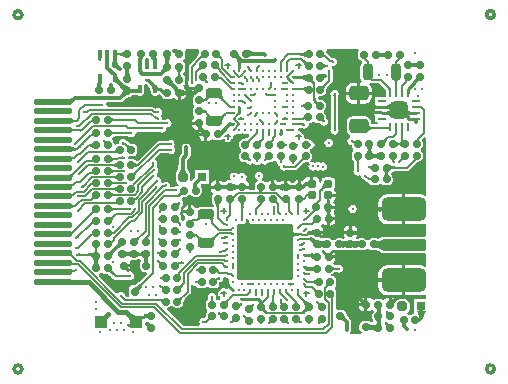
<source format=gbr>
%TF.GenerationSoftware,Altium Limited,Altium Designer,25.2.1 (25)*%
G04 Layer_Physical_Order=1*
G04 Layer_Color=255*
%FSLAX45Y45*%
%MOMM*%
%TF.SameCoordinates,B7DAEB1B-2A83-4E2F-BFC4-A44EEF3E448A*%
%TF.FilePolarity,Positive*%
%TF.FileFunction,Copper,L1,Top,Signal*%
%TF.Part,CustomerPanel*%
G01*
G75*
%TA.AperFunction,NonConductor*%
%ADD10C,0.34000*%
%TA.AperFunction,SMDPad,CuDef*%
G04:AMPARAMS|DCode=11|XSize=0.5mm|YSize=0.5mm|CornerRadius=0.125mm|HoleSize=0mm|Usage=FLASHONLY|Rotation=0.000|XOffset=0mm|YOffset=0mm|HoleType=Round|Shape=RoundedRectangle|*
%AMROUNDEDRECTD11*
21,1,0.50000,0.25000,0,0,0.0*
21,1,0.25000,0.50000,0,0,0.0*
1,1,0.25000,0.12500,-0.12500*
1,1,0.25000,-0.12500,-0.12500*
1,1,0.25000,-0.12500,0.12500*
1,1,0.25000,0.12500,0.12500*
%
%ADD11ROUNDEDRECTD11*%
G04:AMPARAMS|DCode=12|XSize=0.6mm|YSize=0.7mm|CornerRadius=0.15mm|HoleSize=0mm|Usage=FLASHONLY|Rotation=270.000|XOffset=0mm|YOffset=0mm|HoleType=Round|Shape=RoundedRectangle|*
%AMROUNDEDRECTD12*
21,1,0.60000,0.40000,0,0,270.0*
21,1,0.30000,0.70000,0,0,270.0*
1,1,0.30000,-0.20000,-0.15000*
1,1,0.30000,-0.20000,0.15000*
1,1,0.30000,0.20000,0.15000*
1,1,0.30000,0.20000,-0.15000*
%
%ADD12ROUNDEDRECTD12*%
G04:AMPARAMS|DCode=13|XSize=0.33mm|YSize=0.7mm|CornerRadius=0.0825mm|HoleSize=0mm|Usage=FLASHONLY|Rotation=0.000|XOffset=0mm|YOffset=0mm|HoleType=Round|Shape=RoundedRectangle|*
%AMROUNDEDRECTD13*
21,1,0.33000,0.53500,0,0,0.0*
21,1,0.16500,0.70000,0,0,0.0*
1,1,0.16500,0.08250,-0.26750*
1,1,0.16500,-0.08250,-0.26750*
1,1,0.16500,-0.08250,0.26750*
1,1,0.16500,0.08250,0.26750*
%
%ADD13ROUNDEDRECTD13*%
%ADD14R,0.33000X0.70000*%
G04:AMPARAMS|DCode=15|XSize=0.6mm|YSize=0.6mm|CornerRadius=0.15mm|HoleSize=0mm|Usage=FLASHONLY|Rotation=270.000|XOffset=0mm|YOffset=0mm|HoleType=Round|Shape=RoundedRectangle|*
%AMROUNDEDRECTD15*
21,1,0.60000,0.30000,0,0,270.0*
21,1,0.30000,0.60000,0,0,270.0*
1,1,0.30000,-0.15000,-0.15000*
1,1,0.30000,-0.15000,0.15000*
1,1,0.30000,0.15000,0.15000*
1,1,0.30000,0.15000,-0.15000*
%
%ADD15ROUNDEDRECTD15*%
%TA.AperFunction,BGAPad,CuDef*%
%ADD16C,0.26000*%
%TA.AperFunction,SMDPad,CuDef*%
G04:AMPARAMS|DCode=17|XSize=4.75mm|YSize=4.75mm|CornerRadius=0.2375mm|HoleSize=0mm|Usage=FLASHONLY|Rotation=0.000|XOffset=0mm|YOffset=0mm|HoleType=Round|Shape=RoundedRectangle|*
%AMROUNDEDRECTD17*
21,1,4.75000,4.27500,0,0,0.0*
21,1,4.27500,4.75000,0,0,0.0*
1,1,0.47500,2.13750,-2.13750*
1,1,0.47500,-2.13750,-2.13750*
1,1,0.47500,-2.13750,2.13750*
1,1,0.47500,2.13750,2.13750*
%
%ADD17ROUNDEDRECTD17*%
G04:AMPARAMS|DCode=18|XSize=0.6mm|YSize=0.6mm|CornerRadius=0.15mm|HoleSize=0mm|Usage=FLASHONLY|Rotation=0.000|XOffset=0mm|YOffset=0mm|HoleType=Round|Shape=RoundedRectangle|*
%AMROUNDEDRECTD18*
21,1,0.60000,0.30000,0,0,0.0*
21,1,0.30000,0.60000,0,0,0.0*
1,1,0.30000,0.15000,-0.15000*
1,1,0.30000,-0.15000,-0.15000*
1,1,0.30000,-0.15000,0.15000*
1,1,0.30000,0.15000,0.15000*
%
%ADD18ROUNDEDRECTD18*%
G04:AMPARAMS|DCode=19|XSize=0.6mm|YSize=0.7mm|CornerRadius=0.15mm|HoleSize=0mm|Usage=FLASHONLY|Rotation=0.000|XOffset=0mm|YOffset=0mm|HoleType=Round|Shape=RoundedRectangle|*
%AMROUNDEDRECTD19*
21,1,0.60000,0.40000,0,0,0.0*
21,1,0.30000,0.70000,0,0,0.0*
1,1,0.30000,0.15000,-0.20000*
1,1,0.30000,-0.15000,-0.20000*
1,1,0.30000,-0.15000,0.20000*
1,1,0.30000,0.15000,0.20000*
%
%ADD19ROUNDEDRECTD19*%
G04:AMPARAMS|DCode=20|XSize=0.8mm|YSize=1.35mm|CornerRadius=0.2mm|HoleSize=0mm|Usage=FLASHONLY|Rotation=90.000|XOffset=0mm|YOffset=0mm|HoleType=Round|Shape=RoundedRectangle|*
%AMROUNDEDRECTD20*
21,1,0.80000,0.95000,0,0,90.0*
21,1,0.40000,1.35000,0,0,90.0*
1,1,0.40000,0.47500,0.20000*
1,1,0.40000,0.47500,-0.20000*
1,1,0.40000,-0.47500,-0.20000*
1,1,0.40000,-0.47500,0.20000*
%
%ADD20ROUNDEDRECTD20*%
%TA.AperFunction,BGAPad,CuDef*%
%ADD21C,0.25000*%
%TA.AperFunction,ConnectorPad*%
G04:AMPARAMS|DCode=22|XSize=1mm|YSize=3.8mm|CornerRadius=0.25mm|HoleSize=0mm|Usage=FLASHONLY|Rotation=270.000|XOffset=0mm|YOffset=0mm|HoleType=Round|Shape=RoundedRectangle|*
%AMROUNDEDRECTD22*
21,1,1.00000,3.30000,0,0,270.0*
21,1,0.50000,3.80000,0,0,270.0*
1,1,0.50000,-1.65000,-0.25000*
1,1,0.50000,-1.65000,0.25000*
1,1,0.50000,1.65000,0.25000*
1,1,0.50000,1.65000,-0.25000*
%
%ADD22ROUNDEDRECTD22*%
G04:AMPARAMS|DCode=23|XSize=2mm|YSize=3.8mm|CornerRadius=0.5mm|HoleSize=0mm|Usage=FLASHONLY|Rotation=270.000|XOffset=0mm|YOffset=0mm|HoleType=Round|Shape=RoundedRectangle|*
%AMROUNDEDRECTD23*
21,1,2.00000,2.80000,0,0,270.0*
21,1,1.00000,3.80000,0,0,270.0*
1,1,1.00000,-1.40000,-0.50000*
1,1,1.00000,-1.40000,0.50000*
1,1,1.00000,1.40000,0.50000*
1,1,1.00000,1.40000,-0.50000*
%
%ADD23ROUNDEDRECTD23*%
%TA.AperFunction,SMDPad,CuDef*%
G04:AMPARAMS|DCode=24|XSize=0.8mm|YSize=0.8mm|CornerRadius=0.2mm|HoleSize=0mm|Usage=FLASHONLY|Rotation=270.000|XOffset=0mm|YOffset=0mm|HoleType=Round|Shape=RoundedRectangle|*
%AMROUNDEDRECTD24*
21,1,0.80000,0.40000,0,0,270.0*
21,1,0.40000,0.80000,0,0,270.0*
1,1,0.40000,-0.20000,-0.20000*
1,1,0.40000,-0.20000,0.20000*
1,1,0.40000,0.20000,0.20000*
1,1,0.40000,0.20000,-0.20000*
%
%ADD24ROUNDEDRECTD24*%
%ADD25R,0.80000X0.80000*%
G04:AMPARAMS|DCode=26|XSize=0.75mm|YSize=0.65mm|CornerRadius=0.1625mm|HoleSize=0mm|Usage=FLASHONLY|Rotation=0.000|XOffset=0mm|YOffset=0mm|HoleType=Round|Shape=RoundedRectangle|*
%AMROUNDEDRECTD26*
21,1,0.75000,0.32500,0,0,0.0*
21,1,0.42500,0.65000,0,0,0.0*
1,1,0.32500,0.21250,-0.16250*
1,1,0.32500,-0.21250,-0.16250*
1,1,0.32500,-0.21250,0.16250*
1,1,0.32500,0.21250,0.16250*
%
%ADD26ROUNDEDRECTD26*%
%ADD27R,1.10000X1.10000*%
G04:AMPARAMS|DCode=28|XSize=1.1mm|YSize=1.1mm|CornerRadius=0.275mm|HoleSize=0mm|Usage=FLASHONLY|Rotation=270.000|XOffset=0mm|YOffset=0mm|HoleType=Round|Shape=RoundedRectangle|*
%AMROUNDEDRECTD28*
21,1,1.10000,0.55000,0,0,270.0*
21,1,0.55000,1.10000,0,0,270.0*
1,1,0.55000,-0.27500,-0.27500*
1,1,0.55000,-0.27500,0.27500*
1,1,0.55000,0.27500,0.27500*
1,1,0.55000,0.27500,-0.27500*
%
%ADD28ROUNDEDRECTD28*%
%ADD29R,0.75000X0.23000*%
G04:AMPARAMS|DCode=30|XSize=0.23mm|YSize=0.75mm|CornerRadius=0.0575mm|HoleSize=0mm|Usage=FLASHONLY|Rotation=90.000|XOffset=0mm|YOffset=0mm|HoleType=Round|Shape=RoundedRectangle|*
%AMROUNDEDRECTD30*
21,1,0.23000,0.63500,0,0,90.0*
21,1,0.11500,0.75000,0,0,90.0*
1,1,0.11500,0.31750,0.05750*
1,1,0.11500,0.31750,-0.05750*
1,1,0.11500,-0.31750,-0.05750*
1,1,0.11500,-0.31750,0.05750*
%
%ADD30ROUNDEDRECTD30*%
G04:AMPARAMS|DCode=31|XSize=0.23mm|YSize=0.75mm|CornerRadius=0.0575mm|HoleSize=0mm|Usage=FLASHONLY|Rotation=0.000|XOffset=0mm|YOffset=0mm|HoleType=Round|Shape=RoundedRectangle|*
%AMROUNDEDRECTD31*
21,1,0.23000,0.63500,0,0,0.0*
21,1,0.11500,0.75000,0,0,0.0*
1,1,0.11500,0.05750,-0.31750*
1,1,0.11500,-0.05750,-0.31750*
1,1,0.11500,-0.05750,0.31750*
1,1,0.11500,0.05750,0.31750*
%
%ADD31ROUNDEDRECTD31*%
G04:AMPARAMS|DCode=32|XSize=1.5mm|YSize=1.5mm|CornerRadius=0.375mm|HoleSize=0mm|Usage=FLASHONLY|Rotation=0.000|XOffset=0mm|YOffset=0mm|HoleType=Round|Shape=RoundedRectangle|*
%AMROUNDEDRECTD32*
21,1,1.50000,0.75000,0,0,0.0*
21,1,0.75000,1.50000,0,0,0.0*
1,1,0.75000,0.37500,-0.37500*
1,1,0.75000,-0.37500,-0.37500*
1,1,0.75000,-0.37500,0.37500*
1,1,0.75000,0.37500,0.37500*
%
%ADD32ROUNDEDRECTD32*%
G04:AMPARAMS|DCode=33|XSize=0.8mm|YSize=1.35mm|CornerRadius=0.2mm|HoleSize=0mm|Usage=FLASHONLY|Rotation=180.000|XOffset=0mm|YOffset=0mm|HoleType=Round|Shape=RoundedRectangle|*
%AMROUNDEDRECTD33*
21,1,0.80000,0.95000,0,0,180.0*
21,1,0.40000,1.35000,0,0,180.0*
1,1,0.40000,-0.20000,0.47500*
1,1,0.40000,0.20000,0.47500*
1,1,0.40000,0.20000,-0.47500*
1,1,0.40000,-0.20000,-0.47500*
%
%ADD33ROUNDEDRECTD33*%
G04:AMPARAMS|DCode=34|XSize=1.65mm|YSize=1.25mm|CornerRadius=0.3125mm|HoleSize=0mm|Usage=FLASHONLY|Rotation=0.000|XOffset=0mm|YOffset=0mm|HoleType=Round|Shape=RoundedRectangle|*
%AMROUNDEDRECTD34*
21,1,1.65000,0.62500,0,0,0.0*
21,1,1.02500,1.25000,0,0,0.0*
1,1,0.62500,0.51250,-0.31250*
1,1,0.62500,-0.51250,-0.31250*
1,1,0.62500,-0.51250,0.31250*
1,1,0.62500,0.51250,0.31250*
%
%ADD34ROUNDEDRECTD34*%
G04:AMPARAMS|DCode=35|XSize=3.2mm|YSize=0.5mm|CornerRadius=0.125mm|HoleSize=0mm|Usage=FLASHONLY|Rotation=0.000|XOffset=0mm|YOffset=0mm|HoleType=Round|Shape=RoundedRectangle|*
%AMROUNDEDRECTD35*
21,1,3.20000,0.25000,0,0,0.0*
21,1,2.95000,0.50000,0,0,0.0*
1,1,0.25000,1.47500,-0.12500*
1,1,0.25000,-1.47500,-0.12500*
1,1,0.25000,-1.47500,0.12500*
1,1,0.25000,1.47500,0.12500*
%
%ADD35ROUNDEDRECTD35*%
%TA.AperFunction,Conductor*%
%ADD36C,0.40000*%
%ADD37C,0.20000*%
%ADD38C,0.30000*%
%ADD39C,0.15000*%
%ADD40C,0.25000*%
%ADD41C,0.50000*%
%ADD42C,0.23000*%
%TA.AperFunction,NonConductor*%
%ADD43C,0.15000*%
%TA.AperFunction,ViaPad*%
%ADD44C,0.30000*%
G36*
X4100495Y3644902D02*
X4100232Y3644920D01*
X4097062Y3644962D01*
X4079997Y3644996D01*
X4059499Y3644902D01*
Y3675089D01*
X4059762Y3675071D01*
X4062932Y3675029D01*
X4079997Y3674995D01*
X4100495Y3675089D01*
Y3644902D01*
D02*
G37*
G36*
X1830139Y3676102D02*
X1830563Y3675869D01*
X1831057Y3675665D01*
X1831622Y3675487D01*
X1832258Y3675337D01*
X1832964Y3675214D01*
X1834590Y3675050D01*
X1835509Y3675009D01*
X1836498Y3674995D01*
Y3654995D01*
X1835509Y3654982D01*
X1832964Y3654777D01*
X1832258Y3654654D01*
X1831622Y3654503D01*
X1831057Y3654326D01*
X1830735Y3654193D01*
X1835249Y3654097D01*
X1835564Y3643410D01*
X1839000Y3603319D01*
X1840060Y3597968D01*
X1841245Y3593508D01*
X1842553Y3589936D01*
X1843986Y3587254D01*
X1836865D01*
X1837088Y3573003D01*
X1807095Y3572324D01*
X1806248Y3587254D01*
X1796011D01*
X1797974Y3590729D01*
X1799705Y3594931D01*
X1801205Y3599860D01*
X1802474Y3605517D01*
X1803512Y3611901D01*
X1804339Y3620863D01*
X1803803Y3630300D01*
X1804980D01*
X1805347Y3644712D01*
X1805227Y3654733D01*
X1829787Y3654213D01*
Y3676361D01*
X1830139Y3676102D01*
D02*
G37*
G36*
X2955768Y3696595D02*
X2969742Y3692013D01*
X2976785Y3690152D01*
X2990982Y3687289D01*
X2998136Y3686287D01*
X3012557Y3685141D01*
X3019823Y3684998D01*
Y3654998D01*
X3012557Y3654855D01*
X2998136Y3653709D01*
X2990982Y3652707D01*
X2976785Y3649844D01*
X2969742Y3647983D01*
X2955768Y3643401D01*
X2948837Y3640681D01*
Y3699315D01*
X2955768Y3696595D01*
D02*
G37*
G36*
X3437590Y3637161D02*
X3433245Y3640296D01*
X3428812Y3643101D01*
X3424290Y3645576D01*
X3419681Y3647721D01*
X3414984Y3649537D01*
X3410199Y3651022D01*
X3405326Y3652177D01*
X3400365Y3653002D01*
X3395316Y3653497D01*
X3390179Y3653662D01*
Y3673662D01*
X3394689Y3673853D01*
X3399251Y3674429D01*
X3403864Y3675387D01*
X3408528Y3676729D01*
X3413244Y3678454D01*
X3418010Y3680563D01*
X3422829Y3683056D01*
X3427698Y3685931D01*
X3437590Y3692833D01*
Y3637161D01*
D02*
G37*
G36*
X1902585Y3637158D02*
X1897927Y3640547D01*
X1893250Y3643579D01*
X1888555Y3646255D01*
X1883841Y3648573D01*
X1879109Y3650535D01*
X1874359Y3652141D01*
X1869590Y3653389D01*
X1864803Y3654281D01*
X1859998Y3654816D01*
X1855175Y3654994D01*
Y3674994D01*
X1859998Y3675173D01*
X1864803Y3675708D01*
X1869590Y3676600D01*
X1874359Y3677848D01*
X1879109Y3679453D01*
X1883841Y3681416D01*
X1888555Y3683734D01*
X1893250Y3686409D01*
X1897927Y3689442D01*
X1902585Y3692831D01*
Y3637158D01*
D02*
G37*
G36*
X2709770Y3664883D02*
X2710415Y3661288D01*
X2711451Y3657650D01*
X2712877Y3653969D01*
X2714693Y3650245D01*
X2716898Y3646478D01*
X2719493Y3642668D01*
X2722479Y3638816D01*
X2725854Y3634920D01*
X2729620Y3630981D01*
X2719013Y3620375D01*
X2715074Y3624140D01*
X2707326Y3630501D01*
X2703516Y3633096D01*
X2699749Y3635302D01*
X2696025Y3637117D01*
X2692344Y3638543D01*
X2688706Y3639579D01*
X2685111Y3640225D01*
X2681560Y3640481D01*
X2709514Y3668435D01*
X2709770Y3664883D01*
D02*
G37*
G36*
X2578434Y3640481D02*
X2574882Y3640225D01*
X2571287Y3639579D01*
X2567649Y3638543D01*
X2563968Y3637117D01*
X2560244Y3635302D01*
X2556477Y3633096D01*
X2552667Y3630501D01*
X2548815Y3627515D01*
X2544919Y3624140D01*
X2540980Y3620375D01*
X2530373Y3630981D01*
X2534139Y3634920D01*
X2540500Y3642668D01*
X2543095Y3646478D01*
X2545300Y3650245D01*
X2547116Y3653969D01*
X2548542Y3657650D01*
X2549578Y3661288D01*
X2550223Y3664883D01*
X2550480Y3668435D01*
X2578434Y3640481D01*
D02*
G37*
G36*
X1700257Y3631818D02*
X1702379D01*
X1701926Y3631281D01*
X1701521Y3630455D01*
X1701164Y3629338D01*
X1700854Y3627932D01*
X1700592Y3626236D01*
X1700486Y3625049D01*
X1700518Y3624097D01*
X1700400Y3624097D01*
X1700210Y3621974D01*
X1700020Y3616553D01*
X1699996Y3613408D01*
X1679996D01*
X1679972Y3616553D01*
X1679138Y3627932D01*
X1678828Y3629338D01*
X1678471Y3630455D01*
X1678066Y3631281D01*
X1677613Y3631818D01*
X1679953D01*
X1679996Y3639445D01*
X1699996Y3639580D01*
X1700257Y3631818D01*
D02*
G37*
G36*
X4370497Y3556901D02*
X4370234Y3556919D01*
X4367064Y3556961D01*
X4349999Y3556995D01*
X4329501Y3556901D01*
Y3587088D01*
X4329764Y3587071D01*
X4332934Y3587028D01*
X4349999Y3586995D01*
X4370497Y3587088D01*
Y3556901D01*
D02*
G37*
G36*
X2290398Y3638996D02*
X2288216Y3634926D01*
X2286291Y3630374D01*
X2284622Y3625339D01*
X2283210Y3619822D01*
X2282055Y3613822D01*
X2281156Y3607340D01*
X2280129Y3592927D01*
X2280001Y3584997D01*
X2250001D01*
X2249873Y3592927D01*
X2248846Y3607340D01*
X2247947Y3613822D01*
X2246792Y3619822D01*
X2245380Y3625339D01*
X2243711Y3630374D01*
X2241786Y3634926D01*
X2239604Y3638996D01*
X2237165Y3642584D01*
X2292837D01*
X2290398Y3638996D01*
D02*
G37*
G36*
X4207579Y3596074D02*
X4208217Y3589445D01*
X4208776Y3586741D01*
X4209494Y3584443D01*
X4210372Y3582552D01*
X4211409Y3581068D01*
X4212605Y3579990D01*
X4213962Y3579319D01*
X4215478Y3579055D01*
X4184520D01*
X4186037Y3579319D01*
X4187393Y3579990D01*
X4188590Y3581068D01*
X4189627Y3582552D01*
X4190504Y3584443D01*
X4191223Y3586741D01*
X4191781Y3589445D01*
X4192180Y3592556D01*
X4192419Y3596074D01*
X4192499Y3599998D01*
X4207499D01*
X4207579Y3596074D01*
D02*
G37*
G36*
X3967579Y3596070D02*
X3968217Y3589443D01*
X3968776Y3586739D01*
X3969493Y3584442D01*
X3970371Y3582551D01*
X3971407Y3581068D01*
X3972604Y3579990D01*
X3973959Y3579319D01*
X3975475Y3579055D01*
X3944525D01*
X3946040Y3579319D01*
X3947396Y3579990D01*
X3948592Y3581068D01*
X3949629Y3582551D01*
X3950506Y3584442D01*
X3951224Y3586739D01*
X3951782Y3589443D01*
X3952181Y3592553D01*
X3952420Y3596070D01*
X3952500Y3599993D01*
X3967500D01*
X3967579Y3596070D01*
D02*
G37*
G36*
X1770589Y3634336D02*
X1770465Y3632350D01*
X1770002Y3585457D01*
X1769995Y3574046D01*
X1739995D01*
X1739261Y3635145D01*
X1770729D01*
X1770589Y3634336D01*
D02*
G37*
G36*
X3589965Y3584497D02*
X3592579Y3581978D01*
X3595369Y3579756D01*
X3598334Y3577830D01*
X3601476Y3576201D01*
X3604793Y3574867D01*
X3606569Y3574340D01*
X3607102Y3574567D01*
X3608011Y3575117D01*
X3608690Y3575731D01*
X3608808Y3573725D01*
X3611956Y3573090D01*
X3615802Y3572645D01*
X3619823Y3572497D01*
Y3557497D01*
X3615802Y3557349D01*
X3611956Y3556905D01*
X3609826Y3556474D01*
X3609926Y3554768D01*
X3609211Y3555287D01*
X3608268Y3555751D01*
X3607638Y3555971D01*
X3604793Y3555127D01*
X3601476Y3553794D01*
X3598334Y3552164D01*
X3595369Y3550238D01*
X3592579Y3548016D01*
X3589965Y3545498D01*
X3587527Y3542683D01*
Y3587312D01*
X3589965Y3584497D01*
D02*
G37*
G36*
X3421758Y3617662D02*
X3427401Y3612858D01*
X3433046Y3608612D01*
X3438693Y3604924D01*
X3444341Y3601794D01*
X3449991Y3599222D01*
X3455642Y3597208D01*
X3461295Y3595752D01*
X3466949Y3594854D01*
X3472605Y3594514D01*
X3430484Y3552393D01*
X3430144Y3558049D01*
X3429246Y3563703D01*
X3427790Y3569356D01*
X3425776Y3575008D01*
X3423204Y3580657D01*
X3420074Y3586305D01*
X3416386Y3591952D01*
X3412140Y3597597D01*
X3407336Y3603240D01*
X3401974Y3608882D01*
X3416116Y3623024D01*
X3421758Y3617662D01*
D02*
G37*
G36*
X2962899Y3547034D02*
X2962885Y3546139D01*
X2963113Y3545108D01*
X2963585Y3543942D01*
X2964299Y3542639D01*
X2965256Y3541201D01*
X2966082Y3540117D01*
X2973078Y3533906D01*
X2974274Y3533133D01*
X2975236Y3532651D01*
X2975964Y3532459D01*
X2962536Y3519031D01*
X2962344Y3519759D01*
X2961861Y3520721D01*
X2961089Y3521917D01*
X2960027Y3523345D01*
X2957033Y3526904D01*
X2950367Y3533993D01*
X2947565Y3536823D01*
X2947996Y3537254D01*
X2944454Y3541058D01*
X2955935Y3545193D01*
X2958172Y3547430D01*
X2959232Y3546380D01*
X2963156Y3547793D01*
X2962899Y3547034D01*
D02*
G37*
G36*
X2860374Y3683119D02*
X2862056Y3677270D01*
X2864363Y3671285D01*
X2867296Y3665164D01*
X2870855Y3658909D01*
X2875039Y3652518D01*
X2879849Y3645992D01*
X2891345Y3632534D01*
X2898032Y3625602D01*
X2881603Y3609174D01*
X2889924D01*
X2884999Y3539494D01*
X2864999D01*
X2864950Y3543913D01*
X2861847Y3590706D01*
X2860074Y3609174D01*
X2871859D01*
X2869768Y3611192D01*
X2856306Y3622668D01*
X2849895Y3627341D01*
X2843697Y3631305D01*
X2837712Y3634560D01*
X2831941Y3637105D01*
X2826383Y3638940D01*
X2821038Y3640065D01*
X2815907Y3640481D01*
X2859318Y3688834D01*
X2860374Y3683119D01*
D02*
G37*
G36*
X1844976Y3578182D02*
X1845900Y3576622D01*
X1847399Y3574725D01*
X1849474Y3572491D01*
X1855349Y3567012D01*
X1863525Y3560186D01*
X1874003Y3552011D01*
X1855836Y3528137D01*
X1851541Y3531356D01*
X1834659Y3542463D01*
X1832201Y3543688D01*
X1830049Y3544580D01*
X1828204Y3545139D01*
X1826664Y3545366D01*
X1844628Y3579406D01*
X1844976Y3578182D01*
D02*
G37*
G36*
X3032523Y3544964D02*
X3033300Y3532455D01*
X3033589Y3530855D01*
X3033921Y3529555D01*
X3034298Y3528556D01*
X3034720Y3527857D01*
X3015282D01*
X3015704Y3528556D01*
X3016081Y3529555D01*
X3016414Y3530855D01*
X3016702Y3532455D01*
X3017146Y3536558D01*
X3017412Y3541862D01*
X3017501Y3548368D01*
X3032501D01*
X3032523Y3544964D01*
D02*
G37*
G36*
X2566995Y3540478D02*
X2562757Y3540213D01*
X2558529Y3539539D01*
X2554311Y3538457D01*
X2550103Y3536967D01*
X2545904Y3535069D01*
X2541716Y3532762D01*
X2537537Y3530046D01*
X2533368Y3526923D01*
X2529209Y3523390D01*
X2525059Y3519450D01*
X2514452Y3530057D01*
X2518393Y3534206D01*
X2521925Y3538366D01*
X2525049Y3542535D01*
X2527764Y3546714D01*
X2530071Y3550902D01*
X2531969Y3555101D01*
X2533459Y3559309D01*
X2534542Y3563527D01*
X2535215Y3567755D01*
X2535480Y3571993D01*
X2566995Y3540478D01*
D02*
G37*
G36*
X3644928Y3508582D02*
X3644419Y3507652D01*
X3643969Y3506494D01*
X3643578Y3505108D01*
X3643248Y3503494D01*
X3642978Y3501652D01*
X3642619Y3497285D01*
X3642499Y3492005D01*
X3627498D01*
X3627468Y3494759D01*
X3627019Y3501652D01*
X3626749Y3503494D01*
X3626419Y3505108D01*
X3626029Y3506494D01*
X3625578Y3507652D01*
X3625069Y3508582D01*
X3624499Y3509284D01*
X3645498D01*
X3644928Y3508582D01*
D02*
G37*
G36*
X2279461Y3525480D02*
X2274720Y3525064D01*
X2269724Y3523939D01*
X2264475Y3522104D01*
X2258971Y3519559D01*
X2253213Y3516305D01*
X2247200Y3512341D01*
X2240933Y3507667D01*
X2227636Y3496191D01*
X2220606Y3489389D01*
X2199393Y3510602D01*
X2206195Y3517632D01*
X2217671Y3530929D01*
X2222345Y3537196D01*
X2226309Y3543209D01*
X2229563Y3548967D01*
X2232108Y3554471D01*
X2233943Y3559721D01*
X2235068Y3564716D01*
X2235484Y3569457D01*
X2279461Y3525480D01*
D02*
G37*
G36*
X1940125Y3518966D02*
X1941152Y3507753D01*
X1942050Y3502570D01*
X1943205Y3497670D01*
X1944617Y3493053D01*
X1946286Y3488718D01*
X1948211Y3484665D01*
X1950394Y3480896D01*
X1952833Y3477408D01*
X1897160D01*
X1899599Y3480896D01*
X1901781Y3484665D01*
X1903707Y3488718D01*
X1905375Y3493053D01*
X1906787Y3497670D01*
X1907943Y3502570D01*
X1908841Y3507753D01*
X1909483Y3513218D01*
X1909996Y3524996D01*
X1939996D01*
X1940125Y3518966D01*
D02*
G37*
G36*
X2384500Y3525033D02*
X2381982Y3522419D01*
X2379760Y3519629D01*
X2377834Y3516664D01*
X2376205Y3513522D01*
X2374871Y3510205D01*
X2373834Y3506711D01*
X2373093Y3503042D01*
X2372742Y3499996D01*
X2373093Y3496950D01*
X2373834Y3493281D01*
X2374871Y3489788D01*
X2376205Y3486470D01*
X2377834Y3483329D01*
X2379760Y3480363D01*
X2381982Y3477573D01*
X2384500Y3474959D01*
X2387315Y3472521D01*
X2342686D01*
X2345501Y3474959D01*
X2348020Y3477573D01*
X2350242Y3480363D01*
X2352168Y3483329D01*
X2353797Y3486470D01*
X2355131Y3489788D01*
X2356168Y3493281D01*
X2356908Y3496950D01*
X2357260Y3499996D01*
X2356908Y3503042D01*
X2356168Y3506711D01*
X2355131Y3510205D01*
X2353797Y3513522D01*
X2352168Y3516664D01*
X2350242Y3519629D01*
X2348020Y3522419D01*
X2345501Y3525033D01*
X2342686Y3527471D01*
X2387315D01*
X2384500Y3525033D01*
D02*
G37*
G36*
X3324046Y3507532D02*
X3323675Y3507333D01*
X3322897Y3506708D01*
X3320119Y3504183D01*
X3306643Y3490949D01*
X3294738Y3478536D01*
X3294025Y3477721D01*
X3292920Y3476225D01*
X3292019Y3474848D01*
X3291323Y3473589D01*
X3290832Y3472448D01*
X3290546Y3471425D01*
X3290465Y3470521D01*
X3288697Y3472236D01*
X3287462Y3470948D01*
X3275953Y3482457D01*
X3276324Y3482657D01*
X3277102Y3483282D01*
X3277209Y3483379D01*
X3275391Y3485142D01*
X3276285Y3485247D01*
X3277298Y3485555D01*
X3278431Y3486065D01*
X3279683Y3486778D01*
X3281054Y3487693D01*
X3282545Y3488811D01*
X3285494Y3491320D01*
X3293356Y3499041D01*
X3312537Y3519041D01*
X3324046Y3507532D01*
D02*
G37*
G36*
X3290529Y3468649D02*
X3290804Y3467623D01*
X3291287Y3466479D01*
X3291974Y3465217D01*
X3292868Y3463838D01*
X3293969Y3462341D01*
X3296562Y3459260D01*
X3304039Y3451647D01*
X3324046Y3432460D01*
X3312537Y3420951D01*
X3312337Y3421322D01*
X3311712Y3422100D01*
X3309188Y3424877D01*
X3295962Y3438345D01*
X3283774Y3450032D01*
X3280825Y3452550D01*
X3279457Y3453471D01*
X3278209Y3454192D01*
X3277081Y3454711D01*
X3276073Y3455028D01*
X3275185Y3455145D01*
X3276826Y3456693D01*
X3275954Y3457530D01*
X3287462Y3469040D01*
X3287661Y3468669D01*
X3288286Y3467892D01*
X3288475Y3467684D01*
X3290459Y3469557D01*
X3290529Y3468649D01*
D02*
G37*
G36*
X2515473Y3473829D02*
X2515923Y3466936D01*
X2516193Y3465094D01*
X2516523Y3463481D01*
X2516913Y3462094D01*
X2517363Y3460936D01*
X2517873Y3460007D01*
X2518443Y3459304D01*
X2497443D01*
X2498013Y3460007D01*
X2498523Y3460936D01*
X2498973Y3462094D01*
X2499363Y3463481D01*
X2499693Y3465094D01*
X2499963Y3466936D01*
X2500323Y3471303D01*
X2500443Y3476583D01*
X2515443D01*
X2515473Y3473829D01*
D02*
G37*
G36*
X3440545Y3484448D02*
X3453502Y3484918D01*
Y3455069D01*
X3448491Y3455530D01*
X3438758Y3455883D01*
X3437587Y3437162D01*
X3432243Y3441025D01*
X3426811Y3444481D01*
X3421290Y3447531D01*
X3415682Y3450174D01*
X3409985Y3452411D01*
X3404199Y3454240D01*
X3398326Y3455664D01*
X3392364Y3456680D01*
X3386315Y3457290D01*
X3380176Y3457494D01*
X3380505Y3482493D01*
X3386893Y3482612D01*
X3399455Y3483557D01*
X3405628Y3484385D01*
X3417759Y3486749D01*
X3423718Y3488286D01*
X3435419Y3492068D01*
X3441162Y3494315D01*
X3440545Y3484448D01*
D02*
G37*
G36*
X2694774Y3480050D02*
X2695424Y3478779D01*
X2696468Y3477658D01*
X2697905Y3476687D01*
X2699736Y3475865D01*
X2701960Y3475192D01*
X2704576Y3474669D01*
X2707586Y3474295D01*
X2710989Y3474071D01*
X2714786Y3473996D01*
Y3458996D01*
X2711080Y3458922D01*
X2704756Y3458327D01*
X2702139Y3457807D01*
X2699885Y3457138D01*
X2697995Y3456320D01*
X2696467Y3455354D01*
X2695302Y3454238D01*
X2694500Y3452975D01*
X2694061Y3451562D01*
X2694516Y3481470D01*
X2694774Y3480050D01*
D02*
G37*
G36*
X2588903Y3452665D02*
X2596680Y3445754D01*
X2597811Y3444944D01*
X2598801Y3444325D01*
X2599650Y3443897D01*
X2600358Y3443660D01*
X2582519Y3432579D01*
X2582612Y3433480D01*
X2582482Y3434500D01*
X2582128Y3435638D01*
X2581551Y3436896D01*
X2580750Y3438273D01*
X2579725Y3439769D01*
X2578476Y3441384D01*
X2575308Y3444970D01*
X2573389Y3446942D01*
X2586924Y3454620D01*
X2588903Y3452665D01*
D02*
G37*
G36*
X3489768Y3458024D02*
X3490404Y3455571D01*
X3491424Y3452949D01*
X3492828Y3450156D01*
X3494615Y3447194D01*
X3496785Y3444062D01*
X3499340Y3440760D01*
X3501480Y3438327D01*
X3502083Y3437762D01*
X3502027Y3437706D01*
X3505599Y3433646D01*
X3509304Y3429834D01*
X3495162Y3415692D01*
X3491350Y3419397D01*
X3480934Y3428210D01*
X3477802Y3430381D01*
X3474839Y3432168D01*
X3472047Y3433571D01*
X3469425Y3434592D01*
X3466972Y3435228D01*
X3464689Y3435481D01*
X3489515Y3460307D01*
X3489768Y3458024D01*
D02*
G37*
G36*
X4219618Y3444545D02*
X4217075Y3443307D01*
X4214831Y3441548D01*
X4212886Y3439267D01*
X4211240Y3436465D01*
X4209894Y3433141D01*
X4208847Y3429295D01*
X4208099Y3424928D01*
X4207650Y3420040D01*
X4207500Y3414630D01*
X4192501D01*
X4192351Y3420040D01*
X4191902Y3424928D01*
X4191154Y3429295D01*
X4190107Y3433141D01*
X4188760Y3436465D01*
X4187115Y3439267D01*
X4185170Y3441548D01*
X4182926Y3443307D01*
X4180383Y3444545D01*
X4177540Y3445261D01*
X4222461Y3445261D01*
X4219618Y3444545D01*
D02*
G37*
G36*
X3251413Y3429926D02*
X3252343Y3429416D01*
X3253501Y3428966D01*
X3254887Y3428576D01*
X3256500Y3428246D01*
X3256525Y3428242D01*
X3265886Y3428821D01*
X3266466Y3429132D01*
Y3427530D01*
X3267989Y3427496D01*
X3267989Y3412496D01*
X3266466Y3412479D01*
Y3410861D01*
X3265886Y3411171D01*
X3264847Y3411450D01*
X3263349Y3411695D01*
X3261391Y3411907D01*
X3258748Y3412042D01*
X3258342Y3412016D01*
X3256501Y3411746D01*
X3254887Y3411416D01*
X3253501Y3411026D01*
X3252343Y3410576D01*
X3251413Y3410066D01*
X3250711Y3409496D01*
Y3412372D01*
X3239999Y3412496D01*
Y3427496D01*
X3244712Y3427512D01*
X3250711Y3427883D01*
Y3430496D01*
X3251413Y3429926D01*
D02*
G37*
G36*
X2899220Y3424053D02*
X2889963Y3406917D01*
X2889691Y3407614D01*
X2889190Y3408237D01*
X2888459Y3408787D01*
X2887498Y3409263D01*
X2886307Y3409667D01*
X2884888Y3409996D01*
X2883238Y3410253D01*
X2881359Y3410436D01*
X2876912Y3410583D01*
X2876955Y3425583D01*
X2899220Y3424053D01*
D02*
G37*
G36*
X3153255Y3407472D02*
X3152566Y3406875D01*
X3151950Y3406038D01*
X3151405Y3404961D01*
X3150934Y3403646D01*
X3150535Y3402091D01*
X3150209Y3400297D01*
X3149955Y3398264D01*
X3149665Y3393479D01*
X3149628Y3390728D01*
X3138489Y3393275D01*
X3147432Y3384332D01*
X3145570Y3382422D01*
X3141141Y3377279D01*
X3140051Y3375760D01*
X3139154Y3374338D01*
X3138450Y3373014D01*
X3137939Y3371788D01*
X3137621Y3370660D01*
X3137496Y3369629D01*
X3122626Y3382266D01*
X3123109Y3382459D01*
X3123800Y3382890D01*
X3124699Y3383561D01*
X3127123Y3385617D01*
X3134468Y3392597D01*
X3135776Y3393895D01*
X3134629Y3394158D01*
X3134609Y3396932D01*
X3133914Y3407333D01*
X3133656Y3408719D01*
X3133358Y3409874D01*
X3133020Y3410798D01*
X3132643Y3411491D01*
X3153255Y3407472D01*
D02*
G37*
G36*
X1700017Y3408181D02*
X1701258Y3390361D01*
X1701593Y3389585D01*
X1701968Y3389250D01*
X1668029Y3389251D01*
X1668403Y3389585D01*
X1668738Y3390362D01*
X1669033Y3391580D01*
X1669289Y3393242D01*
X1669682Y3397891D01*
X1669978Y3408181D01*
X1669997Y3412496D01*
X1699997D01*
X1700017Y3408181D01*
D02*
G37*
G36*
X2913181Y3375618D02*
X2916181Y3375581D01*
X2913223Y3360581D01*
X2911051Y3360643D01*
X2910544Y3357081D01*
X2909912Y3357746D01*
X2909044Y3358341D01*
X2907941Y3358866D01*
X2906602Y3359321D01*
X2905028Y3359706D01*
X2903219Y3360021D01*
X2901175Y3360266D01*
X2896380Y3360546D01*
X2893629Y3360581D01*
X2893722Y3361143D01*
X2884095Y3361420D01*
X2884831Y3377713D01*
X2885446Y3377307D01*
X2886621Y3376945D01*
X2888355Y3376625D01*
X2890650Y3376348D01*
X2900895Y3375773D01*
X2901462Y3375765D01*
X2907660Y3376154D01*
X2909284Y3376405D01*
X2910681Y3376703D01*
X2911849Y3377047D01*
X2912789Y3377437D01*
X2913501Y3377872D01*
X2913181Y3375618D01*
D02*
G37*
G36*
X2296977Y3457749D02*
X2309799Y3431863D01*
X2314206Y3424261D01*
X2323223Y3410599D01*
X2327831Y3404539D01*
X2337249Y3393960D01*
X2316036Y3372747D01*
X2311003Y3377489D01*
X2305457Y3382165D01*
X2292822Y3391315D01*
X2285735Y3395790D01*
X2270018Y3404538D01*
X2252246Y3413019D01*
X2242590Y3417159D01*
X2292837Y3467406D01*
X2296977Y3457749D01*
D02*
G37*
G36*
X4257532Y3392940D02*
X4258343Y3379928D01*
X4258714Y3377476D01*
X4259154Y3375344D01*
X4259661Y3373532D01*
X4260235Y3372040D01*
X4260877Y3370869D01*
X4239119D01*
X4239761Y3372040D01*
X4240335Y3373532D01*
X4240842Y3375344D01*
X4241281Y3377476D01*
X4241653Y3379928D01*
X4242194Y3385794D01*
X4242464Y3392940D01*
X4242498Y3396994D01*
X4257498D01*
X4257532Y3392940D01*
D02*
G37*
G36*
X4207534Y3398573D02*
X4208717Y3378589D01*
X4209156Y3375970D01*
X4209663Y3373810D01*
X4210237Y3372110D01*
X4210880Y3370869D01*
X4189121D01*
X4189764Y3372110D01*
X4190338Y3373810D01*
X4190845Y3375970D01*
X4191284Y3378589D01*
X4191960Y3385205D01*
X4192365Y3393657D01*
X4192501Y3403947D01*
X4207500D01*
X4207534Y3398573D01*
D02*
G37*
G36*
X3610545Y3404935D02*
X3606604Y3400786D01*
X3603072Y3396626D01*
X3599949Y3392457D01*
X3597233Y3388278D01*
X3594926Y3384090D01*
X3593028Y3379891D01*
X3591538Y3375683D01*
X3590456Y3371465D01*
X3589782Y3367237D01*
X3589517Y3362999D01*
X3558002Y3394514D01*
X3562240Y3394779D01*
X3566468Y3395453D01*
X3570686Y3396535D01*
X3574894Y3398025D01*
X3579093Y3399923D01*
X3583281Y3402230D01*
X3587460Y3404946D01*
X3591629Y3408069D01*
X3595789Y3411602D01*
X3599938Y3415542D01*
X3610545Y3404935D01*
D02*
G37*
G36*
X3334891Y3378011D02*
X3335883Y3377903D01*
X3339632Y3377725D01*
X3364999Y3377496D01*
X3365002Y3362496D01*
X3334489Y3361856D01*
X3334488Y3378132D01*
X3334891Y3378011D01*
D02*
G37*
G36*
X3246414Y3379925D02*
X3247344Y3379415D01*
X3248502Y3378965D01*
X3249887Y3378575D01*
X3251501Y3378245D01*
X3252663Y3378074D01*
X3265845Y3378507D01*
X3265845Y3361481D01*
X3265367Y3361673D01*
X3264309Y3361846D01*
X3262673Y3361998D01*
X3256722Y3362235D01*
X3253342Y3362015D01*
X3251500Y3361745D01*
X3249886Y3361415D01*
X3248500Y3361025D01*
X3247342Y3360575D01*
X3246412Y3360065D01*
X3245710Y3359495D01*
X3245710Y3362405D01*
X3235000Y3362495D01*
Y3377494D01*
X3245711Y3377846D01*
X3245712Y3380495D01*
X3246414Y3379925D01*
D02*
G37*
G36*
X2176340Y3386735D02*
X2177101Y3385845D01*
X2178329Y3385060D01*
X2180024Y3384379D01*
X2182186Y3383804D01*
X2184814Y3383333D01*
X2187910Y3382966D01*
X2195501Y3382547D01*
X2199996Y3382495D01*
Y3357495D01*
X2195501Y3357443D01*
X2184814Y3356657D01*
X2182186Y3356186D01*
X2180024Y3355611D01*
X2178329Y3354930D01*
X2177101Y3354145D01*
X2176340Y3353255D01*
X2176046Y3352261D01*
Y3387730D01*
X2176340Y3386735D01*
D02*
G37*
G36*
X2132480Y3433787D02*
X2158453Y3411106D01*
X2162334Y3408448D01*
X2165777Y3406416D01*
X2168782Y3405009D01*
X2171350Y3404229D01*
X2143954Y3351813D01*
X2143542Y3358884D01*
X2142430Y3365955D01*
X2140616Y3373026D01*
X2138102Y3380097D01*
X2134887Y3387168D01*
X2130970Y3394239D01*
X2126352Y3401310D01*
X2121034Y3408381D01*
X2115014Y3415452D01*
X2108294Y3422524D01*
X2125971Y3440201D01*
X2132480Y3433787D01*
D02*
G37*
G36*
X4157873Y3373873D02*
X4139001Y3349478D01*
X4138734Y3353717D01*
X4138056Y3357950D01*
X4136966Y3362177D01*
X4135464Y3366397D01*
X4133550Y3370610D01*
X4131225Y3374817D01*
X4128488Y3379018D01*
X4125339Y3383212D01*
X4121778Y3387400D01*
X4117806Y3391581D01*
X4129789Y3400812D01*
X4157873Y3373873D01*
D02*
G37*
G36*
X3430810Y3347536D02*
X3430094Y3350378D01*
X3428856Y3352921D01*
X3427097Y3355165D01*
X3424816Y3357110D01*
X3422013Y3358756D01*
X3418690Y3360102D01*
X3414844Y3361149D01*
X3410477Y3361898D01*
X3405589Y3362346D01*
X3400178Y3362496D01*
Y3377496D01*
X3403686Y3377643D01*
X3407239Y3378086D01*
X3410839Y3378824D01*
X3414485Y3379857D01*
X3418178Y3381185D01*
X3421917Y3382809D01*
X3425702Y3384727D01*
X3429533Y3386941D01*
X3437335Y3392254D01*
X3430810Y3347536D01*
D02*
G37*
G36*
X2018647Y3335761D02*
X2017170Y3336566D01*
X2015273Y3337285D01*
X2012957Y3337921D01*
X2010221Y3338471D01*
X2003492Y3339318D01*
X1995084Y3339826D01*
X1984999Y3339996D01*
Y3369996D01*
X1990445Y3370060D01*
X2003382Y3371033D01*
X2006561Y3371617D01*
X2009173Y3372331D01*
X2011218Y3373174D01*
X2012696Y3374147D01*
X2013607Y3375249D01*
X2013952Y3376482D01*
X2018647Y3335761D01*
D02*
G37*
G36*
X1953843Y3376031D02*
X1955675Y3374764D01*
X1957913Y3373647D01*
X1960559Y3372679D01*
X1963613Y3371860D01*
X1967075Y3371189D01*
X1970944Y3370668D01*
X1979905Y3370072D01*
X1984997Y3369998D01*
Y3339998D01*
X1979905Y3339923D01*
X1967075Y3338806D01*
X1963613Y3338136D01*
X1960559Y3337316D01*
X1957913Y3336348D01*
X1955675Y3335231D01*
X1953843Y3333965D01*
X1952420Y3332549D01*
Y3377446D01*
X1953843Y3376031D01*
D02*
G37*
G36*
X2648642Y3342810D02*
X2649150Y3342744D01*
X2649929Y3342685D01*
X2657905Y3342509D01*
X2662997Y3342494D01*
Y3327494D01*
X2648406Y3327104D01*
Y3342884D01*
X2648642Y3342810D01*
D02*
G37*
G36*
X2998161Y3314103D02*
X2997840Y3314161D01*
X2997118Y3314213D01*
X2987496Y3314382D01*
X2976912Y3314409D01*
Y3329410D01*
X2979361Y3329440D01*
X2985300Y3329900D01*
X2986810Y3330176D01*
X2988084Y3330513D01*
X2989124Y3330911D01*
X2989928Y3331371D01*
X2990498Y3331892D01*
X2990832Y3332474D01*
X2998161Y3314103D01*
D02*
G37*
G36*
X3165510Y3311859D02*
X3165106Y3311980D01*
X3164115Y3312088D01*
X3160366Y3312267D01*
X3134998Y3312496D01*
Y3327497D01*
X3165510Y3328134D01*
Y3311859D01*
D02*
G37*
G36*
X3114080Y3330598D02*
X3114816Y3329947D01*
X3115803Y3329373D01*
X3117044Y3328875D01*
X3118537Y3328454D01*
X3120282Y3328109D01*
X3122280Y3327841D01*
X3127033Y3327535D01*
X3129789Y3327497D01*
X3129141Y3312496D01*
X3106982Y3311720D01*
X3113598Y3331325D01*
X3114080Y3330598D01*
D02*
G37*
G36*
X2939277Y3319789D02*
X2939573Y3318770D01*
X2940073Y3317633D01*
X2940777Y3316377D01*
X2941684Y3315002D01*
X2942795Y3313508D01*
X2945628Y3310166D01*
X2949276Y3306348D01*
X2938655Y3295756D01*
X2936687Y3297682D01*
X2931494Y3302238D01*
X2930001Y3303350D01*
X2928627Y3304259D01*
X2927372Y3304963D01*
X2926235Y3305465D01*
X2925217Y3305763D01*
X2924318Y3305857D01*
X2939185Y3320689D01*
X2939277Y3319789D01*
D02*
G37*
G36*
X2636918Y3295434D02*
X2632774Y3295104D01*
X2628494Y3294236D01*
X2624077Y3292830D01*
X2619523Y3290886D01*
X2614833Y3288404D01*
X2610006Y3285384D01*
X2605043Y3281826D01*
X2599944Y3277730D01*
X2589335Y3267925D01*
X2582264Y3274996D01*
Y3264996D01*
X2578113Y3264928D01*
X2571045Y3264384D01*
X2568129Y3263909D01*
X2565625Y3263298D01*
X2563532Y3262550D01*
X2561850Y3261667D01*
X2560581Y3260648D01*
X2559723Y3259493D01*
X2559277Y3258203D01*
Y3291789D01*
X2559723Y3290498D01*
X2560581Y3289343D01*
X2561850Y3288324D01*
X2563532Y3287441D01*
X2565625Y3286694D01*
X2568129Y3286083D01*
X2571045Y3285607D01*
X2574373Y3285267D01*
X2578114Y3285139D01*
X2579079Y3286154D01*
X2582563Y3290240D01*
X2585644Y3294325D01*
X2588323Y3298408D01*
X2590599Y3302491D01*
X2592472Y3306572D01*
X2593942Y3310652D01*
X2595010Y3314731D01*
X2595675Y3318808D01*
X2595937Y3322885D01*
X2636918Y3295434D01*
D02*
G37*
G36*
X1837582Y3487416D02*
X1840212Y3479792D01*
X1843624Y3471975D01*
X1847817Y3463963D01*
X1852792Y3455758D01*
X1858547Y3447359D01*
X1872402Y3429980D01*
X1879623Y3421974D01*
X1884541Y3417828D01*
X1897175Y3408677D01*
X1904263Y3404203D01*
X1919979Y3395454D01*
X1937751Y3386974D01*
X1947407Y3382834D01*
X1917043Y3352470D01*
X1943833Y3325681D01*
X1937566Y3324533D01*
X1931176Y3322722D01*
X1924662Y3320249D01*
X1918024Y3317114D01*
X1911263Y3313316D01*
X1904378Y3308855D01*
X1897369Y3303733D01*
X1882981Y3291499D01*
X1875601Y3284389D01*
X1854388Y3305602D01*
X1861498Y3312982D01*
X1873732Y3327371D01*
X1878854Y3334379D01*
X1883315Y3341264D01*
X1887113Y3348025D01*
X1888598Y3351171D01*
X1880199Y3368130D01*
X1875791Y3375731D01*
X1866775Y3389393D01*
X1862166Y3395453D01*
X1859197Y3398789D01*
X1842701Y3412980D01*
X1836327Y3417612D01*
X1824416Y3424873D01*
X1818881Y3427503D01*
X1813625Y3429466D01*
X1808648Y3430761D01*
X1835732Y3494846D01*
X1837582Y3487416D01*
D02*
G37*
G36*
X2974049Y3282458D02*
X2962536Y3270954D01*
X2962336Y3271328D01*
X2961712Y3272109D01*
X2959188Y3274891D01*
X2941414Y3292996D01*
X2952039Y3303584D01*
X2974049Y3282458D01*
D02*
G37*
G36*
X2730352Y3320503D02*
X2731113Y3314985D01*
X2732340Y3309561D01*
X2734035Y3304229D01*
X2736196Y3298990D01*
X2738823Y3293845D01*
X2741918Y3288792D01*
X2745479Y3283832D01*
X2749506Y3278965D01*
X2754001Y3274191D01*
X2733063Y3266845D01*
X2727406Y3272222D01*
X2721749Y3277039D01*
X2716092Y3281297D01*
X2710435Y3284995D01*
X2704778Y3288134D01*
X2699121Y3290713D01*
X2693465Y3292733D01*
X2687808Y3294193D01*
X2682151Y3295093D01*
X2676494Y3295434D01*
X2730058Y3326113D01*
X2730352Y3320503D01*
D02*
G37*
G36*
X2883728Y3279100D02*
X2884561Y3278763D01*
X2885642Y3278466D01*
X2886971Y3278208D01*
X2888547Y3277990D01*
X2892443Y3277672D01*
X2900143Y3277494D01*
Y3269867D01*
X2905510Y3275234D01*
X2907523Y3273244D01*
X2916070Y3265821D01*
X2916905Y3265337D01*
X2917573Y3265068D01*
X2918071Y3265014D01*
X2905123Y3252066D01*
X2905069Y3252564D01*
X2904800Y3253232D01*
X2904316Y3254067D01*
X2903616Y3255071D01*
X2902702Y3256243D01*
X2900228Y3259092D01*
X2896996Y3262452D01*
X2886971Y3261780D01*
X2885642Y3261522D01*
X2884561Y3261225D01*
X2883728Y3260888D01*
X2883143Y3260511D01*
Y3279477D01*
X2883728Y3279100D01*
D02*
G37*
G36*
X1490605Y3284389D02*
X1485044Y3278737D01*
X1468095Y3259595D01*
X1465181Y3255677D01*
X1460942Y3248880D01*
X1459617Y3246002D01*
X1458821Y3243471D01*
X1439225Y3284623D01*
X1441236Y3284888D01*
X1443470Y3285560D01*
X1445927Y3286639D01*
X1448608Y3288126D01*
X1451513Y3290021D01*
X1454642Y3292322D01*
X1461570Y3298147D01*
X1469392Y3305602D01*
X1490605Y3284389D01*
D02*
G37*
G36*
X3423481Y3237965D02*
X3427709Y3237616D01*
X3432989Y3237496D01*
X3432989Y3222496D01*
X3430236Y3222466D01*
X3423481Y3222025D01*
Y3216363D01*
X3423241Y3217528D01*
X3422644Y3218571D01*
X3421690Y3219491D01*
X3420378Y3220288D01*
X3418708Y3220963D01*
X3418491Y3221022D01*
X3417343Y3220576D01*
X3416413Y3220066D01*
X3415711Y3219496D01*
Y3221690D01*
X3414297Y3221944D01*
X3411555Y3222251D01*
X3404999Y3222496D01*
Y3237496D01*
X3408456Y3237557D01*
X3414297Y3238048D01*
X3415710Y3238303D01*
Y3240496D01*
X3416412Y3239926D01*
X3417342Y3239416D01*
X3418490Y3238970D01*
X3418708Y3239029D01*
X3420378Y3239704D01*
X3421690Y3240501D01*
X3422644Y3241421D01*
X3423241Y3242464D01*
X3423481Y3243629D01*
Y3237965D01*
D02*
G37*
G36*
X3519764Y3277453D02*
X3521039Y3276215D01*
X3528489Y3269712D01*
X3531971Y3267059D01*
X3535290Y3264804D01*
X3538447Y3262948D01*
X3541441Y3261491D01*
X3544274Y3260433D01*
X3546944Y3259774D01*
X3549452Y3259514D01*
X3523481Y3233543D01*
X3523221Y3236051D01*
X3522561Y3238721D01*
X3521503Y3241553D01*
X3520046Y3244548D01*
X3518191Y3247705D01*
X3515936Y3251024D01*
X3513283Y3254505D01*
X3506779Y3261955D01*
X3502929Y3265923D01*
X3511000Y3273994D01*
X3500050D01*
X3502500Y3319609D01*
X3517500D01*
X3519764Y3277453D01*
D02*
G37*
G36*
X1704286Y3224495D02*
X1703584Y3225066D01*
X1702654Y3225575D01*
X1701496Y3226026D01*
X1700110Y3226416D01*
X1698497Y3226746D01*
X1696655Y3227016D01*
X1692287Y3227376D01*
X1687008Y3227496D01*
Y3242495D01*
X1689762Y3242526D01*
X1696655Y3242975D01*
X1698497Y3243245D01*
X1700110Y3243575D01*
X1701496Y3243966D01*
X1702654Y3244416D01*
X1703584Y3244925D01*
X1704286Y3245496D01*
Y3224495D01*
D02*
G37*
G36*
X3256413Y3229925D02*
X3257343Y3229415D01*
X3258501Y3228966D01*
X3259887Y3228576D01*
X3261066Y3228335D01*
X3263955Y3228526D01*
X3265307Y3228841D01*
X3266320Y3229199D01*
X3266994Y3229598D01*
Y3227675D01*
X3267709Y3227616D01*
X3272989Y3227496D01*
X3272989Y3212496D01*
X3270236Y3212466D01*
X3266994Y3212254D01*
Y3210395D01*
X3266321Y3210794D01*
X3265308Y3211152D01*
X3263956Y3211467D01*
X3262265Y3211740D01*
X3261776Y3211787D01*
X3261501Y3211746D01*
X3259887Y3211416D01*
X3258501Y3211026D01*
X3257343Y3210577D01*
X3256414Y3210066D01*
X3255712Y3209497D01*
Y3212234D01*
X3248725Y3212475D01*
X3244999Y3212496D01*
Y3227496D01*
X3248724Y3227517D01*
X3255711Y3227980D01*
Y3230495D01*
X3256413Y3229925D01*
D02*
G37*
G36*
X4155403Y3229752D02*
X4198501Y3231919D01*
Y3202069D01*
X4152732Y3204370D01*
X4151429Y3191995D01*
X4152732Y3179621D01*
X4198501Y3181921D01*
Y3152072D01*
X4155403Y3154239D01*
X4157671Y3132690D01*
X4153696Y3137023D01*
X4149414Y3140901D01*
X4144826Y3144322D01*
X4139931Y3147286D01*
X4134730Y3149795D01*
X4129222Y3151848D01*
X4123407Y3153444D01*
X4117286Y3154584D01*
X4110858Y3155269D01*
X4104124Y3155497D01*
Y3178497D01*
X4112867Y3178727D01*
X4120696Y3179417D01*
X4127612Y3180567D01*
X4133613Y3182177D01*
X4138700Y3184247D01*
X4142874Y3186777D01*
X4146133Y3189767D01*
X4147649Y3191995D01*
X4146133Y3194224D01*
X4142874Y3197214D01*
X4138700Y3199744D01*
X4133613Y3201814D01*
X4127612Y3203424D01*
X4120696Y3204574D01*
X4112867Y3205264D01*
X4104124Y3205494D01*
Y3228494D01*
X4110858Y3228722D01*
X4117286Y3229406D01*
X4123407Y3230547D01*
X4129222Y3232143D01*
X4134730Y3234196D01*
X4139931Y3236704D01*
X4144826Y3239669D01*
X4149414Y3243090D01*
X4153696Y3246967D01*
X4157671Y3251301D01*
X4155403Y3229752D01*
D02*
G37*
G36*
X4300087Y3197127D02*
X4301519Y3193217D01*
X4303865Y3189767D01*
X4307124Y3186777D01*
X4311298Y3184247D01*
X4316386Y3182177D01*
X4322387Y3180567D01*
X4329302Y3179417D01*
X4337131Y3178727D01*
X4345874Y3178497D01*
Y3155497D01*
X4339140Y3155269D01*
X4332712Y3154584D01*
X4326591Y3153444D01*
X4320777Y3151848D01*
X4315268Y3149795D01*
X4310067Y3147286D01*
X4305172Y3144322D01*
X4300584Y3140901D01*
X4296302Y3137023D01*
X4292327Y3132690D01*
X4294530Y3153623D01*
X4263675Y3152072D01*
Y3181921D01*
X4297331Y3180230D01*
X4299570Y3201497D01*
X4300087Y3197127D01*
D02*
G37*
G36*
X1435633Y3169989D02*
X1420627Y3169994D01*
X1417827Y3189994D01*
X1420674Y3190003D01*
X1433197Y3190710D01*
X1433480Y3190878D01*
X1435633Y3169989D01*
D02*
G37*
G36*
X2977596Y3164691D02*
X2964034Y3150573D01*
X2955582Y3167405D01*
X2956131Y3167286D01*
X2956812Y3167369D01*
X2957623Y3167654D01*
X2958567Y3168141D01*
X2959642Y3168829D01*
X2960849Y3169719D01*
X2963656Y3172105D01*
X2966989Y3175297D01*
X2977596Y3164691D01*
D02*
G37*
G36*
X2559882Y3194122D02*
X2560633Y3193256D01*
X2561756Y3192492D01*
X2563250Y3191830D01*
X2565114Y3191269D01*
X2567349Y3190811D01*
X2569955Y3190454D01*
X2576280Y3190047D01*
X2579999Y3189996D01*
Y3169996D01*
X2576280Y3169945D01*
X2567349Y3169181D01*
X2565114Y3168722D01*
X2563250Y3168162D01*
X2561756Y3167500D01*
X2560633Y3166736D01*
X2559882Y3165870D01*
X2559501Y3164902D01*
Y3195090D01*
X2559882Y3194122D01*
D02*
G37*
G36*
X2174667Y3164115D02*
X2173965Y3164685D01*
X2173035Y3165194D01*
X2171877Y3165644D01*
X2170491Y3166035D01*
X2168878Y3166365D01*
X2167036Y3166635D01*
X2162668Y3166994D01*
X2157389Y3167114D01*
Y3182115D01*
X2160143Y3182145D01*
X2167036Y3182594D01*
X2168878Y3182864D01*
X2170491Y3183194D01*
X2171877Y3183584D01*
X2173035Y3184035D01*
X2173965Y3184544D01*
X2174667Y3185114D01*
Y3164115D01*
D02*
G37*
G36*
X3030304Y3161985D02*
X3028641Y3160288D01*
X3023971Y3154815D01*
X3023298Y3153774D01*
X3022824Y3152865D01*
X3022548Y3152087D01*
X3022470Y3151441D01*
X3022591Y3150925D01*
X3005785Y3158976D01*
X3005993Y3159128D01*
X3006465Y3159548D01*
X3019698Y3172591D01*
X3030304Y3161985D01*
D02*
G37*
G36*
X3185145Y3169089D02*
X3185556Y3168735D01*
X3187486Y3170547D01*
X3187661Y3169642D01*
X3188116Y3168535D01*
X3188851Y3167225D01*
X3189865Y3165712D01*
X3191159Y3163996D01*
X3191458Y3163643D01*
X3191799Y3163350D01*
X3193156Y3162412D01*
X3194391Y3161671D01*
X3195504Y3161130D01*
X3196495Y3160787D01*
X3197363Y3160642D01*
X3195493Y3159005D01*
X3201825Y3152372D01*
X3191218Y3141765D01*
X3183618Y3148605D01*
X3181565Y3146807D01*
X3181526Y3147722D01*
X3181277Y3148755D01*
X3180819Y3149904D01*
X3180153Y3151171D01*
X3179339Y3152455D01*
X3173660Y3157566D01*
X3174495Y3158350D01*
X3171757Y3161227D01*
X3183176Y3171020D01*
X3185145Y3169089D01*
D02*
G37*
G36*
X2622147Y3135164D02*
X2600952Y3128892D01*
X2601089Y3129165D01*
X2601211Y3129809D01*
X2601319Y3130824D01*
X2601556Y3136097D01*
X2601670Y3148324D01*
X2621670D01*
X2622147Y3135164D01*
D02*
G37*
G36*
X2894286Y3127758D02*
X2901273Y3127517D01*
X2904998Y3127496D01*
Y3112496D01*
X2901273Y3112475D01*
X2894286Y3112013D01*
Y3109497D01*
X2893583Y3110067D01*
X2892654Y3110576D01*
X2891496Y3111027D01*
X2890110Y3111416D01*
X2888928Y3111658D01*
X2886041Y3111467D01*
X2884689Y3111152D01*
X2883676Y3110795D01*
X2883003Y3110395D01*
Y3112317D01*
X2882287Y3112376D01*
X2877008Y3112496D01*
X2877008Y3127496D01*
X2879762Y3127526D01*
X2883003Y3127738D01*
Y3129598D01*
X2883677Y3129199D01*
X2884690Y3128841D01*
X2886041Y3128526D01*
X2887732Y3128253D01*
X2888223Y3128206D01*
X2888497Y3128246D01*
X2890111Y3128576D01*
X2891496Y3128966D01*
X2892654Y3129416D01*
X2893584Y3129926D01*
X2894286Y3130496D01*
Y3127758D01*
D02*
G37*
G36*
X3256413Y3129926D02*
X3257343Y3129416D01*
X3258501Y3128966D01*
X3259887Y3128576D01*
X3261066Y3128335D01*
X3263955Y3128526D01*
X3265307Y3128841D01*
X3266320Y3129199D01*
X3266994Y3129598D01*
Y3127675D01*
X3267709Y3127616D01*
X3272989Y3127496D01*
X3272989Y3112496D01*
X3270236Y3112466D01*
X3266994Y3112255D01*
Y3110395D01*
X3266321Y3110795D01*
X3265308Y3111152D01*
X3263956Y3111467D01*
X3262265Y3111740D01*
X3261776Y3111787D01*
X3261501Y3111746D01*
X3259887Y3111416D01*
X3258501Y3111027D01*
X3257343Y3110577D01*
X3256414Y3110067D01*
X3255712Y3109497D01*
Y3112234D01*
X3248725Y3112475D01*
X3244999Y3112496D01*
Y3127496D01*
X3248724Y3127517D01*
X3255711Y3127980D01*
Y3130495D01*
X3256413Y3129926D01*
D02*
G37*
G36*
X2757641Y3149214D02*
X2752455Y3143748D01*
X2747808Y3138262D01*
X2743701Y3132756D01*
X2740134Y3127230D01*
X2737106Y3121684D01*
X2734617Y3116118D01*
X2732668Y3110531D01*
X2731258Y3104925D01*
X2730388Y3099298D01*
X2730058Y3093651D01*
X2686718Y3134555D01*
X2692370Y3134890D01*
X2698011Y3135775D01*
X2703641Y3137208D01*
X2709261Y3139191D01*
X2714871Y3141723D01*
X2720470Y3144804D01*
X2726059Y3148434D01*
X2731637Y3152614D01*
X2737205Y3157342D01*
X2742762Y3162620D01*
X2757641Y3149214D01*
D02*
G37*
G36*
X3197161Y3084256D02*
X3196488Y3083567D01*
X3198001Y3082628D01*
X3197295Y3082391D01*
X3196446Y3081962D01*
X3195457Y3081343D01*
X3194326Y3080533D01*
X3192305Y3078883D01*
X3190966Y3077336D01*
X3189903Y3075864D01*
X3189034Y3074495D01*
X3188359Y3073230D01*
X3187878Y3072068D01*
X3187591Y3071009D01*
X3187498Y3070054D01*
X3185003Y3072087D01*
X3184571Y3071667D01*
X3171029Y3079338D01*
X3172949Y3081310D01*
X3173250Y3081664D01*
X3172532Y3082249D01*
X3172990Y3082439D01*
X3173657Y3082867D01*
X3174534Y3083533D01*
X3175647Y3084488D01*
X3177365Y3086512D01*
X3178390Y3088008D01*
X3179191Y3089384D01*
X3179768Y3090642D01*
X3180122Y3091780D01*
X3180251Y3092800D01*
X3180157Y3093700D01*
X3183355Y3091717D01*
X3184207Y3092530D01*
X3186554Y3094863D01*
X3197161Y3084256D01*
D02*
G37*
G36*
X1631565Y3089826D02*
X1631289Y3090045D01*
X1630784Y3090241D01*
X1630049Y3090414D01*
X1629084Y3090565D01*
X1626468Y3090795D01*
X1620824Y3090968D01*
X1618483Y3090980D01*
Y3105980D01*
X1620708Y3105993D01*
X1629275Y3106603D01*
X1629905Y3106793D01*
X1630308Y3107009D01*
X1630483Y3107251D01*
X1631565Y3089826D01*
D02*
G37*
G36*
X3576707Y3117939D02*
X3580806Y3114373D01*
X3582515Y3116303D01*
X3582688Y3115329D01*
X3583084Y3114216D01*
X3583704Y3112963D01*
X3584528Y3111603D01*
X3584788Y3111436D01*
X3586053Y3110759D01*
X3587200Y3110289D01*
X3588229Y3110026D01*
X3589141Y3109971D01*
X3587301Y3107948D01*
X3588419Y3106562D01*
X3592117Y3102526D01*
X3594302Y3100299D01*
X3583695Y3089692D01*
X3581548Y3091797D01*
X3576525Y3096105D01*
X3575009Y3094438D01*
X3574879Y3095317D01*
X3574548Y3096317D01*
X3574018Y3097439D01*
X3573288Y3098681D01*
X3573285Y3098685D01*
X3572927Y3098926D01*
X3571626Y3099674D01*
X3570467Y3100195D01*
X3569448Y3100489D01*
X3568570Y3100558D01*
X3570350Y3102567D01*
X3569899Y3103134D01*
X3568369Y3104861D01*
X3564710Y3108677D01*
X3574739Y3119862D01*
X3576707Y3117939D01*
D02*
G37*
G36*
X4381742Y3105997D02*
X4383036D01*
X4382744Y3105766D01*
X4382482Y3105192D01*
X4382251Y3104277D01*
X4382051Y3103021D01*
X4381858Y3100791D01*
X4381933Y3097393D01*
X4381683D01*
X4381513Y3091614D01*
X4381497Y3088308D01*
X4358498D01*
X4358482Y3091614D01*
X4358145Y3097393D01*
X4358062D01*
X4358131Y3097642D01*
X4357744Y3104277D01*
X4357513Y3105192D01*
X4357252Y3105766D01*
X4356959Y3105997D01*
X4358391D01*
X4358498Y3116994D01*
X4381497D01*
X4381742Y3105997D01*
D02*
G37*
G36*
X1789964Y3129496D02*
X1792578Y3126977D01*
X1795368Y3124755D01*
X1798333Y3122829D01*
X1801475Y3121200D01*
X1804792Y3119867D01*
X1808286Y3118830D01*
X1811955Y3118089D01*
X1815800Y3117645D01*
X1819821Y3117496D01*
Y3102496D01*
X1815800Y3102348D01*
X1811955Y3101904D01*
X1808286Y3101163D01*
X1804792Y3100126D01*
X1801475Y3098793D01*
X1798333Y3097163D01*
X1795368Y3095237D01*
X1792578Y3093015D01*
X1789964Y3090497D01*
X1787526Y3087682D01*
Y3132311D01*
X1789964Y3129496D01*
D02*
G37*
G36*
X1456666Y3121137D02*
X1465058Y3116346D01*
X1469040Y3114399D01*
X1476575Y3111405D01*
X1480128Y3110357D01*
X1483539Y3109608D01*
X1486807Y3109159D01*
X1489932Y3109009D01*
Y3094009D01*
X1485381Y3093861D01*
X1481092Y3093416D01*
X1477066Y3092675D01*
X1473303Y3091636D01*
X1469803Y3090301D01*
X1466565Y3088670D01*
X1463590Y3086742D01*
X1460878Y3084518D01*
X1458429Y3081996D01*
X1456242Y3079178D01*
X1452256Y3123982D01*
X1456666Y3121137D01*
D02*
G37*
G36*
X3067580Y3102296D02*
X3067853Y3101464D01*
X3068338Y3100487D01*
X3069034Y3099364D01*
X3069942Y3098095D01*
X3072391Y3095119D01*
X3075687Y3091561D01*
X3077651Y3089563D01*
X3067045Y3078957D01*
X3065047Y3080922D01*
X3058514Y3086667D01*
X3057245Y3087574D01*
X3056121Y3088270D01*
X3055144Y3088755D01*
X3054312Y3089029D01*
X3053626Y3089090D01*
X3067518Y3102982D01*
X3067580Y3102296D01*
D02*
G37*
G36*
X3247621Y3077571D02*
X3253128Y3077494D01*
Y3066011D01*
X3254394Y3063354D01*
X3253128Y3063305D01*
Y3062494D01*
X3249773Y3062472D01*
X3237419Y3061690D01*
X3235833Y3061399D01*
X3234541Y3061064D01*
X3233544Y3060684D01*
X3232841Y3060259D01*
Y3062523D01*
X3232099Y3062494D01*
X3230287Y3077494D01*
X3232841Y3077529D01*
Y3079730D01*
X3233544Y3079305D01*
X3234541Y3078925D01*
X3235833Y3078590D01*
X3237419Y3078299D01*
X3239457Y3078075D01*
X3239736Y3078098D01*
X3241428Y3078438D01*
X3242851Y3078853D01*
X3244005Y3079344D01*
X3244892Y3079910D01*
X3245510Y3080551D01*
X3245860Y3081268D01*
X3247621Y3077571D01*
D02*
G37*
G36*
X2253173Y3070768D02*
X2252523Y3071417D01*
X2251640Y3071997D01*
X2250523Y3072509D01*
X2249173Y3072953D01*
X2247590Y3073329D01*
X2245773Y3073637D01*
X2241438Y3074047D01*
X2238921Y3074149D01*
X2236171Y3074183D01*
X2238142Y3089183D01*
X2240904Y3089208D01*
X2249680Y3089796D01*
X2251306Y3090065D01*
X2252704Y3090384D01*
X2253875Y3090752D01*
X2254819Y3091168D01*
X2255536Y3091634D01*
X2253173Y3070768D01*
D02*
G37*
G36*
X3334892Y3078011D02*
X3335884Y3077903D01*
X3339633Y3077724D01*
X3365000Y3077494D01*
Y3062494D01*
X3334489Y3061856D01*
Y3078132D01*
X3334892Y3078011D01*
D02*
G37*
G36*
X3883631Y3691051D02*
X3882028Y3688652D01*
X3879312Y3674995D01*
Y3644996D01*
X3882028Y3631339D01*
X3889764Y3619762D01*
X3901341Y3612026D01*
X3910094Y3610285D01*
X3910171Y3610169D01*
X3915298Y3605042D01*
X3913828Y3590115D01*
X3911161Y3588333D01*
X3902321Y3575102D01*
X3899216Y3559495D01*
Y3464495D01*
X3902321Y3448887D01*
X3908923Y3439006D01*
X3904829Y3427350D01*
X3902279Y3424006D01*
X3897700D01*
Y3347696D01*
X3994010D01*
Y3366246D01*
X3989613Y3388350D01*
X3977092Y3407088D01*
X3974663Y3408711D01*
X3979213Y3423711D01*
X3980000D01*
X3983559Y3424419D01*
X3994142Y3422314D01*
X4058027D01*
X4100171Y3380171D01*
X4100657Y3378370D01*
X4101686Y3377779D01*
X4102112Y3376671D01*
X4105672Y3372924D01*
X4108421Y3369690D01*
X4110743Y3366597D01*
X4112659Y3363657D01*
X4114192Y3360882D01*
X4115376Y3358277D01*
X4116246Y3355832D01*
X4116841Y3353524D01*
X4117194Y3351319D01*
X4117396Y3348119D01*
X4117723Y3347452D01*
X4117528Y3346737D01*
X4117960Y3345982D01*
Y3340994D01*
X4117994Y3340821D01*
Y3305244D01*
X4112456Y3298496D01*
X4022501D01*
Y3240275D01*
X4018908Y3234898D01*
X4017873Y3229694D01*
X4080001D01*
Y3204294D01*
X4017873D01*
X4018908Y3199090D01*
X4023649Y3191995D01*
X4018908Y3184901D01*
X4017873Y3179697D01*
X4080001D01*
Y3154297D01*
X4017873D01*
X4018908Y3149093D01*
X4025793Y3138789D01*
X4026300Y3136241D01*
X4023995Y3132791D01*
X4021996Y3122744D01*
Y3111244D01*
X4023995Y3101197D01*
X4029686Y3092680D01*
X4038204Y3086988D01*
X4045262Y3085584D01*
X4043785Y3070584D01*
X4010277D01*
X4007913Y3071637D01*
X4000976Y3071820D01*
X3995661Y3072288D01*
X3991506Y3072979D01*
X3988602Y3073757D01*
X3988504Y3073798D01*
Y3086246D01*
X3984526Y3106243D01*
X3973199Y3123196D01*
X3956247Y3134523D01*
X3936250Y3138500D01*
X3833750D01*
X3813753Y3134523D01*
X3796801Y3123196D01*
X3785474Y3106243D01*
X3781496Y3086246D01*
Y3023747D01*
X3785474Y3003750D01*
X3796801Y2986797D01*
X3809984Y2977989D01*
X3810708Y2969978D01*
X3810200Y2964136D01*
X3809433Y2961689D01*
X3799765Y2955229D01*
X3792029Y2943652D01*
X3789313Y2929996D01*
X3792029Y2916339D01*
X3799765Y2904762D01*
X3811342Y2897026D01*
X3824315Y2894446D01*
Y2889996D01*
X3827031Y2876340D01*
X3834767Y2864762D01*
X3835881Y2864018D01*
Y2845978D01*
X3834764Y2845231D01*
X3827028Y2833653D01*
X3824312Y2819997D01*
Y2789997D01*
X3827028Y2776341D01*
X3834764Y2764764D01*
X3836887Y2763345D01*
X3837376Y2762163D01*
X3838141Y2761847D01*
X3838511Y2761107D01*
X3840586Y2759310D01*
X3841719Y2758134D01*
X3842653Y2756961D01*
X3843435Y2755758D01*
X3844097Y2754480D01*
X3844663Y2753073D01*
X3845136Y2751477D01*
X3845505Y2749651D01*
X3845748Y2747552D01*
X3845865Y2744377D01*
X3846959Y2741988D01*
Y2703480D01*
X3845856Y2700978D01*
X3845750Y2696342D01*
X3845500Y2693302D01*
X3845417Y2692737D01*
X3845411Y2692708D01*
X3845401Y2692682D01*
X3845401Y2692661D01*
X3845366Y2692489D01*
X3845189Y2691859D01*
X3845288Y2691029D01*
X3842029Y2686152D01*
X3839313Y2672496D01*
X3842029Y2658839D01*
X3849765Y2647262D01*
X3861342Y2639527D01*
X3874999Y2636810D01*
X3888655Y2639527D01*
X3889647Y2640190D01*
X3893511Y2639480D01*
X3905287Y2632599D01*
X3907029Y2623839D01*
X3914765Y2612262D01*
X3926342Y2604526D01*
X3932098Y2603382D01*
X3932616Y2602723D01*
X3933184Y2602405D01*
X3933325Y2602311D01*
X3933342Y2602294D01*
X3933371Y2602281D01*
X3933396Y2602265D01*
X3933705Y2602035D01*
X3937801Y2598440D01*
X3939348Y2596927D01*
X3941966Y2595876D01*
X3952670Y2585172D01*
X3961766Y2579094D01*
X3966872Y2578078D01*
X3971715Y2575864D01*
X3972365Y2575841D01*
X3979766Y2564764D01*
X3991343Y2557029D01*
X4004999Y2554312D01*
X4034999D01*
X4048656Y2557029D01*
X4060233Y2564764D01*
X4060979Y2565881D01*
X4079020D01*
X4079766Y2564764D01*
X4091343Y2557029D01*
X4104999Y2554312D01*
X4134999D01*
X4148655Y2557029D01*
X4160233Y2564764D01*
X4167968Y2576342D01*
X4170685Y2589998D01*
Y2619998D01*
X4169299Y2626965D01*
X4169483Y2627409D01*
X4168959Y2628675D01*
X4167968Y2633654D01*
X4166303Y2636146D01*
X4165341Y2640144D01*
X4162296Y2644330D01*
X4159916Y2648001D01*
X4157942Y2651465D01*
X4163051Y2665109D01*
X4166585Y2667123D01*
X4170088Y2668846D01*
X4173505Y2670263D01*
X4176850Y2671393D01*
X4180137Y2672254D01*
X4183376Y2672857D01*
X4186596Y2673216D01*
X4190621Y2673365D01*
X4192902Y2674410D01*
X4292834D01*
X4292836Y2674410D01*
X4304541Y2676739D01*
X4314465Y2683369D01*
X4379711Y2748616D01*
X4379712Y2748617D01*
X4383517Y2754311D01*
X4389996D01*
X4403653Y2757028D01*
X4415230Y2764763D01*
X4422966Y2776340D01*
X4425682Y2789997D01*
Y2819997D01*
X4422966Y2833653D01*
X4415230Y2845230D01*
X4414113Y2845976D01*
Y2864017D01*
X4415230Y2864763D01*
X4422966Y2876340D01*
X4425682Y2889997D01*
Y2919996D01*
X4422966Y2933653D01*
X4419097Y2939442D01*
X4441054Y2961399D01*
X4456054Y2955186D01*
Y2472471D01*
X4442826Y2465400D01*
X4434416Y2471019D01*
X4404997Y2476871D01*
X4277697D01*
Y2349994D01*
Y2223116D01*
X4404997D01*
X4434416Y2228968D01*
X4442826Y2234587D01*
X4456054Y2227516D01*
Y2128371D01*
X4441054Y2118676D01*
X4429997Y2120876D01*
X4099997D01*
X4082439Y2117383D01*
X4079203Y2115221D01*
X4075205Y2114353D01*
X4070797Y2111296D01*
X4066729Y2108994D01*
X4062089Y2106866D01*
X4056857Y2104943D01*
X4051003Y2103250D01*
X4047366Y2102445D01*
X4042213Y2103188D01*
X4038402Y2103980D01*
X4035427Y2104931D01*
X4032007Y2104646D01*
X4028836Y2105959D01*
X4027136Y2105255D01*
X4025000Y2105680D01*
X3995000D01*
X3981343Y2102963D01*
X3969766Y2095228D01*
X3969020Y2094111D01*
X3950979D01*
X3950233Y2095228D01*
X3938656Y2102963D01*
X3925000Y2105680D01*
X3895000D01*
X3881344Y2102963D01*
X3872579Y2106909D01*
X3867138Y2122856D01*
X3868056Y2124231D01*
X3871192Y2139994D01*
Y2142294D01*
X3758809D01*
Y2139994D01*
X3761944Y2124231D01*
X3765694Y2118620D01*
X3758482Y2103647D01*
X3757958Y2103198D01*
X3752364Y2103643D01*
X3748736Y2104127D01*
X3746785Y2104510D01*
X3745264Y2104983D01*
X3741930Y2104678D01*
X3738836Y2105959D01*
X3737137Y2105255D01*
X3735000Y2105680D01*
X3705000D01*
X3691344Y2102963D01*
X3679767Y2095228D01*
X3679021Y2094111D01*
X3660980D01*
X3660234Y2095228D01*
X3648657Y2102963D01*
X3635000Y2105680D01*
X3605000D01*
X3602864Y2105255D01*
X3601164Y2105959D01*
X3598261Y2104756D01*
X3597266Y2105099D01*
X3594679Y2104942D01*
X3594623Y2104947D01*
X3594591Y2104937D01*
X3587935Y2104533D01*
X3579598Y2119055D01*
X3583056Y2124231D01*
X3586192Y2139994D01*
Y2142294D01*
X3561918D01*
X3562719Y2140812D01*
X3564444Y2138114D01*
X3566538Y2135222D01*
X3569483Y2131686D01*
X3571744Y2129626D01*
X3571462Y2129310D01*
X3571836Y2128862D01*
X3578612Y2121731D01*
X3564470Y2107589D01*
X3561037Y2110933D01*
X3551751Y2118891D01*
X3548992Y2120853D01*
X3546401Y2122469D01*
X3543979Y2123739D01*
X3541726Y2124664D01*
X3539641Y2125243D01*
X3537724Y2125477D01*
X3552866Y2142294D01*
X3530001D01*
Y2167694D01*
X3586192D01*
Y2169994D01*
X3583056Y2185757D01*
X3574127Y2199121D01*
X3563581Y2206168D01*
X3562782Y2221327D01*
X3571339Y2227550D01*
X3585874Y2225867D01*
X3599237Y2216938D01*
X3615000Y2213803D01*
X3617300D01*
Y2269994D01*
X3630000D01*
Y2282694D01*
X3686192D01*
Y2284994D01*
X3683056Y2300757D01*
X3675491Y2312079D01*
X3674098Y2315097D01*
X3673578Y2332528D01*
X3678056Y2339230D01*
X3681192Y2354994D01*
Y2357293D01*
X3625001D01*
Y2382693D01*
X3681192D01*
Y2384993D01*
X3678056Y2400757D01*
X3669127Y2414120D01*
X3675997Y2423527D01*
X3676279Y2423715D01*
X3685484Y2437492D01*
X3688717Y2453743D01*
Y2457294D01*
X3625001D01*
Y2482694D01*
X3688717D01*
Y2486244D01*
X3685484Y2502495D01*
X3678174Y2513435D01*
X3672386Y2527609D01*
X3680398Y2539599D01*
X3683211Y2553743D01*
Y2586243D01*
X3680398Y2600387D01*
X3672386Y2612378D01*
X3660395Y2620390D01*
X3646251Y2623204D01*
X3603750D01*
X3589606Y2620390D01*
X3577616Y2612378D01*
X3569604Y2600387D01*
X3566790Y2586243D01*
Y2582260D01*
X3566363Y2581381D01*
X3566301Y2580339D01*
X3563717Y2577732D01*
X3549028Y2583776D01*
X3548717Y2584435D01*
Y2586243D01*
X3545484Y2602494D01*
X3536279Y2616271D01*
X3522502Y2625477D01*
X3506251Y2628709D01*
X3497701D01*
Y2569993D01*
X3472301D01*
Y2628709D01*
X3463751D01*
X3447500Y2625477D01*
X3433723Y2616271D01*
X3424517Y2602494D01*
X3424413Y2601971D01*
X3415576Y2596196D01*
X3407475Y2593705D01*
X3394999Y2596187D01*
X3392699D01*
Y2539996D01*
X3367299D01*
Y2596187D01*
X3364999D01*
X3349236Y2593051D01*
X3335873Y2584122D01*
X3330981Y2576801D01*
X3314016Y2576802D01*
X3309123Y2584123D01*
X3295760Y2593052D01*
X3279997Y2596188D01*
X3277697D01*
Y2539997D01*
X3252297D01*
Y2596188D01*
X3249997D01*
X3234234Y2593052D01*
X3220870Y2584123D01*
X3220785Y2583996D01*
X3202744D01*
X3202659Y2584123D01*
X3189295Y2593052D01*
X3173532Y2596188D01*
X3171232D01*
Y2539997D01*
X3145832D01*
Y2596188D01*
X3143532D01*
X3127769Y2593052D01*
X3114406Y2584123D01*
X3112538Y2581328D01*
X3095231Y2580230D01*
X3083654Y2587965D01*
X3069998Y2590682D01*
X3065682D01*
X3063339Y2593587D01*
X3064289Y2612262D01*
X3072025Y2623839D01*
X3074741Y2637496D01*
X3072025Y2651152D01*
X3064289Y2662729D01*
X3052712Y2670465D01*
X3039055Y2673181D01*
X3025399Y2670465D01*
X3013822Y2662729D01*
X3006086Y2651152D01*
X3003370Y2637496D01*
X3006086Y2623839D01*
X3013822Y2612262D01*
X3025399Y2604526D01*
X3029055Y2603799D01*
Y2588505D01*
X3026341Y2587965D01*
X3014764Y2580230D01*
X3007029Y2568652D01*
X3004312Y2554996D01*
Y2524996D01*
X2998599Y2518034D01*
X2961905D01*
X2956192Y2524996D01*
Y2527296D01*
X2900000D01*
Y2552696D01*
X2956192D01*
Y2554996D01*
X2953056Y2570759D01*
X2944127Y2584123D01*
X2935362Y2589979D01*
X2930780Y2594405D01*
X2930944Y2608310D01*
X2932968Y2611339D01*
X2935684Y2624996D01*
X2932968Y2638652D01*
X2925232Y2650229D01*
X2913655Y2657965D01*
X2899999Y2660681D01*
X2886342Y2657965D01*
X2875093Y2650449D01*
X2874710Y2650234D01*
X2857649Y2651612D01*
X2855232Y2655229D01*
X2843655Y2662965D01*
X2829998Y2665681D01*
X2816342Y2662965D01*
X2804765Y2655229D01*
X2797029Y2643652D01*
X2794313Y2629996D01*
X2797029Y2616339D01*
X2800473Y2611185D01*
X2792658Y2596185D01*
X2779999D01*
X2764236Y2593049D01*
X2750872Y2584120D01*
X2750001Y2582816D01*
X2737526D01*
X2733233Y2584721D01*
X2720764Y2593052D01*
X2705001Y2596188D01*
X2702701D01*
Y2539996D01*
X2690001D01*
Y2527296D01*
X2633810D01*
Y2524996D01*
X2636945Y2509233D01*
X2645874Y2495870D01*
X2646024Y2495769D01*
X2649767Y2480230D01*
X2648091Y2477721D01*
X2642032Y2468653D01*
X2639315Y2454996D01*
Y2424996D01*
X2640701Y2418030D01*
X2640517Y2417585D01*
X2641041Y2416320D01*
X2642032Y2411340D01*
X2643697Y2408848D01*
X2644659Y2404851D01*
X2647704Y2400664D01*
X2650084Y2396994D01*
X2652126Y2393411D01*
X2653849Y2389907D01*
X2655266Y2386491D01*
X2656397Y2383146D01*
X2650505Y2374290D01*
X2648065Y2372277D01*
X2645050Y2370941D01*
X2643312Y2370616D01*
X2642496Y2370778D01*
X2547496D01*
X2531889Y2367674D01*
X2523134Y2361824D01*
X2519789Y2361587D01*
X2508140Y2363850D01*
X2504978Y2365359D01*
X2499123Y2374121D01*
X2485760Y2383050D01*
X2469996Y2386186D01*
X2467696D01*
Y2329994D01*
X2454996D01*
Y2317294D01*
X2398805D01*
Y2314994D01*
X2401941Y2299231D01*
X2410870Y2285868D01*
X2411020Y2285768D01*
X2414763Y2270228D01*
X2413086Y2267719D01*
X2407109Y2258774D01*
X2407039Y2258678D01*
X2393383Y2254418D01*
X2381736Y2263746D01*
X2381558Y2264403D01*
X2381288Y2265993D01*
X2381113Y2268585D01*
X2380683Y2269452D01*
Y2284996D01*
X2377966Y2298652D01*
X2370231Y2310229D01*
X2369116Y2310974D01*
Y2329015D01*
X2370231Y2329759D01*
X2377966Y2341337D01*
X2380683Y2354993D01*
Y2373382D01*
X2390232Y2379762D01*
X2397968Y2391339D01*
X2400684Y2404996D01*
X2397968Y2418652D01*
X2390232Y2430229D01*
X2388794Y2448395D01*
X2392260Y2451186D01*
X2395609Y2453595D01*
X2398629Y2455494D01*
X2401278Y2456905D01*
X2403513Y2457867D01*
X2405295Y2458441D01*
X2406615Y2458713D01*
X2408940Y2458904D01*
X2409731Y2459310D01*
X2419999D01*
X2433656Y2462027D01*
X2445233Y2469762D01*
X2445979Y2470879D01*
X2464019D01*
X2464765Y2469762D01*
X2476343Y2462027D01*
X2489999Y2459310D01*
X2519999D01*
X2533655Y2462027D01*
X2545233Y2469762D01*
X2552968Y2481340D01*
X2555685Y2494996D01*
Y2524996D01*
X2552968Y2538652D01*
X2545233Y2550229D01*
X2548471Y2563217D01*
X2550132Y2564996D01*
X2614997D01*
Y2684996D01*
X2494997D01*
Y2619314D01*
X2476413Y2598292D01*
X2471430Y2593257D01*
X2468537Y2592240D01*
X2455493Y2603554D01*
X2455780Y2604996D01*
Y2644996D01*
X2453819Y2654857D01*
X2453849Y2654929D01*
X2453764Y2655132D01*
X2452676Y2660604D01*
X2450748Y2663489D01*
X2449818Y2667509D01*
X2446038Y2672803D01*
X2443054Y2677663D01*
X2440424Y2682710D01*
X2438138Y2687962D01*
X2436191Y2693438D01*
X2434583Y2699166D01*
X2433317Y2705155D01*
X2432400Y2711427D01*
X2431842Y2717998D01*
X2431637Y2725456D01*
X2430683Y2727591D01*
Y2765213D01*
X2450232Y2784762D01*
X2457968Y2796339D01*
X2460684Y2809996D01*
Y2874996D01*
X2457968Y2888652D01*
X2450232Y2900229D01*
X2438655Y2907965D01*
X2424998Y2910682D01*
X2411342Y2907965D01*
X2399765Y2900229D01*
X2392029Y2888652D01*
X2389313Y2874996D01*
Y2824777D01*
X2369763Y2805228D01*
X2362028Y2793650D01*
X2359311Y2779994D01*
Y2727591D01*
X2358357Y2725456D01*
X2358152Y2717998D01*
X2357594Y2711426D01*
X2356678Y2705158D01*
X2355411Y2699166D01*
X2353803Y2693438D01*
X2351857Y2687963D01*
X2349570Y2682709D01*
X2346940Y2677664D01*
X2343956Y2672803D01*
X2340176Y2667509D01*
X2339246Y2663489D01*
X2337318Y2660604D01*
X2336230Y2655132D01*
X2336145Y2654929D01*
X2336175Y2654857D01*
X2334214Y2644996D01*
Y2604996D01*
X2337318Y2589389D01*
X2346159Y2576158D01*
X2356311Y2569374D01*
X2359116Y2559185D01*
X2358879Y2552125D01*
X2351644Y2546733D01*
X2341199Y2548810D01*
X2327543Y2546094D01*
X2322664Y2542834D01*
X2321832Y2542933D01*
X2321202Y2542756D01*
X2321035Y2542721D01*
X2321012Y2542722D01*
X2320984Y2542711D01*
X2320958Y2542706D01*
X2320576Y2542650D01*
X2315139Y2542295D01*
X2312971Y2542271D01*
X2310377Y2541163D01*
X2296873D01*
X2287357Y2552758D01*
X2287451Y2553228D01*
X2284734Y2566884D01*
X2276999Y2578461D01*
X2265421Y2586197D01*
X2251765Y2588913D01*
X2238109Y2586197D01*
X2226532Y2578461D01*
X2222600Y2578745D01*
X2210581Y2594477D01*
X2210684Y2594996D01*
X2207968Y2608652D01*
X2200232Y2620229D01*
X2188655Y2627965D01*
X2179642Y2629758D01*
X2180684Y2634996D01*
X2177968Y2648652D01*
X2172937Y2656181D01*
X2173463Y2656532D01*
X2181198Y2668109D01*
X2183915Y2681765D01*
X2181198Y2695422D01*
X2173463Y2706999D01*
X2173617Y2724936D01*
X2174554Y2726339D01*
X2177271Y2739996D01*
X2174554Y2753652D01*
X2166819Y2765229D01*
X2163389Y2767521D01*
X2160670Y2786015D01*
X2201612Y2826957D01*
X2264014D01*
X2266517Y2825853D01*
X2271152Y2825748D01*
X2274193Y2825497D01*
X2274758Y2825414D01*
X2274784Y2825409D01*
X2274812Y2825398D01*
X2274835Y2825399D01*
X2275001Y2825365D01*
X2275631Y2825187D01*
X2276463Y2825286D01*
X2281342Y2822026D01*
X2294998Y2819310D01*
X2308655Y2822026D01*
X2320232Y2829762D01*
X2327968Y2841339D01*
X2330684Y2854996D01*
X2327968Y2868652D01*
X2320232Y2880229D01*
X2319904Y2880448D01*
X2324585Y2887454D01*
X2327301Y2901110D01*
X2324585Y2914766D01*
X2316849Y2926344D01*
X2305272Y2934079D01*
X2291615Y2936796D01*
X2277959Y2934079D01*
X2271838Y2929990D01*
X2271527Y2930044D01*
X2271396Y2930015D01*
X2271249Y2930029D01*
X2270695Y2929860D01*
X2270573Y2929833D01*
X2270326Y2929793D01*
X2265028Y2929420D01*
X2262909Y2929395D01*
X2262327Y2929146D01*
X2261729Y2929349D01*
X2259581Y2928288D01*
X2195252D01*
X2184522Y2926153D01*
X2175425Y2920075D01*
X2018908Y2763558D01*
X2010584Y2762409D01*
X2000230Y2765230D01*
X1988653Y2772965D01*
X1974997Y2775682D01*
X1944997D01*
X1943440Y2775372D01*
X1930684Y2788128D01*
X1931055Y2789996D01*
X1930684Y2791861D01*
X1943441Y2804617D01*
X1944999Y2804307D01*
X1974999D01*
X1988655Y2807024D01*
X2000232Y2814759D01*
X2007968Y2826337D01*
X2010685Y2839993D01*
Y2869993D01*
X2007968Y2883649D01*
X2000232Y2895227D01*
X1988655Y2902962D01*
X1974999Y2905679D01*
X1964242D01*
X1963349Y2906116D01*
X1960141Y2906317D01*
X1957933Y2906668D01*
X1955629Y2907259D01*
X1953190Y2908123D01*
X1950602Y2909293D01*
X1947852Y2910808D01*
X1944941Y2912700D01*
X1941877Y2914995D01*
X1938683Y2917708D01*
X1934967Y2921236D01*
X1932436Y2922209D01*
X1927692Y2926952D01*
X1918596Y2933030D01*
X1916411Y2933465D01*
X1915232Y2935229D01*
X1903655Y2942965D01*
X1889998Y2945681D01*
X1876342Y2942965D01*
X1864765Y2935229D01*
X1857029Y2923652D01*
X1854313Y2909996D01*
X1850769Y2905679D01*
X1844999D01*
X1831343Y2902962D01*
X1825685Y2899182D01*
X1810685Y2906581D01*
Y2909997D01*
X1807968Y2923653D01*
X1800233Y2935231D01*
X1799114Y2935978D01*
Y2954018D01*
X1800231Y2954764D01*
X1803137Y2959113D01*
X1804117Y2959569D01*
X1804935Y2961805D01*
X1805446Y2962570D01*
X1807343Y2964149D01*
X1808019Y2965438D01*
X1808082Y2965485D01*
X1808605Y2965772D01*
X1809639Y2966185D01*
X1811275Y2966643D01*
X1813521Y2967051D01*
X1816387Y2967337D01*
X1820484Y2967463D01*
X1822922Y2968562D01*
X1930272D01*
X1932881Y2967454D01*
X1935303Y2967432D01*
X1939146Y2967274D01*
X1941729Y2967014D01*
X1941956Y2966976D01*
X1942253Y2966881D01*
X1942346Y2966889D01*
X1942772Y2966791D01*
X1943764Y2966957D01*
X1946342Y2965235D01*
X1959998Y2962518D01*
X1973655Y2965235D01*
X1985232Y2972970D01*
X1992968Y2984547D01*
X1995684Y2998204D01*
X2004537Y3008990D01*
X2187698D01*
X2190200Y3007887D01*
X2194836Y3007781D01*
X2197877Y3007531D01*
X2198442Y3007448D01*
X2198468Y3007443D01*
X2198496Y3007432D01*
X2198519Y3007432D01*
X2198685Y3007398D01*
X2199315Y3007221D01*
X2200147Y3007320D01*
X2205026Y3004060D01*
X2218683Y3001343D01*
X2232339Y3004060D01*
X2243916Y3011795D01*
X2251652Y3023373D01*
X2253737Y3033856D01*
X2264999Y3044310D01*
X2278655Y3047026D01*
X2290232Y3054762D01*
X2297968Y3066339D01*
X2300684Y3079996D01*
X2297968Y3093652D01*
X2290232Y3105229D01*
X2278655Y3112965D01*
X2264999Y3115681D01*
X2251342Y3112965D01*
X2248884Y3111322D01*
X2247893Y3111491D01*
X2247487Y3111398D01*
X2247394Y3111407D01*
X2247121Y3111321D01*
X2240085Y3110849D01*
X2237949Y3110830D01*
X2235339Y3109722D01*
X2225059D01*
X2218049Y3118264D01*
X2215332Y3131920D01*
X2214143Y3133699D01*
X2210613Y3149381D01*
X2218349Y3160958D01*
X2221065Y3174614D01*
X2218349Y3188271D01*
X2210613Y3199848D01*
X2199036Y3207584D01*
X2185379Y3210300D01*
X2171723Y3207584D01*
X2166844Y3204324D01*
X2166012Y3204423D01*
X2165383Y3204246D01*
X2165215Y3204211D01*
X2165193Y3204212D01*
X2165164Y3204201D01*
X2165139Y3204196D01*
X2164756Y3204140D01*
X2164420Y3204118D01*
X2155077Y3213460D01*
X2145981Y3219538D01*
X2135251Y3221672D01*
X1759856D01*
X1750341Y3233268D01*
X1750684Y3234996D01*
X1748831Y3244310D01*
X1757513Y3259310D01*
X1864994D01*
X1878651Y3262026D01*
X1886177Y3267055D01*
X1890621Y3268800D01*
X1897515Y3275442D01*
X1910786Y3286725D01*
X1916662Y3291020D01*
X1922461Y3294777D01*
X1927960Y3297866D01*
X1933139Y3300312D01*
X1937981Y3302151D01*
X1942476Y3303424D01*
X1947734Y3304387D01*
X1951004Y3306502D01*
X1953653Y3307028D01*
X1957874Y3309849D01*
X1959140Y3310373D01*
X1959324Y3310818D01*
X1965230Y3314764D01*
X1966168Y3316167D01*
X1966627Y3316485D01*
X1967097Y3316657D01*
X1968480Y3317028D01*
X1970080Y3317338D01*
X1981004Y3318289D01*
X1984910Y3318346D01*
X1994247Y3318189D01*
X2001486Y3317752D01*
X2006729Y3317092D01*
X2007953Y3316846D01*
X2008284Y3316755D01*
X2008292Y3316750D01*
X2008306Y3316749D01*
X2008556Y3316680D01*
X2009490Y3316326D01*
X2011664Y3316391D01*
X2012270Y3316327D01*
X2017543Y3315278D01*
X2021128Y3314256D01*
X2021537Y3314484D01*
X2021748Y3314442D01*
X2038247D01*
X2049270Y3316634D01*
X2058614Y3322878D01*
X2064858Y3332222D01*
X2067051Y3343245D01*
Y3396745D01*
X2066790Y3398056D01*
X2076652Y3410864D01*
X2089673Y3411959D01*
X2091714Y3409919D01*
X2092602Y3407610D01*
X2098917Y3400966D01*
X2104127Y3394846D01*
X2108618Y3388875D01*
X2112415Y3383061D01*
X2115534Y3377429D01*
X2118014Y3371975D01*
X2119891Y3366697D01*
X2121205Y3361573D01*
X2121992Y3356568D01*
X2122342Y3350555D01*
X2122946Y3349308D01*
Y3343245D01*
X2125139Y3332222D01*
X2131383Y3322878D01*
X2140727Y3316634D01*
X2151750Y3314442D01*
X2168250D01*
X2179272Y3316634D01*
X2188616Y3322878D01*
X2199208Y3323921D01*
X2211567Y3311562D01*
X2216667Y3308154D01*
X2217029Y3306337D01*
X2224764Y3294760D01*
X2236342Y3287024D01*
X2249998Y3284308D01*
X2279998D01*
X2293654Y3287024D01*
X2302723Y3293083D01*
X2305232Y3294759D01*
X2320771Y3291017D01*
X2320871Y3290867D01*
X2334235Y3281938D01*
X2349998Y3278802D01*
X2352298D01*
Y3334993D01*
X2364998D01*
Y3347693D01*
X2384873D01*
X2383834Y3364310D01*
X2388581Y3362540D01*
X2393829Y3360957D01*
X2399578Y3359560D01*
X2412577Y3357324D01*
X2419827Y3356486D01*
X2419898Y3356482D01*
X2418054Y3365757D01*
X2409124Y3379120D01*
X2401222Y3384401D01*
X2400130Y3400614D01*
X2400464Y3401574D01*
X2405234Y3404761D01*
X2412970Y3416339D01*
X2415687Y3429995D01*
Y3459995D01*
X2412970Y3473651D01*
X2405234Y3485228D01*
X2403112Y3486647D01*
X2402623Y3487828D01*
X2401859Y3488145D01*
X2401488Y3488884D01*
X2399413Y3490681D01*
X2398279Y3491858D01*
X2397346Y3493030D01*
X2396564Y3494234D01*
X2395901Y3495511D01*
X2395336Y3496919D01*
X2394862Y3498514D01*
X2394563Y3499996D01*
X2394862Y3501478D01*
X2395336Y3503072D01*
X2395902Y3504482D01*
X2396564Y3505759D01*
X2397346Y3506961D01*
X2398280Y3508135D01*
X2399413Y3509310D01*
X2401488Y3511108D01*
X2401859Y3511847D01*
X2402623Y3512164D01*
X2403112Y3513346D01*
X2405234Y3514764D01*
X2412970Y3526341D01*
X2415687Y3539997D01*
Y3569997D01*
X2412970Y3583653D01*
X2405234Y3595231D01*
X2395082Y3602015D01*
X2394324Y3609996D01*
X2395081Y3617977D01*
X2405234Y3624761D01*
X2412970Y3636338D01*
X2415686Y3649994D01*
Y3679994D01*
X2413487Y3691051D01*
X2418607Y3700816D01*
X2422724Y3706051D01*
X2520303D01*
X2530515Y3691051D01*
X2529311Y3684998D01*
Y3670835D01*
X2528888Y3669991D01*
X2528714Y3667583D01*
X2528461Y3666176D01*
X2527995Y3664538D01*
X2527259Y3662639D01*
X2526203Y3660473D01*
X2524787Y3658054D01*
X2523153Y3655656D01*
X2517927Y3649289D01*
X2514725Y3645940D01*
X2512763Y3640883D01*
X2509772Y3636408D01*
X2509280Y3633934D01*
X2453117Y3577770D01*
X2447039Y3568674D01*
X2444904Y3557944D01*
Y3444155D01*
X2440311Y3437280D01*
X2437594Y3423624D01*
X2440311Y3409968D01*
X2448046Y3398390D01*
X2459623Y3390655D01*
X2473280Y3387938D01*
X2473575Y3387696D01*
X2529998D01*
Y3362296D01*
X2473807D01*
Y3359996D01*
X2476943Y3344232D01*
X2485872Y3330869D01*
X2486022Y3330769D01*
X2489765Y3315230D01*
X2488088Y3312721D01*
X2482029Y3303652D01*
X2479313Y3289996D01*
Y3259996D01*
X2482029Y3246339D01*
X2489765Y3234762D01*
Y3220229D01*
X2482029Y3208652D01*
X2479313Y3194996D01*
Y3164996D01*
X2482029Y3151339D01*
X2488088Y3142271D01*
X2489765Y3139762D01*
X2486022Y3124223D01*
X2485872Y3124123D01*
X2476943Y3110759D01*
X2473807Y3094996D01*
Y3092696D01*
X2529998D01*
Y3067296D01*
X2473807D01*
Y3064996D01*
X2476943Y3049233D01*
X2485872Y3035869D01*
X2499235Y3026940D01*
X2514999Y3023804D01*
X2525651D01*
X2535558Y3008804D01*
X2533806Y2999994D01*
Y2997694D01*
X2553668D01*
X2553528Y2997894D01*
X2547024Y3005906D01*
X2538393Y3015291D01*
X2533280Y3020498D01*
X2554493Y3041711D01*
X2559700Y3036598D01*
X2577097Y3021464D01*
X2580588Y3019010D01*
X2583736Y3017087D01*
X2586541Y3015697D01*
X2589002Y3014838D01*
X2591120Y3014511D01*
X2574303Y2997694D01*
X2589997D01*
Y2984994D01*
X2602697D01*
Y2928803D01*
X2604997D01*
X2620760Y2931939D01*
X2634124Y2940868D01*
X2634224Y2941017D01*
X2649763Y2944760D01*
X2652272Y2943084D01*
X2661341Y2937025D01*
X2674997Y2934309D01*
X2704997D01*
X2718653Y2937025D01*
X2730230Y2944761D01*
X2744269Y2944090D01*
X2748294Y2943290D01*
X2749095Y2939265D01*
X2755173Y2930168D01*
X2764269Y2924090D01*
X2774999Y2921956D01*
X2785729Y2924090D01*
X2794825Y2930168D01*
X2800903Y2939265D01*
X2801704Y2943290D01*
X2805729Y2944090D01*
X2814825Y2950168D01*
X2820903Y2959265D01*
X2823038Y2969995D01*
X2824997Y2981355D01*
X2839784Y2984296D01*
X2852320Y2992672D01*
X2856231Y2993450D01*
X2862318Y2989383D01*
X2874999Y2986860D01*
X2887680Y2989383D01*
X2898430Y2996566D01*
X2901565D01*
X2912315Y2989383D01*
X2924996Y2986860D01*
X2937677Y2989383D01*
X2938126Y2989683D01*
X2943198Y2992280D01*
X2953343Y2987413D01*
X2956379Y2971029D01*
X2952562Y2967211D01*
X2950030Y2966239D01*
X2946315Y2962711D01*
X2943118Y2959997D01*
X2940057Y2957702D01*
X2937145Y2955811D01*
X2934396Y2954296D01*
X2931805Y2953125D01*
X2929368Y2952262D01*
X2927064Y2951671D01*
X2924856Y2951319D01*
X2921648Y2951119D01*
X2920755Y2950682D01*
X2909998D01*
X2896342Y2947965D01*
X2884765Y2940230D01*
X2877029Y2928652D01*
X2874313Y2914996D01*
Y2884996D01*
X2877029Y2871340D01*
X2884765Y2859762D01*
X2885881Y2859016D01*
Y2840976D01*
X2884765Y2840230D01*
X2877029Y2828652D01*
X2874313Y2814996D01*
Y2784996D01*
X2877029Y2771340D01*
X2884765Y2759763D01*
X2896342Y2752027D01*
X2909998Y2749310D01*
X2928385D01*
X2934765Y2739762D01*
X2946342Y2732027D01*
X2959998Y2729310D01*
X2973655Y2732027D01*
X2985232Y2739762D01*
X2999753Y2734766D01*
X2999880Y2734685D01*
X3011342Y2727027D01*
X3024999Y2724310D01*
X3038655Y2727027D01*
X3050117Y2734685D01*
X3050244Y2734766D01*
X3064765Y2739762D01*
X3076342Y2732027D01*
X3089998Y2729310D01*
X3103655Y2732027D01*
X3115232Y2739762D01*
X3121612Y2749310D01*
X3139998D01*
X3153655Y2752027D01*
X3165232Y2759763D01*
X3165978Y2760879D01*
X3175861D01*
X3189313Y2754996D01*
X3192029Y2741339D01*
X3199765Y2729762D01*
X3211342Y2722027D01*
X3215541Y2721191D01*
X3214308Y2714993D01*
X3217025Y2701336D01*
X3224760Y2689759D01*
X3236338Y2682023D01*
X3249994Y2679307D01*
X3262494Y2681793D01*
X3266281Y2681040D01*
X3344081D01*
X3354811Y2683174D01*
X3363907Y2689252D01*
X3407435Y2732781D01*
X3409967Y2733753D01*
X3413682Y2737281D01*
X3416879Y2739996D01*
X3419940Y2742290D01*
X3422852Y2744181D01*
X3425601Y2745696D01*
X3428192Y2746867D01*
X3430629Y2747730D01*
X3432933Y2748321D01*
X3435141Y2748673D01*
X3438348Y2748873D01*
X3439242Y2749310D01*
X3449998D01*
X3460571Y2751414D01*
X3464960Y2746074D01*
X3468816Y2738808D01*
X3462029Y2728652D01*
X3459313Y2714996D01*
X3462029Y2701339D01*
X3469765Y2689762D01*
X3481342Y2682026D01*
X3494999Y2679310D01*
X3508655Y2682026D01*
X3517206Y2687740D01*
X3525061Y2682492D01*
X3538717Y2679775D01*
X3552373Y2682492D01*
X3559617Y2687332D01*
X3569355Y2680825D01*
X3583012Y2678108D01*
X3596668Y2680825D01*
X3608245Y2688561D01*
X3615981Y2700138D01*
X3618697Y2713794D01*
X3615981Y2727450D01*
X3608245Y2739028D01*
X3596668Y2746763D01*
X3583012Y2749480D01*
X3569355Y2746763D01*
X3562112Y2741923D01*
X3552373Y2748430D01*
X3538717Y2751147D01*
X3525061Y2748430D01*
X3516509Y2742717D01*
X3508655Y2747965D01*
X3494999Y2750681D01*
X3484426Y2748578D01*
X3480037Y2753918D01*
X3476182Y2761184D01*
X3482968Y2771340D01*
X3485684Y2784996D01*
Y2814996D01*
X3482968Y2828652D01*
X3475232Y2840230D01*
X3474115Y2840976D01*
Y2859016D01*
X3475232Y2859762D01*
X3478772Y2865061D01*
X3488655Y2867027D01*
X3500232Y2874762D01*
X3507968Y2886339D01*
X3510684Y2899996D01*
X3507968Y2913652D01*
X3500232Y2925229D01*
X3488655Y2932965D01*
X3478773Y2934931D01*
X3475232Y2940230D01*
X3463655Y2947965D01*
X3449998Y2950682D01*
X3433208D01*
X3430715Y2952420D01*
X3422179Y2965682D01*
X3423036Y2969995D01*
X3420902Y2980725D01*
X3414824Y2989821D01*
X3405728Y2995899D01*
X3401703Y2996699D01*
X3400902Y3000725D01*
X3394824Y3009821D01*
X3385728Y3015899D01*
X3374998Y3018033D01*
X3374084Y3018191D01*
X3367898Y3026224D01*
X3367288Y3029489D01*
X3378155Y3041956D01*
X3392096D01*
X3394340Y3040879D01*
X3394676Y3040997D01*
X3395001Y3040853D01*
X3399588Y3040742D01*
X3402524Y3040484D01*
X3402994Y3040410D01*
X3403132Y3040380D01*
X3403702Y3040208D01*
X3403850Y3040222D01*
X3403955Y3040199D01*
X3404330Y3040266D01*
X3410244Y3036315D01*
X3423900Y3033598D01*
X3437556Y3036315D01*
X3449134Y3044051D01*
X3456869Y3055628D01*
X3459586Y3069284D01*
X3467815Y3079311D01*
X3467998D01*
X3481654Y3082028D01*
X3493232Y3089763D01*
X3493978Y3090880D01*
X3512018D01*
X3512764Y3089763D01*
X3524342Y3082028D01*
X3537998Y3079311D01*
X3558384D01*
X3564765Y3069762D01*
X3576342Y3062026D01*
X3589998Y3059310D01*
X3603655Y3062026D01*
X3615232Y3069762D01*
X3622968Y3081339D01*
X3625684Y3094996D01*
X3622968Y3108652D01*
X3615232Y3120229D01*
X3603684Y3127945D01*
Y3144997D01*
X3600967Y3158653D01*
X3593232Y3170230D01*
X3592115Y3170976D01*
Y3189017D01*
X3593232Y3189763D01*
X3600967Y3201340D01*
X3603684Y3214997D01*
Y3244997D01*
X3600967Y3258653D01*
X3593232Y3270230D01*
X3581654Y3277966D01*
X3567998Y3280682D01*
X3552359D01*
X3551687Y3281046D01*
X3550677Y3281151D01*
X3549982Y3281410D01*
X3548682Y3282042D01*
X3546869Y3283108D01*
X3544624Y3284633D01*
X3542186Y3286492D01*
X3541514Y3287079D01*
X3541104Y3302170D01*
X3554485Y3314311D01*
X3575000D01*
X3588656Y3317028D01*
X3600234Y3324763D01*
X3607969Y3336341D01*
X3610686Y3349997D01*
Y3360754D01*
X3611123Y3361647D01*
X3611323Y3364855D01*
X3611675Y3367063D01*
X3612266Y3369367D01*
X3613130Y3371806D01*
X3614300Y3374394D01*
X3615815Y3377144D01*
X3617707Y3380055D01*
X3620002Y3383119D01*
X3622715Y3386313D01*
X3626243Y3390029D01*
X3627215Y3392560D01*
X3654825Y3420169D01*
X3660903Y3429265D01*
X3663037Y3439995D01*
Y3489011D01*
X3664141Y3491514D01*
X3664246Y3496149D01*
X3664497Y3499190D01*
X3664580Y3499755D01*
X3664585Y3499781D01*
X3664596Y3499809D01*
X3664595Y3499832D01*
X3664629Y3499999D01*
X3664807Y3500628D01*
X3664708Y3501460D01*
X3667968Y3506339D01*
X3670684Y3519996D01*
X3667968Y3533652D01*
X3660232Y3545229D01*
X3661890Y3562162D01*
X3665615Y3565995D01*
X3679272Y3568712D01*
X3690849Y3576447D01*
X3698584Y3588025D01*
X3701301Y3601681D01*
X3698584Y3615337D01*
X3690849Y3626915D01*
X3679272Y3634650D01*
X3665615Y3637367D01*
X3654493Y3635154D01*
X3618842Y3670805D01*
X3610686Y3676254D01*
Y3679997D01*
X3608488Y3691051D01*
X3613610Y3700821D01*
X3617726Y3706051D01*
X3875614D01*
X3883631Y3691051D01*
D02*
G37*
G36*
X3412703Y3059303D02*
X3412019Y3059910D01*
X3411105Y3060452D01*
X3409962Y3060931D01*
X3408589Y3061345D01*
X3406986Y3061697D01*
X3405153Y3061984D01*
X3400798Y3062367D01*
X3395525Y3062494D01*
X3396346Y3077494D01*
X3399103Y3077522D01*
X3407859Y3078191D01*
X3409480Y3078497D01*
X3410875Y3078859D01*
X3412042Y3079277D01*
X3412983Y3079750D01*
X3413697Y3080280D01*
X3412703Y3059303D01*
D02*
G37*
G36*
X2804797Y3081522D02*
X2805765Y3081201D01*
X2807053Y3080918D01*
X2808659Y3080673D01*
X2812829Y3080296D01*
X2821476Y3080013D01*
X2824996Y3079994D01*
Y3059994D01*
X2821476Y3059976D01*
X2807053Y3059070D01*
X2805765Y3058787D01*
X2804797Y3058467D01*
X2804147Y3058108D01*
Y3081880D01*
X2804797Y3081522D01*
D02*
G37*
G36*
X3315025Y3028125D02*
X3315512Y3028135D01*
Y3011859D01*
X3315109Y3011980D01*
X3314117Y3012089D01*
X3313878Y3012100D01*
X3313672Y3009218D01*
X3312999Y3009841D01*
X3312096Y3010398D01*
X3310962Y3010890D01*
X3309597Y3011317D01*
X3308000Y3011677D01*
X3306173Y3011972D01*
X3303121Y3012249D01*
X3284486Y3011859D01*
Y3028135D01*
X3284890Y3028014D01*
X3285882Y3027905D01*
X3289631Y3027727D01*
X3294065Y3027687D01*
X3306280Y3027942D01*
X3309319Y3028164D01*
X3310943Y3028457D01*
X3312341Y3028804D01*
X3313511Y3029204D01*
X3314455Y3029657D01*
X3315171Y3030164D01*
X3315025Y3028125D01*
D02*
G37*
G36*
X2207970Y3026529D02*
X2207268Y3027099D01*
X2206338Y3027609D01*
X2205181Y3028059D01*
X2203794Y3028449D01*
X2202181Y3028779D01*
X2200339Y3029049D01*
X2195971Y3029409D01*
X2190692Y3029529D01*
Y3044529D01*
X2193446Y3044559D01*
X2200339Y3045009D01*
X2202181Y3045279D01*
X2203794Y3045609D01*
X2205181Y3045999D01*
X2206338Y3046449D01*
X2207268Y3046959D01*
X2207970Y3047529D01*
Y3026529D01*
D02*
G37*
G36*
X1565093Y3034483D02*
X1563168Y3032515D01*
X1558612Y3027323D01*
X1557500Y3025830D01*
X1556592Y3024455D01*
X1555888Y3023199D01*
X1555388Y3022062D01*
X1555091Y3021044D01*
X1554997Y3020145D01*
X1540148Y3034994D01*
X1541047Y3035087D01*
X1542066Y3035384D01*
X1543203Y3035885D01*
X1544458Y3036589D01*
X1545833Y3037497D01*
X1547326Y3038608D01*
X1550669Y3041442D01*
X1554487Y3045090D01*
X1565093Y3034483D01*
D02*
G37*
G36*
X3967498Y3066197D02*
X3968749Y3062797D01*
X3970795Y3059797D01*
X3973635Y3057197D01*
X3977268Y3054997D01*
X3981696Y3053197D01*
X3986917Y3051797D01*
X3992932Y3050797D01*
X3999742Y3050197D01*
X4007345Y3049997D01*
Y3029997D01*
X4001029Y3029798D01*
X3995146Y3029202D01*
X3989699Y3028210D01*
X3984685Y3026820D01*
X3980106Y3025033D01*
X3975960Y3022848D01*
X3972249Y3020267D01*
X3968972Y3017289D01*
X3966129Y3013913D01*
X3963720Y3010141D01*
X3967040Y3069997D01*
X3967498Y3066197D01*
D02*
G37*
G36*
X1529286Y3009495D02*
X1528584Y3010065D01*
X1527654Y3010574D01*
X1526496Y3011024D01*
X1525110Y3011415D01*
X1523496Y3011745D01*
X1521654Y3012015D01*
X1517287Y3012374D01*
X1512008Y3012494D01*
Y3027495D01*
X1514761Y3027525D01*
X1521654Y3027974D01*
X1523496Y3028244D01*
X1525110Y3028574D01*
X1526496Y3028964D01*
X1527654Y3029415D01*
X1528584Y3029924D01*
X1529286Y3030494D01*
Y3009495D01*
D02*
G37*
G36*
X4210427Y3012272D02*
X4210023Y3011147D01*
X4209666Y3009746D01*
X4209357Y3008070D01*
X4208881Y3003890D01*
X4208596Y2998609D01*
X4208500Y2992225D01*
X4188500D01*
X4189121Y3013122D01*
X4210880D01*
X4210427Y3012272D01*
D02*
G37*
G36*
X3133346Y3010690D02*
X3133103Y3010175D01*
X3132887Y3009084D01*
X3132696Y3007420D01*
X3132389Y3002368D01*
X3132366Y3000681D01*
X3132789Y2995309D01*
X3133105Y2993690D01*
X3133479Y2992299D01*
X3133909Y2991134D01*
X3134398Y2990197D01*
X3134944Y2989487D01*
X3132210Y2989566D01*
X3132071Y2979688D01*
X3117071Y2980335D01*
X3116877Y2990005D01*
X3113952Y2990089D01*
X3114545Y2990780D01*
X3115075Y2991701D01*
X3115543Y2992851D01*
X3115948Y2994229D01*
X3116291Y2995837D01*
X3116572Y2997673D01*
X3116695Y2999111D01*
X3116460Y3010870D01*
X3133346Y3010690D01*
D02*
G37*
G36*
X1950470Y2986619D02*
X1949753Y2987091D01*
X1948808Y2987513D01*
X1947637Y2987885D01*
X1946239Y2988207D01*
X1944613Y2988480D01*
X1940680Y2988877D01*
X1935838Y2989076D01*
X1933076Y2989101D01*
X1931206Y3004101D01*
X1933957Y3004135D01*
X1940811Y3004644D01*
X1942629Y3004950D01*
X1944215Y3005324D01*
X1945567Y3005766D01*
X1946686Y3006276D01*
X1947572Y3006853D01*
X1948225Y3007499D01*
X1950470Y2986619D01*
D02*
G37*
G36*
X4260235Y3011881D02*
X4259661Y3010181D01*
X4259154Y3008021D01*
X4258714Y3005402D01*
X4258038Y2998786D01*
X4257633Y2990333D01*
X4257498Y2980043D01*
X4242498D01*
X4242464Y2985418D01*
X4241281Y3005402D01*
X4240842Y3008021D01*
X4240335Y3010181D01*
X4239761Y3011881D01*
X4239119Y3013122D01*
X4260877D01*
X4260235Y3011881D01*
D02*
G37*
G36*
X3083015Y3010105D02*
X3082907Y3009113D01*
X3082728Y3005364D01*
X3082498Y2979997D01*
X3067499D01*
X3066861Y3010509D01*
X3083136D01*
X3083015Y3010105D01*
D02*
G37*
G36*
X1788743Y3016100D02*
X1791394Y3013582D01*
X1794246Y3011360D01*
X1797297Y3009434D01*
X1800550Y3007804D01*
X1804002Y3006471D01*
X1807656Y3005434D01*
X1811510Y3004693D01*
X1815564Y3004249D01*
X1819819Y3004101D01*
Y2989101D01*
X1814976Y2988952D01*
X1810507Y2988506D01*
X1806410Y2987761D01*
X1802687Y2986719D01*
X1799336Y2985380D01*
X1796359Y2983743D01*
X1793754Y2981808D01*
X1791523Y2979575D01*
X1789664Y2977045D01*
X1788179Y2974218D01*
X1786293Y3018915D01*
X1788743Y3016100D01*
D02*
G37*
G36*
X4394026Y2944171D02*
X4394579Y2934947D01*
X4394752Y2934212D01*
X4394948Y2933707D01*
X4395167Y2933431D01*
X4377745Y2934514D01*
X4377986Y2934688D01*
X4378202Y2935091D01*
X4378392Y2935721D01*
X4378557Y2936580D01*
X4378697Y2937665D01*
X4378900Y2940520D01*
X4379014Y2946511D01*
X4394014D01*
X4394026Y2944171D01*
D02*
G37*
G36*
X1434286Y2929496D02*
X1434044Y2929591D01*
X1433511Y2929676D01*
X1432689Y2929751D01*
X1426501Y2929951D01*
X1418818Y2929996D01*
Y2949996D01*
X1434286Y2950495D01*
Y2929496D01*
D02*
G37*
G36*
X3839765Y2933425D02*
X3840385Y2932783D01*
X3841272Y2932216D01*
X3842428Y2931725D01*
X3843852Y2931310D01*
X3845544Y2930970D01*
X3847504Y2930706D01*
X3852229Y2930404D01*
X3854994Y2930366D01*
X3853195Y2915366D01*
X3830901Y2916206D01*
X3839414Y2934142D01*
X3839765Y2933425D01*
D02*
G37*
G36*
X4247472Y2882682D02*
X4245034Y2885497D01*
X4242420Y2888016D01*
X4239630Y2890238D01*
X4236665Y2892164D01*
X4233523Y2893793D01*
X4230206Y2895127D01*
X4226712Y2896163D01*
X4224998Y2896509D01*
X4223285Y2896163D01*
X4219791Y2895127D01*
X4216474Y2893793D01*
X4213332Y2892164D01*
X4210366Y2890238D01*
X4207577Y2888016D01*
X4204963Y2885497D01*
X4202524Y2882682D01*
Y2927311D01*
X4204963Y2924496D01*
X4207577Y2921978D01*
X4210366Y2919756D01*
X4213332Y2917830D01*
X4216474Y2916200D01*
X4219791Y2914867D01*
X4223285Y2913830D01*
X4224998Y2913484D01*
X4226712Y2913830D01*
X4230206Y2914867D01*
X4233523Y2916200D01*
X4236665Y2917830D01*
X4239630Y2919756D01*
X4242420Y2921978D01*
X4245034Y2924496D01*
X4247472Y2927311D01*
Y2882682D01*
D02*
G37*
G36*
X1510094Y2919485D02*
X1508168Y2917516D01*
X1503612Y2912324D01*
X1502501Y2910831D01*
X1501593Y2909456D01*
X1500889Y2908200D01*
X1500388Y2907064D01*
X1500091Y2906045D01*
X1499998Y2905146D01*
X1485149Y2919995D01*
X1486048Y2920088D01*
X1487066Y2920385D01*
X1488203Y2920886D01*
X1489459Y2921590D01*
X1490834Y2922498D01*
X1492327Y2923609D01*
X1495670Y2926443D01*
X1499487Y2930091D01*
X1510094Y2919485D01*
D02*
G37*
G36*
X1744981Y2925324D02*
X1745243Y2924294D01*
X1745712Y2923147D01*
X1746388Y2921882D01*
X1747273Y2920500D01*
X1748365Y2919001D01*
X1751172Y2915651D01*
X1754811Y2911831D01*
X1743603Y2901826D01*
X1741634Y2903756D01*
X1734971Y2909476D01*
X1733608Y2910407D01*
X1732367Y2911138D01*
X1731246Y2911669D01*
X1730247Y2912001D01*
X1729369Y2912133D01*
X1744928Y2926236D01*
X1744981Y2925324D01*
D02*
G37*
G36*
X3075543Y2939934D02*
X3071603Y2935785D01*
X3068071Y2931625D01*
X3064947Y2927456D01*
X3062232Y2923277D01*
X3059925Y2919089D01*
X3058026Y2914890D01*
X3056536Y2910682D01*
X3055454Y2906464D01*
X3054781Y2902236D01*
X3054515Y2897998D01*
X3023000Y2929513D01*
X3027238Y2929778D01*
X3031466Y2930452D01*
X3035684Y2931534D01*
X3039893Y2933024D01*
X3044091Y2934922D01*
X3048280Y2937229D01*
X3052458Y2939945D01*
X3056628Y2943068D01*
X3060787Y2946600D01*
X3064936Y2950541D01*
X3075543Y2939934D01*
D02*
G37*
G36*
X2975543D02*
X2971603Y2935785D01*
X2968071Y2931625D01*
X2964947Y2927456D01*
X2962232Y2923277D01*
X2959925Y2919089D01*
X2958026Y2914890D01*
X2956536Y2910682D01*
X2955454Y2906464D01*
X2954781Y2902236D01*
X2954516Y2897998D01*
X2923001Y2929513D01*
X2927238Y2929778D01*
X2931466Y2930452D01*
X2935685Y2931534D01*
X2939893Y2933024D01*
X2944091Y2934922D01*
X2948280Y2937229D01*
X2952459Y2939945D01*
X2956628Y2943068D01*
X2960787Y2946600D01*
X2964937Y2950541D01*
X2975543Y2939934D01*
D02*
G37*
G36*
X1562247Y2905361D02*
X1551663Y2894070D01*
X1536814Y2908920D01*
X1537052Y2909024D01*
X1537489Y2909341D01*
X1538124Y2909869D01*
X1542640Y2914103D01*
X1548105Y2919504D01*
X1562247Y2905361D01*
D02*
G37*
G36*
X4133028Y2948882D02*
X4127666Y2943240D01*
X4122861Y2937596D01*
X4118615Y2931951D01*
X4114928Y2926305D01*
X4111797Y2920657D01*
X4109225Y2915007D01*
X4107211Y2909356D01*
X4105756Y2903703D01*
X4104857Y2898048D01*
X4104518Y2892392D01*
X4062396Y2934514D01*
X4068052Y2934854D01*
X4073707Y2935752D01*
X4079359Y2937208D01*
X4085011Y2939222D01*
X4090661Y2941794D01*
X4096309Y2944924D01*
X4101955Y2948612D01*
X4107600Y2952858D01*
X4113243Y2957662D01*
X4118885Y2963024D01*
X4133028Y2948882D01*
D02*
G37*
G36*
X3464675Y2907604D02*
X3465032Y2907581D01*
X3473062Y2907497D01*
X3474998Y2907496D01*
Y2892496D01*
X3464516Y2892362D01*
Y2907629D01*
X3464675Y2907604D01*
D02*
G37*
G36*
X3254675Y2907603D02*
X3255032Y2907581D01*
X3263061Y2907497D01*
X3264998Y2907495D01*
Y2892495D01*
X3254515Y2892362D01*
Y2907628D01*
X3254675Y2907603D01*
D02*
G37*
G36*
X2281524Y2890013D02*
X2280808Y2890532D01*
X2279866Y2890998D01*
X2278697Y2891408D01*
X2277301Y2891764D01*
X2275679Y2892065D01*
X2271753Y2892503D01*
X2266919Y2892722D01*
X2264162Y2892749D01*
X2263165Y2907749D01*
X2265916Y2907781D01*
X2272789Y2908265D01*
X2274620Y2908556D01*
X2276220Y2908911D01*
X2277590Y2909331D01*
X2278730Y2909815D01*
X2279639Y2910364D01*
X2280318Y2910978D01*
X2281524Y2890013D01*
D02*
G37*
G36*
X3464286Y2889496D02*
X3463584Y2890066D01*
X3462654Y2890576D01*
X3461496Y2891026D01*
X3460110Y2891416D01*
X3458497Y2891746D01*
X3456655Y2892016D01*
X3452287Y2892376D01*
X3447008Y2892496D01*
Y2907496D01*
X3449762Y2907526D01*
X3456655Y2907976D01*
X3458497Y2908246D01*
X3460110Y2908576D01*
X3461496Y2908966D01*
X3462654Y2909416D01*
X3463584Y2909926D01*
X3464286Y2910496D01*
Y2889496D01*
D02*
G37*
G36*
X3254287Y2889495D02*
X3253585Y2890065D01*
X3252655Y2890575D01*
X3251497Y2891025D01*
X3250111Y2891415D01*
X3248497Y2891745D01*
X3246655Y2892015D01*
X3242288Y2892375D01*
X3237009Y2892495D01*
X3237008Y2907495D01*
X3239761Y2907525D01*
X3246654Y2907975D01*
X3248496Y2908245D01*
X3250110Y2908575D01*
X3251496Y2908965D01*
X3252654Y2909415D01*
X3253584Y2909925D01*
X3254286Y2910495D01*
X3254287Y2889495D01*
D02*
G37*
G36*
X3357151Y2886275D02*
X3356458Y2886652D01*
X3355535Y2886989D01*
X3354380Y2887287D01*
X3352993Y2887545D01*
X3349527Y2887943D01*
X3345135Y2888181D01*
X3339818Y2888260D01*
X3336389Y2903260D01*
X3339140Y2903296D01*
X3345957Y2903841D01*
X3347751Y2904167D01*
X3349306Y2904566D01*
X3350622Y2905037D01*
X3351698Y2905581D01*
X3352535Y2906198D01*
X3353133Y2906887D01*
X3357151Y2886275D01*
D02*
G37*
G36*
X1633461Y2871395D02*
X1631164Y2873979D01*
X1628599Y2876292D01*
X1625767Y2878332D01*
X1622668Y2880100D01*
X1619301Y2881596D01*
X1615667Y2882821D01*
X1611767Y2883773D01*
X1607599Y2884453D01*
X1603163Y2884861D01*
X1598461Y2884997D01*
Y2904997D01*
X1603163Y2905133D01*
X1607599Y2905541D01*
X1611767Y2906221D01*
X1615667Y2907173D01*
X1619301Y2908398D01*
X1622668Y2909894D01*
X1625767Y2911662D01*
X1628599Y2913702D01*
X1631164Y2916015D01*
X1633461Y2918599D01*
Y2871395D01*
D02*
G37*
G36*
X1536513Y2878921D02*
X1536275Y2878816D01*
X1535838Y2878500D01*
X1535203Y2877971D01*
X1530687Y2873738D01*
X1525222Y2868337D01*
X1511080Y2882479D01*
X1521664Y2893770D01*
X1536513Y2878921D01*
D02*
G37*
G36*
X1924210Y2901597D02*
X1928370Y2898065D01*
X1932539Y2894942D01*
X1936717Y2892226D01*
X1940906Y2889919D01*
X1945105Y2888021D01*
X1949313Y2886531D01*
X1953531Y2885449D01*
X1957759Y2884775D01*
X1961997Y2884510D01*
X1930482Y2852995D01*
X1930217Y2857233D01*
X1929543Y2861461D01*
X1928461Y2865679D01*
X1926971Y2869887D01*
X1925073Y2874086D01*
X1922766Y2878274D01*
X1920050Y2882453D01*
X1916927Y2886622D01*
X1913394Y2890782D01*
X1909454Y2894931D01*
X1920061Y2905538D01*
X1924210Y2901597D01*
D02*
G37*
G36*
X2284286Y2844496D02*
X2283584Y2845066D01*
X2282654Y2845575D01*
X2281496Y2846026D01*
X2280110Y2846416D01*
X2278497Y2846746D01*
X2276655Y2847016D01*
X2272287Y2847376D01*
X2267008Y2847495D01*
Y2862496D01*
X2269762Y2862526D01*
X2276655Y2862975D01*
X2278497Y2863245D01*
X2280110Y2863575D01*
X2281496Y2863966D01*
X2282654Y2864416D01*
X2283584Y2864925D01*
X2284286Y2865495D01*
Y2844496D01*
D02*
G37*
G36*
X1456501Y2881325D02*
X1460862Y2878947D01*
X1465339Y2876849D01*
X1469932Y2875030D01*
X1474642Y2873492D01*
X1479467Y2872233D01*
X1484409Y2871254D01*
X1489467Y2870554D01*
X1494642Y2870135D01*
X1499932Y2869995D01*
Y2849995D01*
X1494642Y2849855D01*
X1489467Y2849435D01*
X1484409Y2848736D01*
X1479467Y2847757D01*
X1474642Y2846498D01*
X1469932Y2844959D01*
X1465339Y2843141D01*
X1460862Y2841043D01*
X1456501Y2838665D01*
X1452256Y2836007D01*
Y2883983D01*
X1456501Y2881325D01*
D02*
G37*
G36*
X1841163Y2825676D02*
X1837811Y2826971D01*
X1830747Y2829153D01*
X1827035Y2830039D01*
X1819248Y2831402D01*
X1815175Y2831880D01*
X1806666Y2832425D01*
X1802231Y2832493D01*
X1800177Y2847493D01*
X1805880Y2847643D01*
X1810990Y2848093D01*
X1815505Y2848843D01*
X1819426Y2849893D01*
X1822753Y2851243D01*
X1825487Y2852893D01*
X1827627Y2854843D01*
X1829172Y2857093D01*
X1830124Y2859643D01*
X1830482Y2862493D01*
X1841163Y2825676D01*
D02*
G37*
G36*
X1550274Y2832668D02*
X1539690Y2821377D01*
X1524841Y2836226D01*
X1525079Y2836331D01*
X1525516Y2836647D01*
X1526151Y2837176D01*
X1530667Y2841409D01*
X1536132Y2846810D01*
X1550274Y2832668D01*
D02*
G37*
G36*
X3115094Y2779485D02*
X3113168Y2777517D01*
X3108612Y2772324D01*
X3108254Y2771844D01*
X3109558Y2770540D01*
X3108824Y2770454D01*
X3107937Y2770146D01*
X3106895Y2769616D01*
X3106566Y2769408D01*
X3105889Y2768201D01*
X3105388Y2767064D01*
X3105091Y2766046D01*
X3104998Y2765146D01*
X3103203Y2766940D01*
X3101193Y2765277D01*
X3097419Y2761776D01*
X3095302Y2759693D01*
X3084695Y2770300D01*
X3086778Y2772417D01*
X3091909Y2778234D01*
X3090148Y2779995D01*
X3091047Y2780088D01*
X3092066Y2780385D01*
X3093203Y2780886D01*
X3094411Y2781563D01*
X3094618Y2781893D01*
X3095148Y2782934D01*
X3095456Y2783822D01*
X3095542Y2784556D01*
X3096846Y2783252D01*
X3097326Y2783610D01*
X3100669Y2786443D01*
X3104487Y2790091D01*
X3115094Y2779485D01*
D02*
G37*
G36*
X1884657Y2779496D02*
X1883955Y2780066D01*
X1883025Y2780576D01*
X1881867Y2781026D01*
X1880481Y2781416D01*
X1878868Y2781746D01*
X1877026Y2782016D01*
X1872658Y2782376D01*
X1867379Y2782496D01*
Y2797496D01*
X1870133Y2797526D01*
X1877026Y2797976D01*
X1878868Y2798246D01*
X1880481Y2798576D01*
X1881867Y2798966D01*
X1883025Y2799416D01*
X1883955Y2799926D01*
X1884657Y2800496D01*
Y2779496D01*
D02*
G37*
G36*
X3999448Y2877926D02*
X3996415Y2873250D01*
X3993740Y2868554D01*
X3991422Y2863841D01*
X3989459Y2859109D01*
X3988069Y2854995D01*
X3989459Y2850882D01*
X3991420Y2846150D01*
X3993739Y2841437D01*
X3996413Y2836742D01*
X3999445Y2832066D01*
X4000549Y2830549D01*
X4002067Y2829444D01*
X4006744Y2826412D01*
X4011439Y2823737D01*
X4016152Y2821418D01*
X4020884Y2819456D01*
X4024999Y2818065D01*
X4029113Y2819456D01*
X4033845Y2821418D01*
X4038559Y2823737D01*
X4043254Y2826412D01*
X4047931Y2829444D01*
X4052590Y2832833D01*
Y2777161D01*
X4047931Y2780550D01*
X4043254Y2783582D01*
X4038559Y2786257D01*
X4033845Y2788576D01*
X4029113Y2790538D01*
X4024999Y2791928D01*
X4020884Y2790538D01*
X4016152Y2788576D01*
X4011439Y2786257D01*
X4006743Y2783582D01*
X4002066Y2780550D01*
X3997408Y2777161D01*
Y2827408D01*
X3947161D01*
X3950550Y2832067D01*
X3953583Y2836745D01*
X3956259Y2841441D01*
X3958578Y2846154D01*
X3960541Y2850886D01*
X3961931Y2854999D01*
X3960541Y2859109D01*
X3958579Y2863841D01*
X3956261Y2868554D01*
X3953585Y2873250D01*
X3950553Y2877926D01*
X3947164Y2882585D01*
X4002837D01*
X3999448Y2877926D01*
D02*
G37*
G36*
X3032528Y2785233D02*
X3032978Y2778340D01*
X3033248Y2776498D01*
X3033578Y2774884D01*
X3033968Y2773498D01*
X3034418Y2772340D01*
X3034928Y2771410D01*
X3035498Y2770708D01*
X3014498Y2770708D01*
X3015068Y2771410D01*
X3015578Y2772340D01*
X3016028Y2773498D01*
X3016418Y2774884D01*
X3016748Y2776498D01*
X3017018Y2778339D01*
X3017378Y2782707D01*
X3017498Y2787986D01*
X3032498Y2787986D01*
X3032528Y2785233D01*
D02*
G37*
G36*
X3032607Y2770319D02*
X3032584Y2769962D01*
X3032500Y2761933D01*
X3032498Y2759996D01*
X3017498D01*
X3017365Y2770479D01*
X3032632D01*
X3032607Y2770319D01*
D02*
G37*
G36*
X2947478Y2788165D02*
X2952670Y2783610D01*
X2953151Y2783252D01*
X2954455Y2784556D01*
X2954541Y2783822D01*
X2954849Y2782934D01*
X2955379Y2781893D01*
X2955586Y2781563D01*
X2956794Y2780886D01*
X2957931Y2780385D01*
X2958949Y2780088D01*
X2959849Y2779995D01*
X2958055Y2778201D01*
X2959717Y2776191D01*
X2963218Y2772417D01*
X2965302Y2770300D01*
X2954695Y2759693D01*
X2952578Y2761776D01*
X2946760Y2766907D01*
X2944999Y2765146D01*
X2944906Y2766046D01*
X2944609Y2767064D01*
X2944108Y2768201D01*
X2943431Y2769408D01*
X2943101Y2769616D01*
X2942060Y2770146D01*
X2941172Y2770454D01*
X2940439Y2770540D01*
X2941743Y2771844D01*
X2941385Y2772324D01*
X2938551Y2775667D01*
X2934903Y2779485D01*
X2945510Y2790091D01*
X2947478Y2788165D01*
D02*
G37*
G36*
X4185034Y2781387D02*
X4185491Y2775558D01*
X4190718Y2775577D01*
X4189631Y2775206D01*
X4188659Y2774515D01*
X4187801Y2773504D01*
X4187057Y2772175D01*
X4186474Y2770646D01*
X4186747Y2769865D01*
X4187282Y2768776D01*
X4187888Y2767923D01*
X4188566Y2767308D01*
X4185607Y2766808D01*
X4185513Y2766272D01*
X4185227Y2763666D01*
X4184998Y2757496D01*
X4169998D01*
X4169941Y2760858D01*
X4169677Y2764115D01*
X4167860Y2763808D01*
X4168266Y2764512D01*
X4168630Y2765445D01*
X4168951Y2766608D01*
X4169227Y2767994D01*
X4169077Y2768859D01*
X4168559Y2770831D01*
X4167925Y2772456D01*
X4167176Y2773733D01*
X4166312Y2774663D01*
X4165333Y2775245D01*
X4164239Y2775480D01*
X4169855Y2775500D01*
X4169998Y2781176D01*
X4184998Y2784138D01*
X4185034Y2781387D01*
D02*
G37*
G36*
X3332364Y2772714D02*
X3332393Y2769960D01*
X3332838Y2763064D01*
X3333104Y2761221D01*
X3333430Y2759606D01*
X3333815Y2758218D01*
X3334259Y2757057D01*
X3334762Y2756125D01*
X3335325Y2755420D01*
X3332534Y2755445D01*
X3332507Y2755318D01*
X3332477Y2754959D01*
X3332408Y2752690D01*
X3332364Y2744937D01*
X3317364D01*
X3317187Y2755478D01*
X3328883D01*
X3314326Y2755608D01*
X3314903Y2756307D01*
X3315420Y2757235D01*
X3315875Y2758390D01*
X3316270Y2759774D01*
X3316604Y2761386D01*
X3316878Y2763226D01*
X3317242Y2767591D01*
X3317364Y2772869D01*
X3332364Y2772714D01*
D02*
G37*
G36*
X1535094Y2769485D02*
X1533168Y2767516D01*
X1528612Y2762324D01*
X1527501Y2760831D01*
X1526593Y2759456D01*
X1525889Y2758200D01*
X1525388Y2757064D01*
X1525091Y2756045D01*
X1524998Y2755146D01*
X1510149Y2769995D01*
X1511048Y2770088D01*
X1512066Y2770385D01*
X1513203Y2770886D01*
X1514459Y2771590D01*
X1515834Y2772498D01*
X1517327Y2773609D01*
X1520670Y2776443D01*
X1524487Y2780091D01*
X1535094Y2769485D01*
D02*
G37*
G36*
X3232528Y2780233D02*
X3232978Y2773340D01*
X3233248Y2771498D01*
X3233457Y2770478D01*
X3236381D01*
X3235644Y2770268D01*
X3234983Y2769761D01*
X3234401Y2768957D01*
X3234070Y2768235D01*
X3234418Y2767340D01*
X3234929Y2766410D01*
X3235498Y2765708D01*
X3233315D01*
X3233120Y2764758D01*
X3232848Y2762764D01*
X3232537Y2757883D01*
X3232498Y2754996D01*
X3217498D01*
X3217460Y2757883D01*
X3216877Y2764758D01*
X3216682Y2765708D01*
X3214499D01*
X3215068Y2766410D01*
X3215579Y2767340D01*
X3215926Y2768235D01*
X3215596Y2768957D01*
X3215013Y2769761D01*
X3214353Y2770268D01*
X3213615Y2770478D01*
X3216540D01*
X3216748Y2771498D01*
X3217018Y2773339D01*
X3217378Y2777707D01*
X3217498Y2782986D01*
X3232498Y2782986D01*
X3232528Y2780233D01*
D02*
G37*
G36*
X4281307Y2775480D02*
X4277036Y2775181D01*
X4272708Y2774408D01*
X4268324Y2773160D01*
X4263883Y2771437D01*
X4259385Y2769240D01*
X4254831Y2766567D01*
X4250220Y2763420D01*
X4246001Y2760145D01*
X4245640Y2759661D01*
X4244732Y2758287D01*
X4244028Y2757031D01*
X4243527Y2755894D01*
X4243231Y2754876D01*
X4243137Y2753976D01*
X4241141Y2755972D01*
X4240828Y2755700D01*
X4236047Y2751128D01*
X4225694Y2761989D01*
X4229399Y2765903D01*
X4230226Y2766887D01*
X4228288Y2768825D01*
X4229187Y2768919D01*
X4230206Y2769216D01*
X4231343Y2769716D01*
X4232598Y2770420D01*
X4233654Y2771118D01*
X4235658Y2773834D01*
X4238211Y2777852D01*
X4240382Y2781904D01*
X4242169Y2785991D01*
X4243572Y2790112D01*
X4244592Y2794268D01*
X4245228Y2798459D01*
X4245481Y2802685D01*
X4281307Y2775480D01*
D02*
G37*
G36*
X1789963Y2794495D02*
X1792577Y2791977D01*
X1795366Y2789755D01*
X1798332Y2787829D01*
X1801474Y2786199D01*
X1804791Y2784866D01*
X1808285Y2783829D01*
X1811954Y2783088D01*
X1815800Y2782644D01*
X1819821Y2782495D01*
Y2767496D01*
X1815800Y2767347D01*
X1811955Y2766903D01*
X1808285Y2766162D01*
X1804792Y2765125D01*
X1801474Y2763792D01*
X1798333Y2762162D01*
X1795367Y2760236D01*
X1792577Y2758014D01*
X1789963Y2755496D01*
X1787526Y2752681D01*
X1787524Y2797310D01*
X1789963Y2794495D01*
D02*
G37*
G36*
X3436996Y2770479D02*
X3432759Y2770214D01*
X3428531Y2769541D01*
X3424312Y2768459D01*
X3420104Y2766968D01*
X3415906Y2765070D01*
X3411717Y2762763D01*
X3407538Y2760048D01*
X3403369Y2756924D01*
X3399210Y2753392D01*
X3395060Y2749451D01*
X3384454Y2760058D01*
X3388394Y2764208D01*
X3391926Y2768367D01*
X3395050Y2772536D01*
X3397765Y2776715D01*
X3400072Y2780904D01*
X3401971Y2785102D01*
X3403461Y2789310D01*
X3404543Y2793528D01*
X3405216Y2797756D01*
X3405481Y2801994D01*
X3436996Y2770479D01*
D02*
G37*
G36*
X3894497Y2775034D02*
X3891979Y2772420D01*
X3889757Y2769630D01*
X3887831Y2766664D01*
X3886202Y2763522D01*
X3884868Y2760205D01*
X3883831Y2756711D01*
X3883090Y2753042D01*
X3882646Y2749196D01*
X3882498Y2745175D01*
X3867498D01*
X3867350Y2749196D01*
X3866905Y2753041D01*
X3866164Y2756711D01*
X3865128Y2760204D01*
X3863794Y2763522D01*
X3862165Y2766663D01*
X3860239Y2769629D01*
X3858017Y2772419D01*
X3855498Y2775033D01*
X3852683Y2777471D01*
X3897312Y2777472D01*
X3894497Y2775034D01*
D02*
G37*
G36*
X1989961Y2744495D02*
X1992575Y2741977D01*
X1995365Y2739755D01*
X1998331Y2737829D01*
X2001472Y2736200D01*
X2004789Y2734866D01*
X2008283Y2733829D01*
X2011952Y2733088D01*
X2015798Y2732644D01*
X2019819Y2732496D01*
Y2717496D01*
X2015798Y2717348D01*
X2011952Y2716903D01*
X2008283Y2716162D01*
X2004789Y2715126D01*
X2001472Y2713792D01*
X1998331Y2712163D01*
X1995365Y2710237D01*
X1992575Y2708015D01*
X1989961Y2705496D01*
X1987523Y2702681D01*
Y2747310D01*
X1989961Y2744495D01*
D02*
G37*
G36*
X1832497Y2702648D02*
X1830059Y2705463D01*
X1827444Y2707981D01*
X1824653Y2710203D01*
X1821685Y2712129D01*
X1818541Y2713759D01*
X1815221Y2715092D01*
X1811724Y2716129D01*
X1808051Y2716870D01*
X1804201Y2717314D01*
X1800175Y2717462D01*
Y2732462D01*
X1804191Y2732610D01*
X1808032Y2733055D01*
X1811698Y2733796D01*
X1815188Y2734832D01*
X1818503Y2736166D01*
X1821642Y2737795D01*
X1824606Y2739721D01*
X1827394Y2741943D01*
X1830008Y2744462D01*
X1832445Y2747277D01*
X1832497Y2702648D01*
D02*
G37*
G36*
X1535041Y2709432D02*
X1533116Y2707464D01*
X1528560Y2702271D01*
X1527448Y2700778D01*
X1526540Y2699404D01*
X1525836Y2698148D01*
X1525336Y2697011D01*
X1525039Y2695993D01*
X1524945Y2695093D01*
X1510096Y2709942D01*
X1510995Y2710036D01*
X1512014Y2710333D01*
X1513151Y2710833D01*
X1514406Y2711537D01*
X1515781Y2712445D01*
X1517274Y2713557D01*
X1520617Y2716390D01*
X1524435Y2720039D01*
X1535041Y2709432D01*
D02*
G37*
G36*
X1433276Y2689911D02*
X1433033Y2690006D01*
X1432500Y2690091D01*
X1431678Y2690166D01*
X1425491Y2690366D01*
X1417808Y2690411D01*
Y2710411D01*
X1433276Y2710911D01*
Y2689911D01*
D02*
G37*
G36*
X3882528Y2697733D02*
X3882978Y2690840D01*
X3883248Y2688998D01*
X3883578Y2687384D01*
X3883968Y2685998D01*
X3884418Y2684840D01*
X3884928Y2683911D01*
X3885498Y2683209D01*
X3864498Y2683207D01*
X3865068Y2683910D01*
X3865578Y2684839D01*
X3866028Y2685997D01*
X3866418Y2687383D01*
X3866748Y2688997D01*
X3867018Y2690839D01*
X3867378Y2695206D01*
X3867498Y2700486D01*
X3882498Y2700487D01*
X3882528Y2697733D01*
D02*
G37*
G36*
X2410219Y2716783D02*
X2410885Y2708945D01*
X2411995Y2701349D01*
X2413550Y2693994D01*
X2415548Y2686880D01*
X2417990Y2680008D01*
X2420877Y2673376D01*
X2424207Y2666986D01*
X2427982Y2660837D01*
X2432201Y2654929D01*
X2357793D01*
X2362012Y2660837D01*
X2365787Y2666986D01*
X2369117Y2673376D01*
X2372004Y2680008D01*
X2374446Y2686880D01*
X2376444Y2693994D01*
X2377999Y2701349D01*
X2379109Y2708945D01*
X2379775Y2716783D01*
X2379997Y2724861D01*
X2409997D01*
X2410219Y2716783D01*
D02*
G37*
G36*
X1789961Y2694495D02*
X1792575Y2691976D01*
X1795365Y2689754D01*
X1798331Y2687828D01*
X1801472Y2686199D01*
X1804790Y2684865D01*
X1808283Y2683829D01*
X1811952Y2683088D01*
X1815798Y2682643D01*
X1819819Y2682495D01*
Y2667495D01*
X1815798Y2667347D01*
X1811952Y2666903D01*
X1808283Y2666162D01*
X1804790Y2665125D01*
X1801472Y2663791D01*
X1798331Y2662162D01*
X1795365Y2660236D01*
X1792575Y2658014D01*
X1789961Y2655496D01*
X1787523Y2652681D01*
Y2697310D01*
X1789961Y2694495D01*
D02*
G37*
G36*
X4147069Y2729445D02*
X4151746Y2726413D01*
X4156441Y2723738D01*
X4161154Y2721419D01*
X4165886Y2719457D01*
X4170636Y2717852D01*
X4175405Y2716603D01*
X4180192Y2715711D01*
X4184997Y2715176D01*
X4189821Y2714998D01*
Y2694998D01*
X4184997Y2694820D01*
X4180192Y2694284D01*
X4175405Y2693393D01*
X4170636Y2692144D01*
X4165886Y2690539D01*
X4161154Y2688577D01*
X4156441Y2686258D01*
X4151746Y2683583D01*
X4147069Y2680551D01*
X4145551Y2679446D01*
X4144446Y2677928D01*
X4141414Y2673251D01*
X4138739Y2668556D01*
X4136420Y2663843D01*
X4134458Y2659111D01*
X4133068Y2654998D01*
X4134458Y2650885D01*
X4136420Y2646153D01*
X4138739Y2641440D01*
X4141414Y2636745D01*
X4144446Y2632068D01*
X4147835Y2627409D01*
X4092163D01*
X4095552Y2632068D01*
X4098584Y2636745D01*
X4101260Y2641440D01*
X4103578Y2646153D01*
X4105540Y2650885D01*
X4106930Y2654998D01*
X4105540Y2659111D01*
X4103578Y2663843D01*
X4101260Y2668556D01*
X4098584Y2673251D01*
X4095552Y2677928D01*
X4092163Y2682587D01*
X4142410D01*
Y2732834D01*
X4147069Y2729445D01*
D02*
G37*
G36*
X2010544Y2664934D02*
X2006603Y2660785D01*
X2003071Y2656625D01*
X1999947Y2652456D01*
X1997232Y2648277D01*
X1994925Y2644089D01*
X1993027Y2639890D01*
X1991537Y2635682D01*
X1990454Y2631464D01*
X1989781Y2627236D01*
X1989516Y2622998D01*
X1958001Y2654513D01*
X1962239Y2654778D01*
X1966467Y2655452D01*
X1970685Y2656534D01*
X1974893Y2658024D01*
X1979092Y2659922D01*
X1983280Y2662229D01*
X1987459Y2664945D01*
X1991628Y2668068D01*
X1995787Y2671600D01*
X1999937Y2675541D01*
X2010544Y2664934D01*
D02*
G37*
G36*
X1480615Y2656374D02*
X1476682Y2652232D01*
X1473157Y2648080D01*
X1470039Y2643917D01*
X1467329Y2639743D01*
X1465027Y2635559D01*
X1463132Y2631364D01*
X1461644Y2627158D01*
X1460564Y2622942D01*
X1459892Y2618715D01*
X1459627Y2614478D01*
X1426744Y2644625D01*
X1430986Y2644894D01*
X1435226Y2645580D01*
X1439465Y2646682D01*
X1443702Y2648202D01*
X1447938Y2650137D01*
X1452172Y2652490D01*
X1456405Y2655259D01*
X1460636Y2658445D01*
X1464866Y2662047D01*
X1469094Y2666066D01*
X1480615Y2656374D01*
D02*
G37*
G36*
X3955091Y2636446D02*
X3955388Y2635428D01*
X3955889Y2634291D01*
X3956593Y2633035D01*
X3957501Y2631660D01*
X3958612Y2630167D01*
X3961446Y2626825D01*
X3965094Y2623007D01*
X3954487Y2612400D01*
X3952519Y2614326D01*
X3947327Y2618882D01*
X3945834Y2619993D01*
X3944459Y2620901D01*
X3943203Y2621605D01*
X3942066Y2622106D01*
X3941048Y2622403D01*
X3940149Y2622496D01*
X3954998Y2637345D01*
X3955091Y2636446D01*
D02*
G37*
G36*
X2144848Y2619997D02*
X2143949Y2619903D01*
X2142931Y2619606D01*
X2141794Y2619106D01*
X2140538Y2618401D01*
X2139163Y2617493D01*
X2137670Y2616382D01*
X2134327Y2613548D01*
X2130510Y2609900D01*
X2119903Y2620507D01*
X2121829Y2622475D01*
X2126385Y2627667D01*
X2127496Y2629161D01*
X2128404Y2630535D01*
X2129108Y2631791D01*
X2129609Y2632928D01*
X2129906Y2633946D01*
X2129999Y2634846D01*
X2144848Y2619997D01*
D02*
G37*
G36*
X1833123Y2601835D02*
X1830679Y2604649D01*
X1828045Y2607168D01*
X1825223Y2609390D01*
X1822211Y2611316D01*
X1819011Y2612945D01*
X1815622Y2614279D01*
X1812044Y2615316D01*
X1808278Y2616056D01*
X1804322Y2616501D01*
X1800177Y2616649D01*
Y2631649D01*
X1805079Y2631798D01*
X1809602Y2632244D01*
X1813745Y2632988D01*
X1817510Y2634030D01*
X1820895Y2635370D01*
X1823900Y2637007D01*
X1826527Y2638942D01*
X1828774Y2641174D01*
X1830642Y2643704D01*
X1832130Y2646532D01*
X1833123Y2601835D01*
D02*
G37*
G36*
X3990482Y2591737D02*
X3990248Y2592831D01*
X3989665Y2593811D01*
X3988735Y2594675D01*
X3987458Y2595424D01*
X3985833Y2596058D01*
X3983861Y2596576D01*
X3981541Y2596980D01*
X3978873Y2597268D01*
X3972496Y2597498D01*
Y2612498D01*
X3975858Y2612556D01*
X3981541Y2613017D01*
X3983861Y2613420D01*
X3985833Y2613938D01*
X3987458Y2614572D01*
X3988735Y2615321D01*
X3989665Y2616185D01*
X3990248Y2617165D01*
X3990482Y2618259D01*
Y2591737D01*
D02*
G37*
G36*
X1553714Y2599091D02*
X1551789Y2597123D01*
X1547233Y2591931D01*
X1546121Y2590438D01*
X1545213Y2589063D01*
X1544509Y2587807D01*
X1544009Y2586670D01*
X1543712Y2585652D01*
X1543618Y2584753D01*
X1528769Y2599602D01*
X1529669Y2599695D01*
X1530687Y2599992D01*
X1531824Y2600493D01*
X1533079Y2601197D01*
X1534454Y2602105D01*
X1535947Y2603216D01*
X1539290Y2606050D01*
X1543108Y2609698D01*
X1553714Y2599091D01*
D02*
G37*
G36*
X1517907Y2574103D02*
X1517205Y2574673D01*
X1516275Y2575182D01*
X1515117Y2575632D01*
X1513731Y2576023D01*
X1512117Y2576352D01*
X1510275Y2576622D01*
X1505908Y2576982D01*
X1500629Y2577102D01*
Y2592103D01*
X1503382Y2592132D01*
X1510275Y2592582D01*
X1512117Y2592852D01*
X1513731Y2593182D01*
X1515117Y2593572D01*
X1516275Y2594022D01*
X1517205Y2594532D01*
X1517907Y2595102D01*
Y2574103D01*
D02*
G37*
G36*
X2174848Y2579996D02*
X2173949Y2579903D01*
X2172931Y2579606D01*
X2171794Y2579105D01*
X2170538Y2578401D01*
X2169163Y2577493D01*
X2167670Y2576382D01*
X2164327Y2573548D01*
X2160510Y2569900D01*
X2149903Y2580507D01*
X2151829Y2582475D01*
X2156385Y2587667D01*
X2157496Y2589160D01*
X2158404Y2590535D01*
X2159108Y2591791D01*
X2159609Y2592928D01*
X2159906Y2593946D01*
X2159999Y2594845D01*
X2174848Y2579996D01*
D02*
G37*
G36*
X2765982Y2521229D02*
X2765382Y2521944D01*
X2764338Y2522584D01*
X2762850Y2523149D01*
X2760918Y2523638D01*
X2758542Y2524052D01*
X2755721Y2524391D01*
X2748748Y2524843D01*
X2739999Y2524993D01*
Y2524996D01*
X2719503Y2524904D01*
Y2555088D01*
X2719766Y2555071D01*
X2722936Y2555029D01*
X2739999Y2554996D01*
Y2554993D01*
X2744595Y2555031D01*
X2758542Y2555936D01*
X2760919Y2556350D01*
X2762851Y2556840D01*
X2764340Y2557406D01*
X2765384Y2558047D01*
X2765985Y2558763D01*
X2765982Y2521229D01*
D02*
G37*
G36*
X1631554Y2554853D02*
X1631270Y2555088D01*
X1630756Y2555298D01*
X1630013Y2555484D01*
X1629040Y2555645D01*
X1626404Y2555893D01*
X1620724Y2556078D01*
X1618372Y2556090D01*
Y2571091D01*
X1620618Y2571104D01*
X1628398Y2571578D01*
X1629264Y2571754D01*
X1629900Y2571957D01*
X1630306Y2572187D01*
X1630482Y2572445D01*
X1631554Y2554853D01*
D02*
G37*
G36*
X1565156Y2549043D02*
X1563173Y2547044D01*
X1554336Y2536975D01*
X1554110Y2536456D01*
X1544441Y2554927D01*
X1545311Y2554773D01*
X1546304Y2554851D01*
X1547420Y2555159D01*
X1548658Y2555697D01*
X1550019Y2556466D01*
X1551502Y2557465D01*
X1553109Y2558694D01*
X1556690Y2561844D01*
X1558664Y2563764D01*
X1565156Y2549043D01*
D02*
G37*
G36*
X1789963Y2594495D02*
X1792577Y2591977D01*
X1795367Y2589755D01*
X1798333Y2587829D01*
X1801474Y2586199D01*
X1804792Y2584866D01*
X1808285Y2583829D01*
X1811954Y2583088D01*
X1815800Y2582644D01*
X1819821Y2582496D01*
Y2567495D01*
X1815800Y2567347D01*
X1811954Y2566903D01*
X1808285Y2566162D01*
X1804792Y2565125D01*
X1801474Y2563792D01*
X1798333Y2562163D01*
X1795367Y2560236D01*
X1792577Y2558014D01*
X1789963Y2555496D01*
X1787525Y2552681D01*
Y2597310D01*
X1789963Y2594495D01*
D02*
G37*
G36*
X2542120Y2585301D02*
X2540770Y2585016D01*
X2538963Y2584162D01*
X2536698Y2582738D01*
X2533975Y2580743D01*
X2527157Y2575046D01*
X2513497Y2562228D01*
X2512541Y2561281D01*
X2513335Y2549707D01*
X2513848Y2546643D01*
X2514476Y2544125D01*
X2515217Y2542153D01*
X2516072Y2540727D01*
X2517042Y2539847D01*
X2518126Y2539513D01*
X2477163Y2532407D01*
X2478162Y2533991D01*
X2479057Y2536001D01*
X2479845Y2538437D01*
X2480529Y2541300D01*
X2481108Y2544588D01*
X2481949Y2552443D01*
X2482370Y2562003D01*
X2482423Y2567422D01*
X2497422D01*
X2486816Y2578029D01*
X2492228Y2583497D01*
X2512738Y2606697D01*
X2514162Y2608962D01*
X2515017Y2610770D01*
X2515302Y2612120D01*
X2542120Y2585301D01*
D02*
G37*
G36*
X3291045Y2565394D02*
X3295265Y2563212D01*
X3300068Y2561286D01*
X3305453Y2559618D01*
X3311420Y2558206D01*
X3317971Y2557051D01*
X3332819Y2555510D01*
X3341118Y2555125D01*
X3349998Y2554997D01*
Y2524997D01*
X3341118Y2524868D01*
X3317971Y2522943D01*
X3311420Y2521788D01*
X3305453Y2520376D01*
X3300068Y2518707D01*
X3295265Y2516782D01*
X3291045Y2514599D01*
X3287408Y2512161D01*
Y2567833D01*
X3291045Y2565394D01*
D02*
G37*
G36*
X2173312Y2521483D02*
X2172472Y2521309D01*
X2171507Y2520939D01*
X2170416Y2520373D01*
X2169200Y2519612D01*
X2167858Y2518655D01*
X2164797Y2516154D01*
X2161233Y2512870D01*
X2159262Y2510935D01*
X2147319Y2520204D01*
X2149240Y2522173D01*
X2153725Y2527380D01*
X2154794Y2528882D01*
X2155650Y2530268D01*
X2156294Y2531536D01*
X2156724Y2532688D01*
X2156941Y2533723D01*
X2156945Y2534642D01*
X2173312Y2521483D01*
D02*
G37*
G36*
X3246161Y2510680D02*
X3239229Y2513400D01*
X3225256Y2517982D01*
X3218213Y2519843D01*
X3204016Y2522706D01*
X3196862Y2523708D01*
X3182441Y2524853D01*
X3175175Y2524997D01*
Y2554997D01*
X3182441Y2555140D01*
X3196862Y2556285D01*
X3204016Y2557287D01*
X3218213Y2560151D01*
X3225256Y2562012D01*
X3239229Y2566593D01*
X3246161Y2569314D01*
Y2510680D01*
D02*
G37*
G36*
X2820766Y2566590D02*
X2834740Y2562008D01*
X2841783Y2560147D01*
X2855980Y2557284D01*
X2863134Y2556282D01*
X2877555Y2555136D01*
X2884821Y2554993D01*
Y2524993D01*
X2877555Y2524850D01*
X2863134Y2523705D01*
X2855980Y2522702D01*
X2841783Y2519839D01*
X2834740Y2517978D01*
X2820766Y2513397D01*
X2813835Y2510676D01*
Y2569310D01*
X2820766Y2566590D01*
D02*
G37*
G36*
X3630094Y2537965D02*
X3624440Y2537627D01*
X3618789Y2536733D01*
X3613144Y2535284D01*
X3607503Y2533281D01*
X3601866Y2530722D01*
X3596234Y2527608D01*
X3590607Y2523939D01*
X3584984Y2519715D01*
X3579365Y2514936D01*
X3573751Y2509602D01*
X3559609Y2523744D01*
X3564943Y2529358D01*
X3569723Y2534976D01*
X3573947Y2540599D01*
X3577615Y2546227D01*
X3580729Y2551859D01*
X3583288Y2557496D01*
X3585292Y2563137D01*
X3586740Y2568782D01*
X3587634Y2574432D01*
X3587973Y2580087D01*
X3630094Y2537965D01*
D02*
G37*
G36*
X1832471Y2502680D02*
X1830032Y2505495D01*
X1827418Y2508013D01*
X1824629Y2510235D01*
X1821663Y2512161D01*
X1818521Y2513791D01*
X1815204Y2515124D01*
X1811710Y2516161D01*
X1808041Y2516902D01*
X1804196Y2517346D01*
X1800175Y2517494D01*
Y2532494D01*
X1804196Y2532642D01*
X1808041Y2533087D01*
X1811710Y2533828D01*
X1815204Y2534864D01*
X1818521Y2536198D01*
X1821663Y2537827D01*
X1824629Y2539753D01*
X1827418Y2541975D01*
X1830032Y2544494D01*
X1832471Y2547309D01*
Y2502680D01*
D02*
G37*
G36*
X2330487Y2502624D02*
X2329785Y2503195D01*
X2328855Y2503704D01*
X2327697Y2504155D01*
X2326311Y2504545D01*
X2324697Y2504875D01*
X2322855Y2505145D01*
X2318488Y2505505D01*
X2313209Y2505625D01*
Y2520624D01*
X2315962Y2520655D01*
X2322855Y2521104D01*
X2324697Y2521374D01*
X2326311Y2521704D01*
X2327697Y2522095D01*
X2328855Y2522545D01*
X2329785Y2523054D01*
X2330487Y2523625D01*
Y2502624D01*
D02*
G37*
G36*
X3067636Y2510244D02*
X3067083Y2509662D01*
X3066594Y2508733D01*
X3066170Y2507456D01*
X3065812Y2505831D01*
X3065519Y2503859D01*
X3065128Y2498873D01*
X3064998Y2492497D01*
X3044998D01*
X3044965Y2495859D01*
X3044183Y2505831D01*
X3043825Y2507456D01*
X3043401Y2508733D01*
X3042913Y2509662D01*
X3042359Y2510244D01*
X3041740Y2510479D01*
X3068255D01*
X3067636Y2510244D01*
D02*
G37*
G36*
X1532722Y2510170D02*
X1533622Y2509609D01*
X1534754Y2509114D01*
X1536117Y2508684D01*
X1537711Y2508321D01*
X1539537Y2508024D01*
X1543883Y2507628D01*
X1549154Y2507496D01*
X1547798Y2492496D01*
X1545039Y2492469D01*
X1536273Y2491837D01*
X1534648Y2491547D01*
X1533250Y2491205D01*
X1532079Y2490810D01*
X1531135Y2490362D01*
X1530418Y2489861D01*
X1532053Y2510798D01*
X1532722Y2510170D01*
D02*
G37*
G36*
X2407167Y2480479D02*
X2403535Y2480180D01*
X2399779Y2479407D01*
X2395899Y2478158D01*
X2391895Y2476435D01*
X2387767Y2474236D01*
X2383515Y2471563D01*
X2379138Y2468414D01*
X2374638Y2464790D01*
X2365263Y2456118D01*
X2351121Y2470260D01*
X2355695Y2475009D01*
X2363417Y2484135D01*
X2366566Y2488512D01*
X2369240Y2492764D01*
X2371438Y2496892D01*
X2373162Y2500896D01*
X2374410Y2504776D01*
X2375184Y2508532D01*
X2375482Y2512163D01*
X2407167Y2480479D01*
D02*
G37*
G36*
X1789963Y2494494D02*
X1792577Y2491976D01*
X1795367Y2489754D01*
X1798332Y2487828D01*
X1801474Y2486198D01*
X1804792Y2484865D01*
X1808285Y2483828D01*
X1811955Y2483087D01*
X1815800Y2482643D01*
X1819821Y2482495D01*
Y2467495D01*
X1815800Y2467347D01*
X1811955Y2466902D01*
X1808286Y2466161D01*
X1804793Y2465125D01*
X1801475Y2463791D01*
X1798334Y2462162D01*
X1795368Y2460236D01*
X1792578Y2458014D01*
X1789964Y2455495D01*
X1787526Y2452680D01*
X1787525Y2497309D01*
X1789963Y2494494D01*
D02*
G37*
G36*
X1653175Y2445477D02*
X1650658Y2445256D01*
X1648063Y2444715D01*
X1645390Y2443855D01*
X1642638Y2442675D01*
X1639809Y2441175D01*
X1636901Y2439355D01*
X1633916Y2437215D01*
X1630852Y2434756D01*
X1624491Y2428878D01*
X1613884Y2439485D01*
X1616983Y2442704D01*
X1622221Y2448910D01*
X1624361Y2451895D01*
X1626181Y2454803D01*
X1627681Y2457632D01*
X1628861Y2460384D01*
X1629721Y2463057D01*
X1630262Y2465652D01*
X1630483Y2468169D01*
X1653175Y2445477D01*
D02*
G37*
G36*
X2909999Y2416175D02*
X2910183Y2410494D01*
X2915093D01*
X2914125Y2410113D01*
X2913259Y2409361D01*
X2912495Y2408239D01*
X2911833Y2406745D01*
X2911273Y2404881D01*
X2910814Y2402646D01*
X2910458Y2400040D01*
X2910050Y2393715D01*
X2909999Y2389996D01*
X2889999D01*
X2889948Y2393715D01*
X2889184Y2402646D01*
X2888726Y2404881D01*
X2888166Y2406745D01*
X2887503Y2408239D01*
X2886739Y2409361D01*
X2885873Y2410113D01*
X2884906Y2410494D01*
X2889966D01*
X2889999Y2416177D01*
X2909999Y2416175D01*
D02*
G37*
G36*
X2805499Y2410042D02*
X2784499D01*
X2784594Y2410284D01*
X2784679Y2410817D01*
X2784754Y2411640D01*
X2784954Y2417827D01*
X2784999Y2425510D01*
X2804999D01*
X2805499Y2410042D01*
D02*
G37*
G36*
X2370302Y2399691D02*
X2368219Y2397574D01*
X2363089Y2391757D01*
X2364849Y2389996D01*
X2363950Y2389903D01*
X2362931Y2389606D01*
X2361794Y2389105D01*
X2360588Y2388429D01*
X2360378Y2388095D01*
X2359848Y2387053D01*
X2359540Y2386165D01*
X2359454Y2385431D01*
X2358148Y2386737D01*
X2357671Y2386382D01*
X2354328Y2383548D01*
X2350510Y2379900D01*
X2339903Y2390506D01*
X2341829Y2392475D01*
X2346385Y2397667D01*
X2346741Y2398144D01*
X2345435Y2399450D01*
X2346169Y2399536D01*
X2347057Y2399844D01*
X2348099Y2400373D01*
X2348431Y2400582D01*
X2349108Y2401790D01*
X2349609Y2402927D01*
X2349906Y2403946D01*
X2349999Y2404845D01*
X2351794Y2403051D01*
X2353803Y2404713D01*
X2357578Y2408214D01*
X2359696Y2410298D01*
X2370302Y2399691D01*
D02*
G37*
G36*
X1528535Y2414156D02*
X1526609Y2412188D01*
X1522053Y2406995D01*
X1520942Y2405502D01*
X1520034Y2404128D01*
X1519330Y2402872D01*
X1518829Y2401735D01*
X1518532Y2400717D01*
X1518439Y2399817D01*
X1503590Y2414666D01*
X1504489Y2414760D01*
X1505508Y2415057D01*
X1506644Y2415557D01*
X1507900Y2416261D01*
X1509275Y2417169D01*
X1510768Y2418281D01*
X1514111Y2421114D01*
X1517929Y2424762D01*
X1528535Y2414156D01*
D02*
G37*
G36*
X3640051Y2416343D02*
X3640803Y2407389D01*
X3641255Y2405071D01*
X3641807Y2403088D01*
X3642460Y2401438D01*
X3643212Y2400122D01*
X3644065Y2399139D01*
X3645019Y2398491D01*
X3640029Y2398659D01*
X3640000Y2393815D01*
X3620000D01*
X3619822Y2399343D01*
X3614865Y2399511D01*
X3615841Y2399770D01*
X3616714Y2400428D01*
X3617484Y2401482D01*
X3618152Y2402934D01*
X3618717Y2404784D01*
X3619179Y2407032D01*
X3619538Y2409676D01*
X3619949Y2416158D01*
X3620000Y2419996D01*
X3640001D01*
X3640051Y2416343D01*
D02*
G37*
G36*
X3065645Y2410269D02*
X3064984Y2409763D01*
X3064402Y2408958D01*
X3063897Y2407856D01*
X3063470Y2406456D01*
X3063120Y2404759D01*
X3062848Y2402764D01*
X3062537Y2397883D01*
X3062499Y2394996D01*
X3047499D01*
X3047460Y2397883D01*
X3046877Y2404759D01*
X3046528Y2406456D01*
X3046100Y2407856D01*
X3045596Y2408958D01*
X3045013Y2409763D01*
X3044353Y2410269D01*
X3043615Y2410479D01*
X3066383D01*
X3065645Y2410269D01*
D02*
G37*
G36*
X3188314Y2436541D02*
X3188988Y2432568D01*
X3190070Y2428576D01*
X3191560Y2424562D01*
X3193458Y2420529D01*
X3195766Y2416475D01*
X3198481Y2412402D01*
X3201604Y2408307D01*
X3205137Y2404193D01*
X3209077Y2400059D01*
X3198470Y2389452D01*
X3194336Y2393392D01*
X3186127Y2400048D01*
X3182054Y2402764D01*
X3178000Y2405071D01*
X3173967Y2406969D01*
X3169954Y2408459D01*
X3165961Y2409541D01*
X3161988Y2410215D01*
X3158035Y2410480D01*
X3188049Y2440494D01*
X3188314Y2436541D01*
D02*
G37*
G36*
X1501223Y2384832D02*
X1500627Y2384801D01*
X1499875Y2384554D01*
X1498965Y2384090D01*
X1497899Y2383411D01*
X1496676Y2382515D01*
X1493759Y2380074D01*
X1490215Y2376768D01*
X1488208Y2374791D01*
X1482806Y2380792D01*
Y2372496D01*
X1478627Y2372400D01*
X1474841Y2372112D01*
X1471448Y2371632D01*
X1468448Y2370960D01*
X1465842Y2370097D01*
X1463628Y2369041D01*
X1461808Y2367794D01*
X1460381Y2366354D01*
X1459348Y2364723D01*
X1458707Y2362900D01*
Y2397092D01*
X1459348Y2395269D01*
X1460381Y2393637D01*
X1461808Y2392198D01*
X1463628Y2390950D01*
X1465842Y2389895D01*
X1468448Y2389031D01*
X1471448Y2388359D01*
X1474841Y2387880D01*
X1478627Y2387592D01*
X1479749Y2387566D01*
X1480141Y2387963D01*
X1486882Y2395594D01*
X1487595Y2396638D01*
X1488097Y2397520D01*
X1488386Y2398243D01*
X1488465Y2398804D01*
X1501223Y2384832D01*
D02*
G37*
G36*
X2805404Y2388374D02*
X2805319Y2387842D01*
X2805244Y2387019D01*
X2805044Y2380832D01*
X2804999Y2373149D01*
X2784999D01*
X2784499Y2388617D01*
X2805499D01*
X2805404Y2388374D01*
D02*
G37*
G36*
X2714448Y2412927D02*
X2711416Y2408250D01*
X2708741Y2403555D01*
X2706422Y2398841D01*
X2704460Y2394109D01*
X2702855Y2389359D01*
X2701606Y2384590D01*
X2700714Y2379803D01*
X2700179Y2374998D01*
X2700001Y2370175D01*
X2680001D01*
X2679823Y2374998D01*
X2679288Y2379803D01*
X2678396Y2384590D01*
X2677147Y2389359D01*
X2675542Y2394109D01*
X2673580Y2398841D01*
X2671261Y2403555D01*
X2668586Y2408250D01*
X2665554Y2412927D01*
X2662165Y2417585D01*
X2717837D01*
X2714448Y2412927D01*
D02*
G37*
G36*
X2910403Y2379041D02*
X2910319Y2378508D01*
X2910244Y2377686D01*
X2910043Y2371498D01*
X2909998Y2363815D01*
X2889999D01*
X2889498Y2379284D01*
X2910499D01*
X2910403Y2379041D01*
D02*
G37*
G36*
X2222625Y2349263D02*
X2220705Y2347293D01*
X2216233Y2342086D01*
X2215172Y2340584D01*
X2214326Y2339198D01*
X2213695Y2337930D01*
X2213279Y2336778D01*
X2213078Y2335743D01*
X2213092Y2334825D01*
X2210410Y2336887D01*
X2210214Y2336710D01*
X2203542Y2330179D01*
X2192935Y2340786D01*
X2197994Y2346431D01*
X2196442Y2347623D01*
X2197264Y2347812D01*
X2198213Y2348195D01*
X2199290Y2348772D01*
X2200494Y2349544D01*
X2201320Y2350142D01*
X2201396Y2350227D01*
X2201416Y2350212D01*
X2201827Y2350510D01*
X2204875Y2353026D01*
X2208435Y2356318D01*
X2210406Y2358257D01*
X2222625Y2349263D01*
D02*
G37*
G36*
X1935780Y2342958D02*
X1935066Y2343402D01*
X1934125Y2343799D01*
X1932955Y2344150D01*
X1931558Y2344454D01*
X1929933Y2344711D01*
X1925998Y2345085D01*
X1921153Y2345272D01*
X1918388Y2345295D01*
X1916047Y2360295D01*
X1918798Y2360330D01*
X1925641Y2360851D01*
X1927452Y2361164D01*
X1929029Y2361546D01*
X1930371Y2361999D01*
X1931478Y2362520D01*
X1932350Y2363111D01*
X1932987Y2363772D01*
X1935780Y2342958D01*
D02*
G37*
G36*
X1530094Y2354484D02*
X1528168Y2352516D01*
X1523612Y2347324D01*
X1522501Y2345831D01*
X1521593Y2344456D01*
X1520889Y2343200D01*
X1520388Y2342063D01*
X1520091Y2341045D01*
X1519998Y2340146D01*
X1505149Y2354995D01*
X1506048Y2355088D01*
X1507066Y2355385D01*
X1508203Y2355886D01*
X1509459Y2356590D01*
X1510834Y2357498D01*
X1512327Y2358609D01*
X1515670Y2361443D01*
X1519487Y2365091D01*
X1530094Y2354484D01*
D02*
G37*
G36*
X1789910Y2372350D02*
X1791761Y2369820D01*
X1793980Y2367588D01*
X1796567Y2365653D01*
X1799522Y2364016D01*
X1802845Y2362676D01*
X1806537Y2361634D01*
X1810596Y2360890D01*
X1815023Y2360444D01*
X1819819Y2360295D01*
Y2345295D01*
X1815477Y2345147D01*
X1811345Y2344702D01*
X1807422Y2343962D01*
X1803709Y2342925D01*
X1800206Y2341591D01*
X1796912Y2339962D01*
X1793828Y2338036D01*
X1790954Y2335814D01*
X1788289Y2333295D01*
X1785834Y2330480D01*
X1788426Y2375178D01*
X1789910Y2372350D01*
D02*
G37*
G36*
X3025989Y2324596D02*
X3008463D01*
X3008703Y2325113D01*
X3008917Y2326205D01*
X3009107Y2327871D01*
X3009410Y2332926D01*
X3009726Y2355612D01*
X3024726D01*
X3025989Y2324596D01*
D02*
G37*
G36*
X3175449Y2357519D02*
X3175012Y2356574D01*
X3174627Y2355403D01*
X3174293Y2354004D01*
X3174010Y2352379D01*
X3173599Y2348447D01*
X3173569Y2347722D01*
X3174780Y2326811D01*
X3175155Y2325608D01*
X3175574Y2324961D01*
X3158269Y2324413D01*
X3158288Y2324731D01*
X3158353Y2335292D01*
X3158357Y2340241D01*
X3158335Y2342018D01*
X3157833Y2348878D01*
X3157532Y2350701D01*
X3157164Y2352291D01*
X3156729Y2353650D01*
X3156227Y2354776D01*
X3155659Y2355670D01*
X3155023Y2356333D01*
X3175936Y2358236D01*
X3175449Y2357519D01*
D02*
G37*
G36*
X1662800Y2325479D02*
X1658561Y2325213D01*
X1654330Y2324537D01*
X1650107Y2323450D01*
X1645893Y2321953D01*
X1641686Y2320046D01*
X1637487Y2317729D01*
X1633296Y2315001D01*
X1629113Y2311864D01*
X1624937Y2308316D01*
X1620770Y2304358D01*
X1609666Y2314467D01*
X1613566Y2318576D01*
X1617062Y2322699D01*
X1620153Y2326836D01*
X1622841Y2330987D01*
X1625124Y2335152D01*
X1627004Y2339331D01*
X1628479Y2343525D01*
X1629550Y2347732D01*
X1630217Y2351954D01*
X1630480Y2356189D01*
X1662800Y2325479D01*
D02*
G37*
G36*
X3650398Y2344097D02*
X3648216Y2340333D01*
X3646290Y2336289D01*
X3644622Y2331966D01*
X3643210Y2327365D01*
X3642204Y2323115D01*
X3642854Y2320631D01*
X3644459Y2315881D01*
X3646421Y2311149D01*
X3648740Y2306436D01*
X3651415Y2301740D01*
X3654448Y2297063D01*
X3657836Y2292405D01*
X3602164D01*
X3605553Y2297063D01*
X3608585Y2301740D01*
X3611261Y2306436D01*
X3613579Y2311149D01*
X3615541Y2315881D01*
X3617031Y2320289D01*
X3616830Y2320987D01*
X3615047Y2325539D01*
X3612867Y2329830D01*
X3610291Y2333860D01*
X3607319Y2337630D01*
X3603951Y2341138D01*
X3600186Y2344386D01*
X3652837Y2347583D01*
X3650398Y2344097D01*
D02*
G37*
G36*
X1433276Y2289799D02*
X1433033Y2289895D01*
X1432500Y2289979D01*
X1431678Y2290054D01*
X1425491Y2290254D01*
X1417808Y2290299D01*
Y2310299D01*
X1433276Y2310800D01*
Y2289799D01*
D02*
G37*
G36*
X2203106Y2279909D02*
X2204036Y2279400D01*
X2205195Y2278950D01*
X2206581Y2278561D01*
X2208195Y2278231D01*
X2210037Y2277961D01*
X2214404Y2277602D01*
X2219684Y2277482D01*
X2219699Y2262482D01*
X2216946Y2262452D01*
X2210053Y2262001D01*
X2208211Y2261731D01*
X2206598Y2261401D01*
X2205212Y2261010D01*
X2204055Y2260560D01*
X2203125Y2260049D01*
X2202423Y2259478D01*
X2202404Y2280478D01*
X2203106Y2279909D01*
D02*
G37*
G36*
X2551562Y2270434D02*
X2548876Y2270222D01*
X2546147Y2269707D01*
X2543377Y2268890D01*
X2540564Y2267769D01*
X2537709Y2266346D01*
X2534812Y2264621D01*
X2531872Y2262592D01*
X2528890Y2260261D01*
X2525866Y2257627D01*
X2522799Y2254691D01*
X2512193Y2265298D01*
X2515129Y2268364D01*
X2520094Y2274370D01*
X2522122Y2277310D01*
X2523848Y2280208D01*
X2525271Y2283062D01*
X2526391Y2285875D01*
X2527209Y2288646D01*
X2527724Y2291374D01*
X2527936Y2294060D01*
X2551562Y2270434D01*
D02*
G37*
G36*
X2657828Y2277367D02*
X2656152Y2274418D01*
X2654674Y2271217D01*
X2653392Y2267763D01*
X2652308Y2264055D01*
X2651421Y2260094D01*
X2650732Y2255880D01*
X2650239Y2251414D01*
X2649844Y2241720D01*
X2634845Y2240130D01*
X2634695Y2245833D01*
X2634244Y2250942D01*
X2633495Y2255457D01*
X2632445Y2259378D01*
X2631095Y2262706D01*
X2629445Y2265439D01*
X2627495Y2267579D01*
X2625244Y2269125D01*
X2622695Y2270076D01*
X2619844Y2270434D01*
X2659700Y2280062D01*
X2657828Y2277367D01*
D02*
G37*
G36*
X1811032Y2280424D02*
X1807520Y2276704D01*
X1804303Y2272861D01*
X1801382Y2268896D01*
X1798757Y2264810D01*
X1796427Y2260602D01*
X1794393Y2256272D01*
X1792655Y2251820D01*
X1791212Y2247247D01*
X1790065Y2242552D01*
X1789214Y2237735D01*
X1773000Y2284514D01*
X1777174Y2284716D01*
X1781212Y2285199D01*
X1785113Y2285964D01*
X1788878Y2287011D01*
X1792506Y2288339D01*
X1795998Y2289949D01*
X1799353Y2291840D01*
X1802571Y2294013D01*
X1805653Y2296468D01*
X1808599Y2299204D01*
X1811032Y2280424D01*
D02*
G37*
G36*
X2954882Y2257848D02*
X2956138Y2245791D01*
X2957237Y2240881D01*
X2958650Y2236717D01*
X2960378Y2233299D01*
X2962419Y2230627D01*
X2964774Y2228702D01*
X2967444Y2227522D01*
X2970427Y2227088D01*
X2914022D01*
X2917006Y2227522D01*
X2919675Y2228702D01*
X2922030Y2230627D01*
X2924072Y2233299D01*
X2925799Y2236717D01*
X2927212Y2240881D01*
X2928312Y2245791D01*
X2929097Y2251447D01*
X2929568Y2257848D01*
X2929725Y2264996D01*
X2954725D01*
X2954882Y2257848D01*
D02*
G37*
G36*
X3524194Y2240477D02*
X3522131Y2240231D01*
X3519890Y2239618D01*
X3517472Y2238635D01*
X3514877Y2237283D01*
X3512104Y2235563D01*
X3509154Y2233474D01*
X3502722Y2228191D01*
X3499240Y2224996D01*
X3495581Y2221432D01*
X3481439Y2235574D01*
X3485002Y2239234D01*
X3493481Y2249147D01*
X3495570Y2252097D01*
X3497290Y2254870D01*
X3498641Y2257465D01*
X3499624Y2259883D01*
X3500238Y2262124D01*
X3500483Y2264187D01*
X3524194Y2240477D01*
D02*
G37*
G36*
X2359763Y2263447D02*
X2360389Y2259757D01*
X2361391Y2256052D01*
X2362769Y2252330D01*
X2364525Y2248593D01*
X2366656Y2244839D01*
X2369164Y2241070D01*
X2370466Y2239361D01*
X2370752Y2239159D01*
X2371975Y2238405D01*
X2373074Y2237847D01*
X2374049Y2237486D01*
X2374899Y2237321D01*
X2373213Y2235926D01*
X2375309Y2233483D01*
X2378946Y2229666D01*
X2368179Y2219220D01*
X2364014Y2223204D01*
X2360922Y2225750D01*
X2358723Y2223930D01*
X2358707Y2224847D01*
X2358479Y2225882D01*
X2358039Y2227034D01*
X2357388Y2228302D01*
X2356928Y2229039D01*
X2355843Y2229934D01*
X2351836Y2232679D01*
X2347881Y2235012D01*
X2343979Y2236931D01*
X2340130Y2238437D01*
X2336333Y2239531D01*
X2332589Y2240211D01*
X2328897Y2240479D01*
X2359514Y2267120D01*
X2359763Y2263447D01*
D02*
G37*
G36*
X1515091Y2198678D02*
X1513167Y2196710D01*
X1508637Y2191510D01*
X1507540Y2190012D01*
X1506651Y2188632D01*
X1505968Y2187369D01*
X1505492Y2186223D01*
X1505222Y2185196D01*
X1505160Y2184285D01*
X1489758Y2198561D01*
X1490642Y2198684D01*
X1491646Y2199008D01*
X1492771Y2199532D01*
X1494016Y2200257D01*
X1495382Y2201183D01*
X1496868Y2202309D01*
X1500203Y2205163D01*
X1504019Y2208820D01*
X1515091Y2198678D01*
D02*
G37*
G36*
X2215678Y2203366D02*
X2215738Y2202385D01*
X2216031Y2201281D01*
X2216556Y2200052D01*
X2217314Y2198698D01*
X2218304Y2197221D01*
X2219527Y2195618D01*
X2222672Y2192041D01*
X2224593Y2190065D01*
X2213529Y2179916D01*
X2197311Y2195034D01*
X2215851Y2204221D01*
X2215678Y2203366D01*
D02*
G37*
G36*
X2366138Y2170527D02*
X2367685Y2170435D01*
X2372129Y2170365D01*
Y2155366D01*
X2369794Y2155349D01*
X2363084Y2154861D01*
X2362475Y2151739D01*
X2361878Y2152428D01*
X2361040Y2153045D01*
X2359964Y2153589D01*
X2359415Y2153785D01*
X2359337Y2153673D01*
X2359339Y2153813D01*
X2358649Y2154060D01*
X2357094Y2154459D01*
X2355300Y2154785D01*
X2353267Y2155039D01*
X2348482Y2155329D01*
X2345731Y2155366D01*
X2349160Y2170365D01*
X2351935Y2170386D01*
X2359503Y2170891D01*
X2359514Y2172098D01*
X2359695Y2171769D01*
X2360116Y2171474D01*
X2360778Y2171214D01*
X2361529Y2171027D01*
X2362335Y2171080D01*
X2363722Y2171339D01*
X2364877Y2171636D01*
X2365801Y2171974D01*
X2366493Y2172351D01*
X2366138Y2170527D01*
D02*
G37*
G36*
X1490027Y2168567D02*
X1489127Y2168474D01*
X1488109Y2168177D01*
X1486972Y2167676D01*
X1485716Y2166972D01*
X1484342Y2166064D01*
X1482848Y2164953D01*
X1479506Y2162119D01*
X1475688Y2158471D01*
X1465081Y2169078D01*
X1467007Y2171046D01*
X1471563Y2176238D01*
X1472674Y2177731D01*
X1473583Y2179106D01*
X1474287Y2180362D01*
X1474787Y2181499D01*
X1475084Y2182517D01*
X1475178Y2183417D01*
X1490027Y2168567D01*
D02*
G37*
G36*
X2957150Y2141497D02*
X2927300D01*
X2927761Y2146508D01*
X2929701Y2199941D01*
X2929725Y2208289D01*
X2954725D01*
X2957150Y2141497D01*
D02*
G37*
G36*
X1665302Y2149693D02*
X1653564Y2137612D01*
X1642614Y2148562D01*
X1642804Y2148687D01*
X1643220Y2149044D01*
X1647147Y2152806D01*
X1654695Y2160300D01*
X1665302Y2149693D01*
D02*
G37*
G36*
X3504073Y2130596D02*
X3502339Y2132382D01*
X3500176Y2133979D01*
X3497583Y2135389D01*
X3494560Y2136611D01*
X3491108Y2137645D01*
X3487225Y2138491D01*
X3482914Y2139148D01*
X3478172Y2139618D01*
X3467400Y2139994D01*
Y2169994D01*
X3473001Y2170088D01*
X3482914Y2170840D01*
X3487225Y2171498D01*
X3491108Y2172344D01*
X3494560Y2173377D01*
X3497583Y2174599D01*
X3500176Y2176009D01*
X3502339Y2177607D01*
X3504073Y2179392D01*
Y2130596D01*
D02*
G37*
G36*
X3248740Y2154462D02*
X3302173Y2152522D01*
X3310521Y2152498D01*
Y2127497D01*
X3243729Y2125073D01*
Y2154922D01*
X3248740Y2154462D01*
D02*
G37*
G36*
X3329753Y2165217D02*
X3330933Y2162547D01*
X3332859Y2160192D01*
X3335531Y2158150D01*
X3338949Y2156423D01*
X3343113Y2155010D01*
X3348023Y2153911D01*
X3353678Y2153125D01*
X3360080Y2152655D01*
X3367228Y2152498D01*
Y2127497D01*
X3360080Y2127340D01*
X3348023Y2126084D01*
X3343113Y2124985D01*
X3338949Y2123572D01*
X3335531Y2121845D01*
X3332859Y2119803D01*
X3330933Y2117448D01*
X3329753Y2114778D01*
X3329319Y2111795D01*
Y2168200D01*
X3329753Y2165217D01*
D02*
G37*
G36*
X2485050Y2146926D02*
X2486571Y2144947D01*
X2488418Y2143200D01*
X2490592Y2141686D01*
X2493093Y2140405D01*
X2495921Y2139357D01*
X2499076Y2138542D01*
X2502557Y2137960D01*
X2506365Y2137611D01*
X2510499Y2137494D01*
Y2122495D01*
X2506365Y2122378D01*
X2502557Y2122029D01*
X2499076Y2121447D01*
X2495921Y2120632D01*
X2493093Y2119584D01*
X2490592Y2118303D01*
X2488418Y2116789D01*
X2486571Y2115042D01*
X2485050Y2113063D01*
X2483856Y2110850D01*
Y2149139D01*
X2485050Y2146926D01*
D02*
G37*
G36*
X1520094Y2119485D02*
X1518169Y2117516D01*
X1513613Y2112324D01*
X1512501Y2110831D01*
X1511593Y2109456D01*
X1510889Y2108201D01*
X1510389Y2107064D01*
X1510092Y2106045D01*
X1509998Y2105146D01*
X1495149Y2119995D01*
X1496049Y2120088D01*
X1497067Y2120385D01*
X1498204Y2120886D01*
X1499460Y2121590D01*
X1500834Y2122498D01*
X1502327Y2123609D01*
X1505670Y2126443D01*
X1509488Y2130091D01*
X1520094Y2119485D01*
D02*
G37*
G36*
X2757176Y2120353D02*
X2757749Y2120389D01*
X2759990Y2105389D01*
X2759631Y2105384D01*
X2759806Y2104318D01*
X2759350Y2104521D01*
X2758598Y2104704D01*
X2757551Y2104864D01*
X2754571Y2105122D01*
X2754476Y2105125D01*
X2750557Y2104800D01*
X2748884Y2104468D01*
X2747485Y2104063D01*
X2746360Y2103584D01*
X2745509Y2103031D01*
X2744933Y2102405D01*
X2744630Y2101705D01*
X2742678Y2105384D01*
X2741950Y2105389D01*
Y2106757D01*
X2735476Y2118956D01*
X2741950Y2119373D01*
Y2120389D01*
X2744454Y2120413D01*
X2752203Y2120977D01*
X2753573Y2121236D01*
X2754716Y2121541D01*
X2755632Y2121894D01*
X2756322Y2122294D01*
X2756784Y2122740D01*
X2757176Y2120353D01*
D02*
G37*
G36*
X3796164Y2080202D02*
X3802405Y2080037D01*
X3815000Y2079994D01*
Y2029994D01*
X3802405Y2029951D01*
X3796164Y2029597D01*
Y2025677D01*
X3793527Y2026497D01*
X3789783Y2027231D01*
X3784932Y2027879D01*
X3776993Y2028511D01*
X3741474Y2026497D01*
X3738836Y2025677D01*
Y2029787D01*
X3732596Y2029951D01*
X3720000Y2029994D01*
Y2079994D01*
X3732596Y2080037D01*
X3738836Y2080391D01*
Y2084311D01*
X3741474Y2083491D01*
X3745218Y2082757D01*
X3750068Y2082109D01*
X3758007Y2081478D01*
X3793527Y2083491D01*
X3796164Y2084311D01*
Y2080202D01*
D02*
G37*
G36*
X2524922Y2126388D02*
X2529028Y2122909D01*
X2533150Y2119833D01*
X2537288Y2117158D01*
X2541442Y2114886D01*
X2545612Y2113016D01*
X2549798Y2111547D01*
X2554000Y2110481D01*
X2558219Y2109817D01*
X2562454Y2109555D01*
X2527936Y2081043D01*
X2527692Y2085260D01*
X2527080Y2089426D01*
X2526102Y2093540D01*
X2524757Y2097603D01*
X2523045Y2101615D01*
X2520966Y2105576D01*
X2518520Y2109485D01*
X2515708Y2113343D01*
X2512528Y2117150D01*
X2508982Y2120905D01*
X2520832Y2130268D01*
X2524922Y2126388D01*
D02*
G37*
G36*
X4087028Y2078531D02*
X4120032Y2077562D01*
X4137767Y2077494D01*
X4132849Y2027494D01*
X4085549Y2026668D01*
X4084953Y2005794D01*
X4079048Y2009917D01*
X4072845Y2013606D01*
X4066344Y2016861D01*
X4059545Y2019682D01*
X4052449Y2022069D01*
X4045055Y2024022D01*
X4037363Y2025541D01*
X4035504Y2025794D01*
X4028836Y2025677D01*
Y2026669D01*
X4021085Y2027277D01*
X4012499Y2027494D01*
Y2077494D01*
X4022284Y2077685D01*
X4028836Y2078239D01*
Y2084311D01*
X4032887Y2083016D01*
X4038459Y2081857D01*
X4045551Y2080835D01*
X4048672Y2080562D01*
X4056355Y2082262D01*
X4063606Y2084360D01*
X4070350Y2086839D01*
X4076587Y2089700D01*
X4082318Y2092942D01*
X4087543Y2096565D01*
X4087028Y2078531D01*
D02*
G37*
G36*
X2681158Y2120549D02*
X2677584Y2116765D01*
X2674379Y2112934D01*
X2671545Y2109053D01*
X2669079Y2105125D01*
X2666985Y2101148D01*
X2665259Y2097123D01*
X2663904Y2093049D01*
X2662918Y2088927D01*
X2662303Y2084758D01*
X2662057Y2080539D01*
X2628043Y2109555D01*
X2632276Y2109816D01*
X2636490Y2110476D01*
X2640685Y2111534D01*
X2644861Y2112992D01*
X2649018Y2114849D01*
X2653156Y2117105D01*
X2657275Y2119760D01*
X2661374Y2122815D01*
X2665455Y2126268D01*
X2669517Y2130121D01*
X2681158Y2120549D01*
D02*
G37*
G36*
X2369275Y2081130D02*
X2347867Y2080365D01*
Y2095365D01*
X2350128Y2095393D01*
X2355558Y2095812D01*
X2356917Y2096064D01*
X2358052Y2096371D01*
X2358960Y2096735D01*
X2359645Y2097154D01*
X2360103Y2097629D01*
X2360336Y2098160D01*
X2369275Y2081130D01*
D02*
G37*
G36*
X2211627Y2100912D02*
X2211964Y2099916D01*
X2212499Y2098799D01*
X2213234Y2097560D01*
X2214169Y2096200D01*
X2216635Y2093113D01*
X2219897Y2089540D01*
X2221827Y2087572D01*
X2211916Y2076270D01*
X2209947Y2078193D01*
X2204745Y2082711D01*
X2203245Y2083801D01*
X2201863Y2084681D01*
X2200597Y2085353D01*
X2199449Y2085818D01*
X2198418Y2086073D01*
X2197504Y2086120D01*
X2211489Y2101786D01*
X2211627Y2100912D01*
D02*
G37*
G36*
X2031035Y2110425D02*
X2027002Y2106183D01*
X2023386Y2101940D01*
X2020189Y2097697D01*
X2017410Y2093455D01*
X2015049Y2089212D01*
X2013106Y2084970D01*
X2011582Y2080727D01*
X2010476Y2076484D01*
X2009787Y2072242D01*
X2009517Y2067999D01*
X1983002Y2104514D01*
X1987226Y2104765D01*
X1991410Y2105395D01*
X1995556Y2106405D01*
X1999664Y2107794D01*
X2003732Y2109563D01*
X2007762Y2111711D01*
X2011754Y2114239D01*
X2015706Y2117146D01*
X2019621Y2120433D01*
X2023496Y2124099D01*
X2031035Y2110425D01*
D02*
G37*
G36*
X3419521Y2059663D02*
X3403365Y2044295D01*
X3396258Y2062994D01*
X3397023Y2062737D01*
X3397900Y2062699D01*
X3398889Y2062881D01*
X3399990Y2063282D01*
X3401203Y2063903D01*
X3402528Y2064743D01*
X3403964Y2065803D01*
X3405513Y2067082D01*
X3408945Y2070300D01*
X3419521Y2059663D01*
D02*
G37*
G36*
X2757757Y2070930D02*
X2765750Y2071023D01*
Y2056023D01*
X2759472Y2055896D01*
X2759638Y2054439D01*
X2759060Y2054740D01*
X2758206Y2055009D01*
X2757077Y2055247D01*
X2755673Y2055453D01*
X2752039Y2055770D01*
X2744524Y2056007D01*
X2741468Y2056023D01*
Y2071023D01*
X2744103Y2071048D01*
X2752339Y2071661D01*
X2753822Y2071941D01*
X2755076Y2072273D01*
X2756099Y2072655D01*
X2756892Y2073089D01*
X2757455Y2073574D01*
X2757757Y2070930D01*
D02*
G37*
G36*
X3497933Y2106224D02*
X3515344Y2091348D01*
X3518918Y2088936D01*
X3522181Y2087046D01*
X3525133Y2085679D01*
X3527774Y2084834D01*
X3530103Y2084511D01*
X3500483Y2050578D01*
X3500140Y2052929D01*
X3499230Y2055634D01*
X3497755Y2058694D01*
X3495714Y2062108D01*
X3493108Y2065876D01*
X3486197Y2074477D01*
X3477024Y2084495D01*
X3471589Y2090036D01*
X3492802Y2111249D01*
X3497933Y2106224D01*
D02*
G37*
G36*
X1811032Y2080425D02*
X1807520Y2076704D01*
X1804303Y2072861D01*
X1801382Y2068897D01*
X1798757Y2064810D01*
X1796427Y2060602D01*
X1794393Y2056272D01*
X1792655Y2051821D01*
X1791212Y2047248D01*
X1790065Y2042552D01*
X1789214Y2037736D01*
X1772999Y2084513D01*
X1777157Y2084699D01*
X1781147Y2085135D01*
X1784968Y2085819D01*
X1788620Y2086754D01*
X1792104Y2087937D01*
X1795419Y2089370D01*
X1798565Y2091053D01*
X1801543Y2092986D01*
X1804352Y2095168D01*
X1806993Y2097599D01*
X1811032Y2080425D01*
D02*
G37*
G36*
X3836474Y2083491D02*
X3840218Y2082757D01*
X3845068Y2082109D01*
X3858088Y2081073D01*
X3897405Y2080037D01*
X3910000Y2079994D01*
Y2029994D01*
X3897405Y2029951D01*
X3836474Y2026497D01*
X3833836Y2025677D01*
Y2084311D01*
X3836474Y2083491D01*
D02*
G37*
G36*
X3551424Y2083491D02*
X3555018Y2082757D01*
X3559618Y2082110D01*
X3566370Y2081537D01*
X3598577Y2083491D01*
X3601164Y2084311D01*
Y2080241D01*
X3608355Y2080037D01*
X3620000Y2079994D01*
Y2029994D01*
X3608355Y2029951D01*
X3601164Y2029515D01*
Y2025677D01*
X3598577Y2026497D01*
X3594983Y2027231D01*
X3590382Y2027879D01*
X3583631Y2028451D01*
X3551424Y2026498D01*
X3548837Y2025677D01*
Y2029747D01*
X3541646Y2029951D01*
X3530001Y2029994D01*
Y2079994D01*
X3541646Y2080037D01*
X3548837Y2080474D01*
Y2084311D01*
X3551424Y2083491D01*
D02*
G37*
G36*
X2380303Y2010584D02*
X2376408Y2006498D01*
X2373835Y2003325D01*
X2375494Y2001800D01*
X2374612Y2001674D01*
X2373610Y2001347D01*
X2372487Y2000820D01*
X2371243Y2000093D01*
X2371176Y2000047D01*
X2369829Y1998386D01*
X2367144Y1994362D01*
X2364864Y1990357D01*
X2362987Y1986373D01*
X2361513Y1982410D01*
X2360443Y1978468D01*
X2359777Y1974546D01*
X2359514Y1970645D01*
X2328867Y1999512D01*
X2332772Y1999778D01*
X2336704Y2000455D01*
X2340664Y2001542D01*
X2344651Y2003039D01*
X2348665Y2004947D01*
X2352707Y2007266D01*
X2356777Y2009994D01*
X2358168Y2011060D01*
X2358556Y2011664D01*
X2359237Y2012928D01*
X2359710Y2014074D01*
X2359976Y2015103D01*
X2360036Y2016014D01*
X2362059Y2014154D01*
X2364997Y2016683D01*
X2369149Y2020643D01*
X2380303Y2010584D01*
D02*
G37*
G36*
X1671118Y2025270D02*
X1670882Y2024763D01*
X1670675Y2023958D01*
X1670495Y2022856D01*
X1670343Y2021456D01*
X1670052Y2015473D01*
X1669997Y2009996D01*
X1649997D01*
X1649983Y2012883D01*
X1649319Y2023958D01*
X1649112Y2024763D01*
X1648876Y2025270D01*
X1648613Y2025479D01*
X1671380D01*
X1671118Y2025270D01*
D02*
G37*
G36*
X1898525Y2045943D02*
X1892343Y2044770D01*
X1886083Y2042992D01*
X1879744Y2040608D01*
X1873327Y2037618D01*
X1866832Y2034022D01*
X1860258Y2029821D01*
X1853606Y2025014D01*
X1840066Y2013584D01*
X1833179Y2006960D01*
X1811966Y2028173D01*
X1818589Y2035061D01*
X1830020Y2048600D01*
X1834827Y2055252D01*
X1839028Y2061826D01*
X1842623Y2068321D01*
X1845613Y2074739D01*
X1847997Y2081077D01*
X1849776Y2087337D01*
X1850949Y2093519D01*
X1898525Y2045943D01*
D02*
G37*
G36*
X3415121Y2005389D02*
X3413263Y2005380D01*
X3406199Y2004918D01*
X3405702Y2004773D01*
X3405400Y2004610D01*
X3405293Y2004427D01*
X3396766Y2018763D01*
X3415121Y2020390D01*
Y2005389D01*
D02*
G37*
G36*
X3969766Y2014761D02*
X3981343Y2007025D01*
X3995000Y2004308D01*
X4025000D01*
X4027136Y2004733D01*
X4028836Y2004029D01*
X4029024Y2004107D01*
X4029214Y2004033D01*
X4034108Y2004118D01*
X4040189Y2002918D01*
X4046229Y2001322D01*
X4051936Y1999402D01*
X4057339Y1997160D01*
X4062451Y1994601D01*
X4067304Y1991715D01*
X4072561Y1988045D01*
X4075153Y1987474D01*
X4082439Y1982605D01*
X4099997Y1979113D01*
X4429997D01*
X4441054Y1981312D01*
X4456054Y1971617D01*
Y1872472D01*
X4442826Y1865401D01*
X4434416Y1871020D01*
X4404997Y1876872D01*
X4277697D01*
Y1749995D01*
Y1623117D01*
X4404997D01*
X4434416Y1628969D01*
X4442826Y1634588D01*
X4456054Y1627517D01*
Y1589995D01*
X4354997D01*
Y1493542D01*
X4353653Y1490300D01*
X4354997Y1487057D01*
Y1469995D01*
X4342409Y1464171D01*
X4336343Y1462964D01*
X4324766Y1455228D01*
X4324020Y1454112D01*
X4305979D01*
X4305233Y1455228D01*
X4298466Y1459750D01*
X4296981Y1474779D01*
X4297604Y1476993D01*
X4303835Y1481157D01*
X4312676Y1494388D01*
X4315780Y1509995D01*
Y1549995D01*
X4312676Y1565602D01*
X4303835Y1578833D01*
X4290604Y1587674D01*
X4274997Y1590778D01*
X4234997D01*
X4219390Y1587674D01*
X4215065Y1584784D01*
X4195603Y1587398D01*
X4194894Y1587974D01*
X4194126Y1589122D01*
X4180763Y1598051D01*
X4165000Y1601187D01*
X4162700D01*
Y1579434D01*
X4166106Y1582567D01*
X4180270Y1596478D01*
X4201483Y1575265D01*
X4179517Y1551724D01*
X4162700Y1568541D01*
Y1544995D01*
X4137300D01*
Y1601187D01*
X4135000D01*
X4119237Y1598051D01*
X4105873Y1589122D01*
X4105773Y1588972D01*
X4090234Y1585229D01*
X4087725Y1586905D01*
X4078656Y1592965D01*
X4065000Y1595681D01*
X4035000D01*
X4021344Y1592965D01*
X4012275Y1586905D01*
X4009766Y1585229D01*
X3994227Y1588972D01*
X3994126Y1589122D01*
X3980763Y1598051D01*
X3965000Y1601187D01*
X3957700D01*
Y1544996D01*
Y1488804D01*
X3965000D01*
X3980763Y1491940D01*
X3994126Y1500869D01*
X4004744Y1495414D01*
X4009765Y1485229D01*
X4002029Y1473652D01*
X3999313Y1459996D01*
Y1429996D01*
X4002029Y1416339D01*
X4009052Y1405829D01*
X4009155Y1403478D01*
X4009130Y1403367D01*
X4000490Y1392241D01*
X3996694Y1393680D01*
X3992556Y1395624D01*
X3988876Y1397738D01*
X3984795Y1400585D01*
X3980949Y1401431D01*
X3978656Y1402963D01*
X3975480Y1403594D01*
X3973762Y1404435D01*
X3972840Y1404119D01*
X3965000Y1405679D01*
X3925000D01*
X3911343Y1402963D01*
X3899766Y1395227D01*
X3892031Y1383650D01*
X3889314Y1369993D01*
Y1339994D01*
X3892031Y1326337D01*
X3899766Y1314760D01*
X3908476Y1308940D01*
X3906156Y1294365D01*
X3905981Y1293940D01*
X3818587D01*
X3814710Y1300275D01*
X3812217Y1308940D01*
X3818485Y1318321D01*
X3821202Y1331978D01*
Y1399479D01*
X3818485Y1413135D01*
X3813429Y1420702D01*
X3811667Y1425152D01*
X3805527Y1431486D01*
X3800422Y1437127D01*
X3791544Y1448208D01*
X3788363Y1452841D01*
X3785680Y1457286D01*
X3783619Y1461292D01*
X3782140Y1464825D01*
X3781191Y1467832D01*
X3780432Y1471554D01*
X3778942Y1473761D01*
X3777969Y1478651D01*
X3770234Y1490228D01*
X3758656Y1497964D01*
X3745000Y1500680D01*
X3705000D01*
X3703061Y1500294D01*
X3688060Y1512437D01*
Y1574389D01*
X3689144Y1576894D01*
X3689204Y1580806D01*
X3689679Y1588216D01*
X3690019Y1591116D01*
X3691162Y1597647D01*
X3691731Y1600031D01*
X3693483Y1605703D01*
X3694508Y1608356D01*
X3694386Y1613468D01*
X3695684Y1619996D01*
Y1649996D01*
X3692968Y1663652D01*
X3685232Y1675229D01*
X3684115Y1675976D01*
Y1694016D01*
X3685232Y1694762D01*
X3692968Y1706339D01*
X3695684Y1719996D01*
Y1749996D01*
X3692968Y1763652D01*
X3685232Y1775229D01*
X3673655Y1782965D01*
X3659999Y1785681D01*
X3653379D01*
X3651901Y1800681D01*
X3658657Y1802025D01*
X3670234Y1809761D01*
X3671653Y1811884D01*
X3672835Y1812374D01*
X3673151Y1813137D01*
X3673890Y1813508D01*
X3675688Y1815583D01*
X3676864Y1816717D01*
X3678037Y1817650D01*
X3679240Y1818432D01*
X3680518Y1819095D01*
X3681926Y1819661D01*
X3683519Y1820134D01*
X3685347Y1820503D01*
X3687446Y1820745D01*
X3690619Y1820862D01*
X3691050Y1821059D01*
X3691517Y1820853D01*
X3696152Y1820748D01*
X3699192Y1820497D01*
X3699757Y1820414D01*
X3699786Y1820408D01*
X3699816Y1820397D01*
X3699840Y1820397D01*
X3700003Y1820364D01*
X3700630Y1820187D01*
X3701463Y1820286D01*
X3706342Y1817027D01*
X3719998Y1814310D01*
X3733655Y1817027D01*
X3745232Y1824762D01*
X3752968Y1836339D01*
X3755684Y1849996D01*
X3752968Y1863652D01*
X3745232Y1875229D01*
X3733655Y1882965D01*
X3719998Y1885682D01*
X3706342Y1882965D01*
X3701464Y1879705D01*
X3700633Y1879804D01*
X3700000Y1879626D01*
X3699834Y1879592D01*
X3699811Y1879593D01*
X3699783Y1879582D01*
X3699757Y1879576D01*
X3699374Y1879520D01*
X3693939Y1879166D01*
X3691772Y1879142D01*
X3691160Y1878881D01*
X3690619Y1879129D01*
X3687446Y1879245D01*
X3685347Y1879488D01*
X3683520Y1879857D01*
X3681925Y1880330D01*
X3680516Y1880896D01*
X3679239Y1881559D01*
X3678035Y1882340D01*
X3676864Y1883273D01*
X3675688Y1884407D01*
X3673890Y1886482D01*
X3673150Y1886853D01*
X3672833Y1887617D01*
X3670999Y1893404D01*
X3673977Y1905768D01*
X3674127Y1905868D01*
X3683056Y1919231D01*
X3686192Y1934994D01*
Y1937294D01*
X3630001D01*
Y1962694D01*
X3652029D01*
X3628355Y1975476D01*
X3600484Y1947053D01*
X3600181Y1950776D01*
X3599394Y1954623D01*
X3598123Y1958594D01*
X3596369Y1962689D01*
X3594130Y1966907D01*
X3591408Y1971250D01*
X3588202Y1975716D01*
X3584511Y1980306D01*
X3584222Y1980619D01*
X3582808Y1981934D01*
X3582910Y1982038D01*
X3575680Y1989858D01*
X3589822Y2004000D01*
X3594600Y1999402D01*
X3603803Y1991639D01*
X3608229Y1988474D01*
X3612536Y1985786D01*
X3616727Y1983576D01*
X3620799Y1981843D01*
X3624754Y1980589D01*
X3626149Y1980306D01*
X3627654Y1980667D01*
X3631348Y1982019D01*
X3635246Y1983888D01*
X3639348Y1986274D01*
X3643655Y1989176D01*
X3648166Y1992595D01*
X3652853Y1996674D01*
X3655028Y1999057D01*
X3655305Y1998808D01*
X3657803Y2000983D01*
X3662927Y2005952D01*
X3674095Y1994784D01*
X3673363Y2009679D01*
X3679767Y2014761D01*
X3691344Y2007025D01*
X3705000Y2004308D01*
X3735000D01*
X3737137Y2004733D01*
X3738836Y2004029D01*
X3741723Y2005225D01*
X3742699Y2004884D01*
X3745102Y2005020D01*
X3745265Y2005006D01*
X3745359Y2005035D01*
X3776746Y2006814D01*
X3782637Y2006345D01*
X3786264Y2005861D01*
X3788216Y2005479D01*
X3789736Y2005006D01*
X3793071Y2005311D01*
X3796164Y2004029D01*
X3797864Y2004733D01*
X3800000Y2004308D01*
X3830000D01*
X3832137Y2004733D01*
X3833836Y2004029D01*
X3836723Y2005225D01*
X3837699Y2004884D01*
X3840103Y2005020D01*
X3840265Y2005006D01*
X3840359Y2005035D01*
X3880884Y2007332D01*
X3881344Y2007025D01*
X3895000Y2004308D01*
X3925000D01*
X3938656Y2007025D01*
X3950233Y2014761D01*
X3950979Y2015877D01*
X3969020D01*
X3969766Y2014761D01*
D02*
G37*
G36*
X2465596Y1998074D02*
X2444602Y1997573D01*
X2444677Y1997800D01*
X2444744Y1998318D01*
X2444803Y1999128D01*
X2444992Y2010113D01*
X2444996Y2012964D01*
X2464996Y2013605D01*
X2465596Y1998074D01*
D02*
G37*
G36*
X1957589Y1947161D02*
X1952931Y1950550D01*
X1948254Y1953581D01*
X1943559Y1956256D01*
X1938846Y1958575D01*
X1934114Y1960537D01*
X1930001Y1961926D01*
X1925887Y1960536D01*
X1921155Y1958574D01*
X1916441Y1956255D01*
X1911746Y1953579D01*
X1907069Y1950547D01*
X1902410Y1947157D01*
Y2002830D01*
X1907068Y1999441D01*
X1911744Y1996409D01*
X1916439Y1993734D01*
X1921153Y1991416D01*
X1925885Y1989454D01*
X1929997Y1988064D01*
X1934112Y1989455D01*
X1938844Y1991417D01*
X1943557Y1993736D01*
X1948253Y1996412D01*
X1952930Y1999444D01*
X1957589Y2002833D01*
Y1947161D01*
D02*
G37*
G36*
X1670088Y2005770D02*
X1670789Y1998406D01*
X1671403Y1995266D01*
X1672192Y1992487D01*
X1673156Y1990069D01*
X1674295Y1988013D01*
X1675610Y1986318D01*
X1677101Y1984984D01*
X1678766Y1984011D01*
X1641234D01*
X1642900Y1984984D01*
X1644390Y1986318D01*
X1645705Y1988013D01*
X1646845Y1990069D01*
X1647809Y1992487D01*
X1648598Y1995266D01*
X1649211Y1998406D01*
X1649650Y2001907D01*
X1649913Y2005770D01*
X1650000Y2009993D01*
X1670000D01*
X1670088Y2005770D01*
D02*
G37*
G36*
X2057272Y1952353D02*
X2107834Y1952584D01*
X2104921Y1948512D01*
X2102313Y1944291D01*
X2100013Y1939922D01*
X2098019Y1935404D01*
X2096332Y1930737D01*
X2096289Y1930587D01*
X2097437Y1927576D01*
X2099611Y1922806D01*
X2102179Y1917930D01*
X2108502Y1907856D01*
X2112256Y1902659D01*
X2057161Y1902408D01*
X2060075Y1906480D01*
X2062682Y1910701D01*
X2064983Y1915071D01*
X2066976Y1919589D01*
X2068663Y1924255D01*
X2068707Y1924406D01*
X2067558Y1927417D01*
X2065385Y1932186D01*
X2062816Y1937062D01*
X2056494Y1947136D01*
X2055342Y1948731D01*
X2054102Y1949598D01*
X2050338Y1951780D01*
X2046294Y1953706D01*
X2041971Y1955374D01*
X2037370Y1956786D01*
X2032489Y1957941D01*
X2029994Y1958376D01*
X2027509Y1957943D01*
X2022629Y1956788D01*
X2018027Y1955376D01*
X2013705Y1953707D01*
X2009661Y1951782D01*
X2005897Y1949600D01*
X2002411Y1947161D01*
X2005611Y1999808D01*
X2008858Y1996043D01*
X2012367Y1992675D01*
X2016136Y1989703D01*
X2020166Y1987127D01*
X2024457Y1984947D01*
X2029008Y1983164D01*
X2029999Y1982878D01*
X2030991Y1983164D01*
X2035543Y1984947D01*
X2039833Y1987127D01*
X2043864Y1989703D01*
X2047633Y1992675D01*
X2051141Y1996043D01*
X2054389Y1999808D01*
X2057272Y1952353D01*
D02*
G37*
G36*
X2198119Y1989293D02*
X2198956Y1988676D01*
X2200033Y1988132D01*
X2200761Y1987871D01*
X2200884Y1988046D01*
X2200879Y1987829D01*
X2201348Y1987661D01*
X2202903Y1987262D01*
X2204697Y1986936D01*
X2206730Y1986682D01*
X2211515Y1986392D01*
X2214266Y1986356D01*
X2210837Y1971355D01*
X2208062Y1971336D01*
X2200506Y1970831D01*
X2200480Y1969625D01*
X2200299Y1969954D01*
X2199878Y1970248D01*
X2199217Y1970508D01*
X2198468Y1970695D01*
X2197662Y1970641D01*
X2196275Y1970383D01*
X2195120Y1970085D01*
X2194196Y1969747D01*
X2193504Y1969370D01*
X2193859Y1971194D01*
X2192311Y1971286D01*
X2187868Y1971355D01*
Y1986356D01*
X2190246Y1986372D01*
X2196911Y1986847D01*
X2197522Y1989982D01*
X2198119Y1989293D01*
D02*
G37*
G36*
X1508453Y1978582D02*
X1508986Y1978497D01*
X1509808Y1978422D01*
X1515995Y1978222D01*
X1523678Y1978177D01*
Y1958177D01*
X1508210Y1957677D01*
Y1978677D01*
X1508453Y1978582D01*
D02*
G37*
G36*
X3374889Y1964890D02*
X3375414Y1956312D01*
X3376571Y1956301D01*
X3376246Y1955907D01*
X3375956Y1955241D01*
X3375700Y1954306D01*
X3375630Y1953927D01*
X3375798Y1952822D01*
X3376136Y1951217D01*
X3376526Y1949880D01*
X3376968Y1948813D01*
X3377461Y1948015D01*
X3375029Y1948027D01*
X3375017Y1947857D01*
X3374863Y1940179D01*
X3359863Y1940335D01*
X3359846Y1943166D01*
X3359501Y1948101D01*
X3357072Y1948113D01*
X3357602Y1948942D01*
X3358077Y1950031D01*
X3358495Y1951380D01*
X3358858Y1952989D01*
X3359068Y1954268D01*
X3359054Y1954469D01*
X3358806Y1955405D01*
X3358526Y1956072D01*
X3358212Y1956467D01*
X3359323Y1956457D01*
X3359612Y1959379D01*
X3359835Y1964940D01*
X3359863Y1968111D01*
X3374863D01*
X3374889Y1964890D01*
D02*
G37*
G36*
X1656550Y1969371D02*
X1656724Y1969545D01*
X1656829Y1969313D01*
X1657101Y1968927D01*
X1657327Y1968650D01*
X1661368Y1964901D01*
X1661076Y1964609D01*
X1665304Y1960298D01*
X1654697Y1949692D01*
X1650268Y1953801D01*
X1650094Y1953627D01*
X1649989Y1953859D01*
X1649717Y1954245D01*
X1649491Y1954522D01*
X1645450Y1958271D01*
X1645742Y1958563D01*
X1641515Y1962874D01*
X1652121Y1973480D01*
X1656550Y1969371D01*
D02*
G37*
G36*
X1820605Y1994387D02*
X1814753Y1988382D01*
X1800855Y1972195D01*
X1797441Y1967409D01*
X1794638Y1962926D01*
X1792443Y1958748D01*
X1790858Y1954874D01*
X1789883Y1951305D01*
X1789517Y1948040D01*
X1753046Y1984512D01*
X1756310Y1984878D01*
X1759880Y1985853D01*
X1763753Y1987438D01*
X1767931Y1989632D01*
X1772414Y1992436D01*
X1777201Y1995850D01*
X1787687Y2004506D01*
X1793387Y2009748D01*
X1799392Y2015600D01*
X1820605Y1994387D01*
D02*
G37*
G36*
X1630720Y1938217D02*
X1629786Y1942009D01*
X1628159Y1945403D01*
X1625839Y1948397D01*
X1622825Y1950992D01*
X1619117Y1953187D01*
X1614716Y1954984D01*
X1609622Y1956381D01*
X1603834Y1957379D01*
X1597353Y1957978D01*
X1590178Y1958177D01*
X1592756Y1978177D01*
X1599288Y1978239D01*
X1621657Y1979711D01*
X1626310Y1980386D01*
X1634489Y1982103D01*
X1638014Y1983146D01*
X1641164Y1984312D01*
X1630720Y1938217D01*
D02*
G37*
G36*
X2034401Y1930203D02*
X2034622Y1929865D01*
X2039556Y1915006D01*
X2038640Y1911067D01*
X2037028Y1908653D01*
X2036005Y1903512D01*
X2035513Y1902309D01*
X2035685Y1901901D01*
X2034311Y1894997D01*
Y1854997D01*
X2037028Y1841341D01*
X2044763Y1829763D01*
X2056341Y1822028D01*
X2069997Y1819311D01*
X2084843D01*
X2091057Y1804311D01*
X2025546Y1738801D01*
X2021342Y1737965D01*
X2013667Y1732836D01*
X2009205Y1731029D01*
X2004444Y1726342D01*
X1996202Y1718674D01*
X1989691Y1713244D01*
X1987541Y1711666D01*
X1986020Y1710683D01*
X1975001D01*
X1961345Y1707967D01*
X1949767Y1700231D01*
X1942032Y1688654D01*
X1939315Y1674997D01*
Y1634997D01*
X1941424Y1624394D01*
X1935785Y1613921D01*
X1933387Y1611072D01*
X1917832Y1610644D01*
X1911149Y1617327D01*
X1910160Y1619877D01*
X1906955Y1623231D01*
X1904983Y1625557D01*
X1904643Y1626015D01*
X1904627Y1626039D01*
X1904615Y1626067D01*
X1904598Y1626083D01*
X1904504Y1626225D01*
X1904186Y1626793D01*
X1903527Y1627311D01*
X1902383Y1633067D01*
X1894647Y1644644D01*
X1883070Y1652380D01*
X1869413Y1655096D01*
X1855757Y1652380D01*
X1844180Y1644644D01*
X1831732Y1643418D01*
X1684287Y1790863D01*
X1688644Y1806979D01*
X1689065Y1807298D01*
X1700234Y1814761D01*
X1700980Y1815878D01*
X1719020D01*
X1719766Y1814761D01*
X1731344Y1807026D01*
X1745000Y1804309D01*
X1745192D01*
X1746097Y1803869D01*
X1750699Y1803592D01*
X1754301Y1803020D01*
X1758011Y1802064D01*
X1761879Y1800686D01*
X1765913Y1798849D01*
X1770129Y1796513D01*
X1774515Y1793648D01*
X1779066Y1790226D01*
X1783759Y1786230D01*
X1788972Y1781276D01*
X1791392Y1780345D01*
X1808370Y1763367D01*
X1818294Y1756736D01*
X1829999Y1754408D01*
X1830000Y1754408D01*
X1916174D01*
X1918691Y1753348D01*
X1926096Y1753305D01*
X1929599Y1753191D01*
X1931342Y1752026D01*
X1944998Y1749310D01*
X1958655Y1752026D01*
X1970232Y1759762D01*
X1977968Y1771339D01*
X1980684Y1784996D01*
X1977968Y1798652D01*
X1970232Y1810229D01*
X1958655Y1817965D01*
X1952679Y1819154D01*
X1945116Y1834835D01*
X1948056Y1839234D01*
X1951191Y1854997D01*
Y1862297D01*
X1895000D01*
Y1887697D01*
X1951191D01*
Y1894997D01*
X1948056Y1910760D01*
X1945904Y1913980D01*
X1945947Y1914083D01*
X1955821Y1926137D01*
X1956323Y1926037D01*
X1957589Y1925513D01*
X1958034Y1925697D01*
X1965000Y1924311D01*
X1995000D01*
X2008656Y1927028D01*
X2010964Y1928570D01*
X2014822Y1929424D01*
X2017551Y1931333D01*
X2019758Y1932613D01*
X2022268Y1933808D01*
X2025112Y1934906D01*
X2025606Y1935057D01*
X2034401Y1930203D01*
D02*
G37*
G36*
X2750882Y1928997D02*
X2753370Y1926948D01*
X2754501Y1926201D01*
X2755558Y1925639D01*
X2756538Y1925262D01*
X2757444Y1925070D01*
X2758274Y1925062D01*
X2759030Y1925240D01*
X2759709Y1925602D01*
X2755872Y1908658D01*
X2738919Y1919692D01*
X2749526Y1930299D01*
X2750882Y1928997D01*
D02*
G37*
G36*
X2384286Y1889496D02*
X2383584Y1890066D01*
X2382654Y1890576D01*
X2381496Y1891026D01*
X2380110Y1891416D01*
X2378497Y1891746D01*
X2376655Y1892016D01*
X2372287Y1892376D01*
X2367008Y1892496D01*
Y1907496D01*
X2369762Y1907526D01*
X2376655Y1907976D01*
X2378497Y1908246D01*
X2380110Y1908576D01*
X2381496Y1908966D01*
X2382654Y1909416D01*
X2383584Y1909926D01*
X2384286Y1910496D01*
Y1889496D01*
D02*
G37*
G36*
X1684447Y1927925D02*
X1681415Y1923248D01*
X1678740Y1918553D01*
X1676421Y1913840D01*
X1674459Y1909108D01*
X1673069Y1904995D01*
X1674459Y1900882D01*
X1676421Y1896150D01*
X1678740Y1891436D01*
X1681415Y1886741D01*
X1684447Y1882064D01*
X1687836Y1877406D01*
X1632164D01*
X1635553Y1882064D01*
X1638585Y1886741D01*
X1641261Y1891436D01*
X1643579Y1896150D01*
X1645541Y1900882D01*
X1646931Y1904995D01*
X1645541Y1909108D01*
X1643579Y1913840D01*
X1641261Y1918553D01*
X1638585Y1923248D01*
X1635553Y1927925D01*
X1632164Y1932584D01*
X1687836D01*
X1684447Y1927925D01*
D02*
G37*
G36*
X1459985Y1905233D02*
X1460937Y1902684D01*
X1462483Y1900433D01*
X1464622Y1898483D01*
X1467356Y1896833D01*
X1470683Y1895483D01*
X1474605Y1894433D01*
X1479120Y1893684D01*
X1484229Y1893233D01*
X1489932Y1893083D01*
X1485361Y1878084D01*
X1479630Y1878063D01*
X1453146Y1876403D01*
X1452256Y1876009D01*
X1459627Y1908084D01*
X1459985Y1905233D01*
D02*
G37*
G36*
X2195646Y1916131D02*
X2199385Y1913047D01*
X2201315Y1914802D01*
X2201370Y1913890D01*
X2201632Y1912860D01*
X2202102Y1911713D01*
X2202780Y1910449D01*
X2203053Y1910022D01*
X2203493Y1909660D01*
X2207337Y1907020D01*
X2211129Y1904777D01*
X2214868Y1902930D01*
X2218555Y1901481D01*
X2222189Y1900427D01*
X2225770Y1899771D01*
X2229299Y1899512D01*
X2200480Y1872704D01*
X2200231Y1876223D01*
X2199605Y1879774D01*
X2198602Y1883357D01*
X2197223Y1886974D01*
X2195467Y1890622D01*
X2193334Y1894304D01*
X2190825Y1898018D01*
X2190198Y1898832D01*
X2190021Y1898952D01*
X2188778Y1899683D01*
X2187658Y1900213D01*
X2186658Y1900543D01*
X2185779Y1900674D01*
X2187516Y1902253D01*
X2184676Y1905543D01*
X2181037Y1909354D01*
X2191643Y1919961D01*
X2195646Y1916131D01*
D02*
G37*
G36*
X2739386Y1890559D02*
X2746191Y1884699D01*
X2749310Y1882408D01*
X2752239Y1880543D01*
X2754979Y1879103D01*
X2757529Y1878089D01*
X2759890Y1877501D01*
X2762062Y1877339D01*
X2764044Y1877602D01*
X2754519Y1862241D01*
X2727708Y1880907D01*
X2735700Y1894127D01*
X2739386Y1890559D01*
D02*
G37*
G36*
X3709287Y1839495D02*
X3708585Y1840065D01*
X3707655Y1840575D01*
X3706497Y1841025D01*
X3705111Y1841415D01*
X3703497Y1841745D01*
X3701655Y1842015D01*
X3697288Y1842375D01*
X3692008Y1842495D01*
X3692008Y1857495D01*
X3694761Y1857525D01*
X3701654Y1857975D01*
X3703496Y1858245D01*
X3705110Y1858575D01*
X3706496Y1858965D01*
X3707654Y1859415D01*
X3708584Y1859925D01*
X3709286Y1860495D01*
X3709287Y1839495D01*
D02*
G37*
G36*
X3659964Y1869495D02*
X3662578Y1866976D01*
X3665368Y1864754D01*
X3668334Y1862828D01*
X3671476Y1861199D01*
X3674793Y1859865D01*
X3678287Y1858829D01*
X3681956Y1858088D01*
X3685801Y1857643D01*
X3689822Y1857495D01*
Y1842495D01*
X3685801Y1842347D01*
X3681956Y1841903D01*
X3678287Y1841162D01*
X3674794Y1840125D01*
X3671476Y1838792D01*
X3668335Y1837162D01*
X3665369Y1835236D01*
X3662579Y1833014D01*
X3659965Y1830496D01*
X3657527Y1827681D01*
X3657526Y1872310D01*
X3659964Y1869495D01*
D02*
G37*
G36*
X2528065Y1845403D02*
X2528597Y1845318D01*
X2529420Y1845243D01*
X2535607Y1845043D01*
X2543290Y1844998D01*
Y1824998D01*
X2527822Y1824498D01*
Y1845498D01*
X2528065Y1845403D01*
D02*
G37*
G36*
X1453398Y1843361D02*
X1454858Y1842803D01*
X1456637Y1842310D01*
X1458734Y1841883D01*
X1461149Y1841522D01*
X1466934Y1840997D01*
X1473992Y1840734D01*
X1477998Y1840701D01*
Y1820701D01*
X1474562Y1820666D01*
X1466387Y1820133D01*
X1464372Y1819814D01*
X1462713Y1819423D01*
X1461409Y1818962D01*
X1460460Y1818429D01*
X1459866Y1817826D01*
X1459627Y1817152D01*
X1452256Y1843985D01*
X1453398Y1843361D01*
D02*
G37*
G36*
X1789857Y1861943D02*
X1790755Y1856289D01*
X1792211Y1850636D01*
X1794225Y1844984D01*
X1796797Y1839335D01*
X1799927Y1833687D01*
X1803615Y1828040D01*
X1807861Y1822395D01*
X1812665Y1816752D01*
X1818027Y1811110D01*
X1803885Y1796968D01*
X1798243Y1802330D01*
X1792600Y1807134D01*
X1786955Y1811380D01*
X1781308Y1815068D01*
X1775660Y1818198D01*
X1770010Y1820770D01*
X1764359Y1822784D01*
X1758706Y1824240D01*
X1753052Y1825138D01*
X1747396Y1825478D01*
X1789517Y1867599D01*
X1789857Y1861943D01*
D02*
G37*
G36*
X3450413Y1796543D02*
X3449712Y1797115D01*
X3448783Y1797627D01*
X3447626Y1798079D01*
X3446241Y1798471D01*
X3444627Y1798802D01*
X3442786Y1799073D01*
X3438419Y1799434D01*
X3433140Y1799555D01*
X3433189Y1814555D01*
X3435943Y1814585D01*
X3442837Y1815033D01*
X3444679Y1815302D01*
X3446294Y1815630D01*
X3447680Y1816019D01*
X3448839Y1816467D01*
X3449770Y1816975D01*
X3450473Y1817543D01*
X3450413Y1796543D01*
D02*
G37*
G36*
X2372821Y1809765D02*
X2373513Y1799266D01*
X2373769Y1797960D01*
X2374066Y1796918D01*
X2374402Y1796141D01*
X2374778Y1795628D01*
X2355639Y1799512D01*
X2356050Y1799698D01*
X2356417Y1800135D01*
X2356742Y1800823D01*
X2357023Y1801762D01*
X2357261Y1802951D01*
X2357455Y1804391D01*
X2357715Y1808024D01*
X2357801Y1812659D01*
X2372801D01*
X2372821Y1809765D01*
D02*
G37*
G36*
X1934286Y1774496D02*
X1934043Y1774591D01*
X1933511Y1774676D01*
X1932688Y1774751D01*
X1926501Y1774951D01*
X1918818Y1774996D01*
Y1794996D01*
X1934286Y1795496D01*
Y1774496D01*
D02*
G37*
G36*
X2220045Y1779815D02*
X2220977Y1779310D01*
X2222137Y1778864D01*
X2223524Y1778477D01*
X2225139Y1778150D01*
X2226982Y1777882D01*
X2231350Y1777525D01*
X2236630Y1777406D01*
X2236733Y1762406D01*
X2233980Y1762376D01*
X2227089Y1761922D01*
X2225248Y1761650D01*
X2223635Y1761317D01*
X2222251Y1760924D01*
X2221094Y1760470D01*
X2220166Y1759956D01*
X2219466Y1759381D01*
X2219451Y1761855D01*
X2219299Y1761894D01*
X2218462Y1762029D01*
X2217403Y1762145D01*
X2212895Y1762364D01*
X2208781Y1762406D01*
Y1777406D01*
X2210949Y1777417D01*
X2219299Y1777918D01*
X2219356Y1777933D01*
X2219342Y1780380D01*
X2220045Y1779815D01*
D02*
G37*
G36*
X2525626Y1743750D02*
X2526805Y1743644D01*
X2532077Y1743513D01*
X2530898Y1728513D01*
X2528140Y1728487D01*
X2525530Y1728294D01*
X2525482Y1720555D01*
X2525218Y1722067D01*
X2524548Y1723420D01*
X2523472Y1724614D01*
X2521989Y1725649D01*
X2520101Y1726524D01*
X2517806Y1727240D01*
X2517105Y1727385D01*
X2516356Y1727197D01*
X2515186Y1726795D01*
X2514243Y1726338D01*
X2513526Y1725828D01*
X2513672Y1727981D01*
X2511999Y1728195D01*
X2508486Y1728434D01*
X2504567Y1728513D01*
Y1743513D01*
X2508334Y1743592D01*
X2514764Y1744226D01*
X2514776Y1744228D01*
X2514949Y1746780D01*
X2515623Y1746159D01*
X2516528Y1745604D01*
X2517664Y1745114D01*
X2518083Y1744984D01*
X2519722Y1745493D01*
X2521649Y1746364D01*
X2523207Y1747393D01*
X2524398Y1748581D01*
X2525220Y1749927D01*
X2525674Y1751431D01*
X2525626Y1743750D01*
D02*
G37*
G36*
X3451436Y1743548D02*
X3442376Y1731395D01*
X3438368Y1735370D01*
X3420344Y1751315D01*
X3419202Y1751895D01*
X3418419Y1752052D01*
X3430222Y1764724D01*
X3451436Y1743548D01*
D02*
G37*
G36*
X3313368Y1722742D02*
X3316483Y1722592D01*
X3323966Y1722494D01*
Y1707495D01*
X3320049Y1707470D01*
X3313610Y1707086D01*
X3313649Y1704562D01*
X3312943Y1705119D01*
X3312008Y1705618D01*
X3310847Y1706058D01*
X3309457Y1706439D01*
X3307918Y1706746D01*
X3305732Y1706615D01*
X3303923Y1706298D01*
X3302464Y1705931D01*
X3301358Y1705516D01*
X3300602Y1705052D01*
Y1707400D01*
X3296344Y1707495D01*
X3296076Y1722494D01*
X3298829Y1722525D01*
X3300602Y1722643D01*
Y1724937D01*
X3301358Y1724473D01*
X3302464Y1724058D01*
X3303923Y1723691D01*
X3305732Y1723374D01*
X3307251Y1723215D01*
X3307556Y1723261D01*
X3309167Y1723598D01*
X3310549Y1723996D01*
X3311703Y1724456D01*
X3312628Y1724977D01*
X3313325Y1725559D01*
X3313368Y1722742D01*
D02*
G37*
G36*
X3517473Y1712681D02*
X3515035Y1715496D01*
X3512421Y1718015D01*
X3509631Y1720237D01*
X3506665Y1722163D01*
X3503524Y1723792D01*
X3500206Y1725126D01*
X3496713Y1726162D01*
X3493043Y1726903D01*
X3489198Y1727348D01*
X3485177Y1727496D01*
Y1742496D01*
X3489198Y1742644D01*
X3493043Y1743088D01*
X3496713Y1743829D01*
X3500206Y1744866D01*
X3503524Y1746199D01*
X3506665Y1747829D01*
X3509631Y1749755D01*
X3512421Y1751977D01*
X3515035Y1754495D01*
X3517473Y1757310D01*
Y1712681D01*
D02*
G37*
G36*
X2959081Y1725596D02*
X2959816Y1724945D01*
X2960804Y1724371D01*
X2962044Y1723873D01*
X2963537Y1723452D01*
X2965282Y1723107D01*
X2966413Y1722955D01*
X2982521Y1723952D01*
X2983143Y1724294D01*
Y1705695D01*
X2982521Y1706037D01*
X2981390Y1706343D01*
X2979752Y1706613D01*
X2977605Y1706847D01*
X2968681Y1707304D01*
X2951981Y1706720D01*
X2954059Y1712875D01*
Y1722494D01*
X2957310Y1722506D01*
X2958599Y1726323D01*
X2959081Y1725596D01*
D02*
G37*
G36*
X3430410Y1714834D02*
X3430950Y1713787D01*
X3431831Y1712458D01*
X3433052Y1710849D01*
X3436515Y1706789D01*
X3447527Y1695299D01*
X3436921Y1684692D01*
X3433627Y1687956D01*
X3418433Y1701269D01*
X3417386Y1701809D01*
X3416619Y1702009D01*
X3430211Y1715601D01*
X3430410Y1714834D01*
D02*
G37*
G36*
X3646997Y1705479D02*
X3642759Y1705214D01*
X3638531Y1704540D01*
X3634313Y1703458D01*
X3630104Y1701968D01*
X3625906Y1700069D01*
X3621717Y1697762D01*
X3617538Y1695047D01*
X3613369Y1691923D01*
X3609210Y1688391D01*
X3605060Y1684451D01*
X3594454Y1695058D01*
X3598394Y1699207D01*
X3601926Y1703366D01*
X3605050Y1707536D01*
X3607765Y1711714D01*
X3610072Y1715903D01*
X3611971Y1720101D01*
X3613461Y1724310D01*
X3614543Y1728528D01*
X3615216Y1732756D01*
X3615481Y1736994D01*
X3646997Y1705479D01*
D02*
G37*
G36*
X2768518Y1773735D02*
X2780224Y1771406D01*
X2780527Y1771467D01*
X2787945Y1762116D01*
X2788999Y1758078D01*
X2786218Y1752985D01*
X2786141Y1752869D01*
X2783580Y1739993D01*
X2786141Y1727117D01*
X2793435Y1716202D01*
X2796496Y1714156D01*
X2795588Y1696722D01*
X2789541Y1692682D01*
X2781054Y1679980D01*
X2780755Y1678476D01*
X2780691Y1678373D01*
X2764885Y1675579D01*
X2762051Y1679820D01*
X2752955Y1685898D01*
X2742225Y1688032D01*
X2731495Y1685898D01*
X2722399Y1679820D01*
X2716321Y1670723D01*
X2715520Y1666698D01*
X2711495Y1665898D01*
X2702399Y1659820D01*
X2696321Y1650723D01*
X2694187Y1639993D01*
X2696321Y1629263D01*
X2702399Y1620167D01*
X2711495Y1614089D01*
X2713092Y1598676D01*
X2711723Y1594200D01*
X2709842Y1591961D01*
X2699767Y1585230D01*
X2699020Y1584111D01*
X2683627D01*
X2676487Y1591510D01*
X2673105Y1595850D01*
X2675684Y1608814D01*
X2672968Y1622470D01*
X2665232Y1634048D01*
X2653655Y1641783D01*
X2639999Y1644500D01*
X2626342Y1641783D01*
X2614765Y1634048D01*
X2607029Y1622470D01*
X2604313Y1608814D01*
X2607029Y1595158D01*
X2609375Y1591647D01*
X2599767Y1585227D01*
X2592031Y1573650D01*
X2589315Y1559994D01*
Y1529994D01*
X2592031Y1516337D01*
X2599767Y1504760D01*
X2600883Y1504014D01*
Y1485973D01*
X2599767Y1485227D01*
X2592031Y1473650D01*
X2589315Y1459994D01*
Y1446816D01*
X2588888Y1445961D01*
X2588704Y1443335D01*
X2578740Y1431442D01*
X2569998Y1433181D01*
X2556342Y1430465D01*
X2544765Y1422729D01*
X2537029Y1411152D01*
X2534313Y1397496D01*
X2537029Y1383839D01*
X2541623Y1376964D01*
X2535439Y1362449D01*
X2534978Y1361964D01*
X2401526D01*
X2258038Y1505452D01*
X2263778Y1519310D01*
X2265000D01*
X2278657Y1522027D01*
X2290234Y1529762D01*
X2290980Y1530879D01*
X2309021D01*
X2309767Y1529762D01*
X2321344Y1522027D01*
X2335000Y1519310D01*
X2365000D01*
X2378656Y1522027D01*
X2390234Y1529762D01*
X2397969Y1541340D01*
X2400686Y1554996D01*
Y1565753D01*
X2401123Y1566646D01*
X2401324Y1569854D01*
X2401675Y1572062D01*
X2402266Y1574366D01*
X2403130Y1576805D01*
X2404300Y1579393D01*
X2405815Y1582143D01*
X2407707Y1585054D01*
X2410002Y1588118D01*
X2412715Y1591312D01*
X2416243Y1595028D01*
X2417216Y1597559D01*
X2454825Y1635168D01*
X2460903Y1644264D01*
X2463037Y1654994D01*
Y1707664D01*
X2478037Y1712215D01*
X2478317Y1711796D01*
X2489894Y1704061D01*
X2503550Y1701344D01*
X2509569Y1702541D01*
X2514766Y1694763D01*
X2526343Y1687027D01*
X2539999Y1684311D01*
X2569999D01*
X2583655Y1687027D01*
X2595233Y1694763D01*
X2595979Y1695880D01*
X2614019D01*
X2614765Y1694763D01*
X2626343Y1687027D01*
X2639999Y1684311D01*
X2669999D01*
X2683655Y1687027D01*
X2695233Y1694763D01*
X2702968Y1706340D01*
X2705685Y1719997D01*
Y1733121D01*
X2717274Y1735426D01*
X2728852Y1743162D01*
X2736587Y1754739D01*
X2739304Y1768395D01*
X2739102Y1769406D01*
X2743793Y1775122D01*
X2758595Y1780366D01*
X2768518Y1773735D01*
D02*
G37*
G36*
X2235466Y1691076D02*
X2226378Y1678951D01*
X2224394Y1680882D01*
X2219286Y1685204D01*
X2217864Y1686154D01*
X2216583Y1686858D01*
X2215442Y1687317D01*
X2214442Y1687531D01*
X2213582Y1687500D01*
X2212863Y1687223D01*
X2218786Y1705905D01*
X2235466Y1691076D01*
D02*
G37*
G36*
X2400544Y1709933D02*
X2396604Y1705783D01*
X2393072Y1701624D01*
X2389948Y1697455D01*
X2387233Y1693276D01*
X2384926Y1689087D01*
X2383027Y1684889D01*
X2381537Y1680680D01*
X2380455Y1676462D01*
X2379782Y1672234D01*
X2379516Y1667996D01*
X2348001Y1699511D01*
X2352239Y1699777D01*
X2356467Y1700450D01*
X2360685Y1701532D01*
X2364894Y1703022D01*
X2369092Y1704921D01*
X2373281Y1707228D01*
X2377460Y1709943D01*
X2381629Y1713067D01*
X2385788Y1716599D01*
X2389938Y1720539D01*
X2400544Y1709933D01*
D02*
G37*
G36*
X2045605Y1694389D02*
X2040704Y1689409D01*
X2023838Y1669829D01*
X2021994Y1666976D01*
X2020659Y1664477D01*
X2019834Y1662333D01*
X2019518Y1660544D01*
X1990547Y1689515D01*
X1992337Y1689830D01*
X1994481Y1690655D01*
X1996979Y1691991D01*
X1999832Y1693835D01*
X2003040Y1696189D01*
X2010517Y1702425D01*
X2019413Y1710700D01*
X2024392Y1715602D01*
X2045605Y1694389D01*
D02*
G37*
G36*
X3073613Y1657275D02*
X3073624Y1656187D01*
X3076694Y1656086D01*
X3076108Y1655247D01*
X3075585Y1654040D01*
X3075123Y1652464D01*
X3074722Y1650520D01*
X3074383Y1648206D01*
X3074229Y1646408D01*
X3074277Y1645751D01*
X3074568Y1644127D01*
X3074913Y1642729D01*
X3075311Y1641559D01*
X3075762Y1640615D01*
X3076266Y1639898D01*
X3073832Y1640079D01*
X3073613Y1631111D01*
X3058614D01*
X3058053Y1641255D01*
X3055324Y1641458D01*
X3055949Y1642130D01*
X3056508Y1643032D01*
X3057002Y1644165D01*
X3057429Y1645529D01*
X3057741Y1646902D01*
X3057198Y1656727D01*
X3058566Y1656682D01*
X3058614Y1658569D01*
X3073613Y1657275D01*
D02*
G37*
G36*
X3023612Y1657276D02*
X3023622Y1656187D01*
X3026691Y1656086D01*
X3026106Y1655248D01*
X3025583Y1654040D01*
X3025121Y1652465D01*
X3024721Y1650520D01*
X3024382Y1648207D01*
X3024227Y1646409D01*
X3024275Y1645752D01*
X3024567Y1644128D01*
X3024912Y1642730D01*
X3025310Y1641560D01*
X3025761Y1640616D01*
X3026265Y1639899D01*
X3023831Y1640080D01*
X3023612Y1631109D01*
X3008612D01*
X3008051Y1641255D01*
X3005323Y1641458D01*
X3005948Y1642129D01*
X3006507Y1643031D01*
X3007000Y1644164D01*
X3007428Y1645528D01*
X3007739Y1646901D01*
X3007196Y1656727D01*
X3008565Y1656682D01*
X3008612Y1658568D01*
X3023612Y1657276D01*
D02*
G37*
G36*
X3509210Y1681600D02*
X3513369Y1678068D01*
X3517539Y1674944D01*
X3521717Y1672229D01*
X3525906Y1669922D01*
X3530104Y1668024D01*
X3534313Y1666533D01*
X3538531Y1665451D01*
X3542759Y1664778D01*
X3546997Y1664513D01*
X3515482Y1632998D01*
X3515216Y1637235D01*
X3514543Y1641464D01*
X3513461Y1645682D01*
X3511971Y1649890D01*
X3510072Y1654088D01*
X3507765Y1658277D01*
X3505050Y1662456D01*
X3501926Y1666625D01*
X3498394Y1670784D01*
X3494454Y1674934D01*
X3505061Y1685540D01*
X3509210Y1681600D01*
D02*
G37*
G36*
X3176636Y1655784D02*
X3176236Y1654672D01*
X3175882Y1653183D01*
X3175576Y1651318D01*
X3175105Y1646459D01*
X3174752Y1636348D01*
X3174728Y1632225D01*
X3159728D01*
X3159705Y1636348D01*
X3158574Y1653183D01*
X3158221Y1654672D01*
X3157820Y1655784D01*
X3157372Y1656520D01*
X3177084D01*
X3176636Y1655784D01*
D02*
G37*
G36*
X1884506Y1618361D02*
X1884803Y1617343D01*
X1885304Y1616206D01*
X1886008Y1614950D01*
X1886916Y1613575D01*
X1888027Y1612082D01*
X1890861Y1608739D01*
X1894509Y1604922D01*
X1883902Y1594315D01*
X1881934Y1596241D01*
X1876742Y1600797D01*
X1875248Y1601908D01*
X1873874Y1602816D01*
X1872618Y1603520D01*
X1871481Y1604021D01*
X1870463Y1604318D01*
X1869563Y1604411D01*
X1884413Y1619260D01*
X1884506Y1618361D01*
D02*
G37*
G36*
X3265201Y1610174D02*
X3270394Y1605618D01*
X3271887Y1604506D01*
X3273261Y1603598D01*
X3274517Y1602894D01*
X3275654Y1602394D01*
X3276672Y1602097D01*
X3277572Y1602003D01*
X3262723Y1587154D01*
X3262629Y1588053D01*
X3262332Y1589072D01*
X3261832Y1590209D01*
X3261128Y1591464D01*
X3260220Y1592839D01*
X3259108Y1594332D01*
X3256275Y1597675D01*
X3252626Y1601493D01*
X3263233Y1612099D01*
X3265201Y1610174D01*
D02*
G37*
G36*
X2649928Y1597400D02*
X2649419Y1596470D01*
X2648969Y1595312D01*
X2648578Y1593926D01*
X2648248Y1592312D01*
X2647978Y1590470D01*
X2647619Y1586103D01*
X2647498Y1580824D01*
X2632499D01*
X2632468Y1583577D01*
X2632019Y1590470D01*
X2631749Y1592312D01*
X2631419Y1593926D01*
X2631029Y1595312D01*
X2630578Y1596470D01*
X2630069Y1597400D01*
X2629498Y1598102D01*
X2650499D01*
X2649928Y1597400D01*
D02*
G37*
G36*
X3673020Y1612808D02*
X3670839Y1605744D01*
X3669953Y1602031D01*
X3668589Y1594245D01*
X3668112Y1590171D01*
X3667567Y1581663D01*
X3667498Y1577228D01*
X3652499Y1575174D01*
X3652349Y1580874D01*
X3651898Y1585974D01*
X3651149Y1590474D01*
X3650099Y1594374D01*
X3648749Y1597674D01*
X3647099Y1600374D01*
X3645149Y1602474D01*
X3642898Y1603974D01*
X3640349Y1604874D01*
X3637498Y1605174D01*
X3674315Y1616160D01*
X3673020Y1612808D01*
D02*
G37*
G36*
X2400545Y1609934D02*
X2396605Y1605785D01*
X2393072Y1601625D01*
X2389949Y1597456D01*
X2387233Y1593277D01*
X2384926Y1589089D01*
X2383028Y1584890D01*
X2381538Y1580682D01*
X2380456Y1576464D01*
X2379782Y1572236D01*
X2379517Y1567998D01*
X2348002Y1599513D01*
X2352240Y1599778D01*
X2356468Y1600452D01*
X2360686Y1601534D01*
X2364894Y1603024D01*
X2369093Y1604922D01*
X2373282Y1607229D01*
X2377460Y1609945D01*
X2381629Y1613068D01*
X2385789Y1616601D01*
X2389938Y1620541D01*
X2400545Y1609934D01*
D02*
G37*
G36*
X2220483Y1558855D02*
X2220125Y1561705D01*
X2219174Y1564255D01*
X2217628Y1566505D01*
X2215488Y1568455D01*
X2212755Y1570105D01*
X2209427Y1571455D01*
X2205506Y1572505D01*
X2200991Y1573255D01*
X2195882Y1573705D01*
X2190178Y1573855D01*
X2190683Y1588832D01*
X2195584Y1588922D01*
X2204579Y1589642D01*
X2208673Y1590272D01*
X2212498Y1591082D01*
X2216054Y1592072D01*
X2219341Y1593242D01*
X2222360Y1594592D01*
X2225109Y1596122D01*
X2227589Y1597832D01*
X2220483Y1558855D01*
D02*
G37*
G36*
X3065012Y1567109D02*
X3065676Y1556034D01*
X3065884Y1555229D01*
X3066119Y1554722D01*
X3066382Y1554513D01*
X3043615D01*
X3043878Y1554722D01*
X3044113Y1555229D01*
X3044321Y1556034D01*
X3044500Y1557136D01*
X3044653Y1558536D01*
X3044943Y1564519D01*
X3044998Y1569996D01*
X3064998D01*
X3065012Y1567109D01*
D02*
G37*
G36*
X3362633Y1554511D02*
X3347363D01*
X3347389Y1554671D01*
X3347412Y1555028D01*
X3347497Y1563059D01*
X3347498Y1564996D01*
X3362498D01*
X3362633Y1554511D01*
D02*
G37*
G36*
X3162649Y1580796D02*
X3163093Y1576951D01*
X3163834Y1573282D01*
X3164871Y1569788D01*
X3166205Y1566471D01*
X3167834Y1563329D01*
X3169760Y1560363D01*
X3171982Y1557573D01*
X3174501Y1554960D01*
X3177315Y1552521D01*
X3132687Y1552522D01*
X3135501Y1554960D01*
X3138020Y1557574D01*
X3140242Y1560364D01*
X3142168Y1563329D01*
X3143797Y1566471D01*
X3145131Y1569789D01*
X3146168Y1573282D01*
X3146909Y1576951D01*
X3147353Y1580796D01*
X3147501Y1584818D01*
X3162501D01*
X3162649Y1580796D01*
D02*
G37*
G36*
X2879451Y1551345D02*
X2880849Y1551197D01*
X2885686Y1550993D01*
X2888471Y1550968D01*
Y1535968D01*
X2885875Y1535941D01*
X2882497Y1535717D01*
X2882835Y1533982D01*
X2882143Y1534359D01*
X2881219Y1534697D01*
X2880064Y1534995D01*
X2878678Y1535253D01*
X2878263Y1535300D01*
X2878158Y1535284D01*
X2876896Y1534983D01*
X2875902Y1534627D01*
X2875173Y1534217D01*
X2874712Y1533752D01*
X2874518Y1533232D01*
X2874161Y1535707D01*
X2870820Y1535888D01*
X2865503Y1535968D01*
X2862073Y1550968D01*
X2864824Y1551004D01*
X2871642Y1551548D01*
X2871875Y1551590D01*
X2871598Y1553518D01*
X2872188Y1553034D01*
X2873022Y1552600D01*
X2874100Y1552218D01*
X2874441Y1552132D01*
X2874991Y1552273D01*
X2876306Y1552745D01*
X2877383Y1553289D01*
X2878220Y1553905D01*
X2878817Y1554594D01*
X2879451Y1551345D01*
D02*
G37*
G36*
X2995303Y1539689D02*
X2993220Y1537572D01*
X2988090Y1531756D01*
X2989850Y1529996D01*
X2988951Y1529903D01*
X2987932Y1529606D01*
X2986795Y1529105D01*
X2985589Y1528429D01*
X2985381Y1528098D01*
X2984851Y1527057D01*
X2984543Y1526169D01*
X2984457Y1525436D01*
X2983153Y1526740D01*
X2982672Y1526382D01*
X2979329Y1523548D01*
X2975511Y1519900D01*
X2964904Y1530505D01*
X2966829Y1532473D01*
X2971385Y1537666D01*
X2971745Y1538149D01*
X2970443Y1539450D01*
X2971176Y1539536D01*
X2972064Y1539844D01*
X2973105Y1540374D01*
X2973430Y1540578D01*
X2974109Y1541789D01*
X2974609Y1542926D01*
X2974906Y1543945D01*
X2974999Y1544844D01*
X2976795Y1543049D01*
X2978806Y1544712D01*
X2982579Y1548213D01*
X2984696Y1550296D01*
X2995303Y1539689D01*
D02*
G37*
G36*
X2790546Y1584934D02*
X2786605Y1580785D01*
X2783073Y1576625D01*
X2779949Y1572456D01*
X2777234Y1568278D01*
X2774927Y1564089D01*
X2773029Y1559890D01*
X2771539Y1555682D01*
X2770456Y1551464D01*
X2769783Y1547236D01*
X2769518Y1542998D01*
X2738003Y1574513D01*
X2742241Y1574778D01*
X2746469Y1575452D01*
X2750687Y1576534D01*
X2754895Y1578024D01*
X2759094Y1579922D01*
X2763282Y1582229D01*
X2767461Y1584945D01*
X2771630Y1588068D01*
X2775789Y1591601D01*
X2779939Y1595541D01*
X2790546Y1584934D01*
D02*
G37*
G36*
X3543354Y1567352D02*
X3548297Y1563144D01*
X3549998Y1564845D01*
X3550091Y1563945D01*
X3550388Y1562927D01*
X3550889Y1561790D01*
X3551499Y1560703D01*
X3551997Y1560340D01*
X3554705Y1558610D01*
X3557327Y1557183D01*
X3559863Y1556060D01*
X3562313Y1555240D01*
X3564677Y1554724D01*
X3566954Y1554511D01*
X3545481Y1533037D01*
X3545268Y1535315D01*
X3544752Y1537678D01*
X3543932Y1540128D01*
X3542809Y1542664D01*
X3541382Y1545286D01*
X3539651Y1547995D01*
X3539285Y1548498D01*
X3538203Y1549105D01*
X3537066Y1549606D01*
X3536048Y1549903D01*
X3535148Y1549996D01*
X3536867Y1551715D01*
X3535280Y1553670D01*
X3529694Y1559690D01*
X3540301Y1570297D01*
X3543354Y1567352D01*
D02*
G37*
G36*
X3423521Y1585877D02*
X3427957Y1582223D01*
X3432921Y1578565D01*
X3444427Y1571235D01*
X3450971Y1567564D01*
X3473762Y1556521D01*
X3482412Y1552831D01*
X3436512Y1525922D01*
X3466956Y1495478D01*
X3462383Y1495147D01*
X3457718Y1494278D01*
X3452960Y1492870D01*
X3448110Y1490923D01*
X3443168Y1488437D01*
X3438134Y1485412D01*
X3433007Y1481849D01*
X3427788Y1477746D01*
X3417073Y1467925D01*
X3402931Y1482067D01*
X3408112Y1487470D01*
X3416855Y1498001D01*
X3420419Y1503127D01*
X3423443Y1508162D01*
X3425929Y1513104D01*
X3427876Y1517954D01*
X3429284Y1522711D01*
X3430154Y1527377D01*
X3430183Y1527776D01*
X3430169Y1528020D01*
X3429345Y1533601D01*
X3428012Y1539131D01*
X3426170Y1544609D01*
X3423820Y1550037D01*
X3420961Y1555414D01*
X3417593Y1560741D01*
X3413717Y1566016D01*
X3409331Y1571241D01*
X3404437Y1576415D01*
X3419611Y1589526D01*
X3423521Y1585877D01*
D02*
G37*
G36*
X3084842Y1526764D02*
X3085699Y1522155D01*
X3087087Y1517457D01*
X3089006Y1512670D01*
X3091455Y1507793D01*
X3094435Y1502826D01*
X3097946Y1497771D01*
X3101988Y1492625D01*
X3111664Y1482067D01*
X3097522Y1467925D01*
X3092121Y1473105D01*
X3081612Y1481849D01*
X3076503Y1485413D01*
X3071492Y1488437D01*
X3066579Y1490923D01*
X3061763Y1492871D01*
X3057045Y1494279D01*
X3052424Y1495148D01*
X3047901Y1495478D01*
X3084516Y1531283D01*
X3084842Y1526764D01*
D02*
G37*
G36*
X4070077Y1507791D02*
X4071252Y1489440D01*
X4071958Y1484410D01*
X4073838Y1475979D01*
X4075014Y1472578D01*
X4076346Y1469721D01*
X4077835Y1467407D01*
X4025052Y1470502D01*
X4027892Y1473080D01*
X4030433Y1476075D01*
X4032675Y1479484D01*
X4034618Y1483310D01*
X4036262Y1487551D01*
X4037607Y1492208D01*
X4038654Y1497281D01*
X4039401Y1502770D01*
X4039849Y1508674D01*
X4039999Y1514994D01*
X4069999D01*
X4070077Y1507791D01*
D02*
G37*
G36*
X4134872Y1477161D02*
X4135081Y1476125D01*
X4135505Y1474973D01*
X4136143Y1473705D01*
X4136995Y1472319D01*
X4138060Y1470817D01*
X4140832Y1467462D01*
X4142539Y1465610D01*
X4144460Y1463641D01*
X4132391Y1454496D01*
X4130420Y1456432D01*
X4123803Y1462228D01*
X4122465Y1463189D01*
X4121254Y1463955D01*
X4120169Y1464526D01*
X4119211Y1464903D01*
X4118379Y1465083D01*
X4134875Y1478079D01*
X4134872Y1477161D01*
D02*
G37*
G36*
X2731817Y1459728D02*
X2722287Y1448044D01*
X2720307Y1449970D01*
X2715165Y1454303D01*
X2713717Y1455266D01*
X2712402Y1455988D01*
X2711221Y1456469D01*
X2710172Y1456708D01*
X2709256Y1456707D01*
X2708473Y1456465D01*
X2715731Y1475161D01*
X2731817Y1459728D01*
D02*
G37*
G36*
X4429996Y1432568D02*
X4399997D01*
X4375301Y1490300D01*
X4454692D01*
X4429996Y1432568D01*
D02*
G37*
G36*
X2102575Y1427546D02*
X2100806Y1429436D01*
X2098706Y1431128D01*
X2096275Y1432620D01*
X2093514Y1433913D01*
X2090422Y1435008D01*
X2086999Y1435903D01*
X2083244Y1436599D01*
X2079160Y1437097D01*
X2074744Y1437395D01*
X2069997Y1437495D01*
Y1462494D01*
X2074744Y1462594D01*
X2083244Y1463390D01*
X2086999Y1464086D01*
X2090422Y1464982D01*
X2093514Y1466076D01*
X2096275Y1467369D01*
X2098706Y1468861D01*
X2100806Y1470553D01*
X2102575Y1472443D01*
Y1427546D01*
D02*
G37*
G36*
X2923356Y1452354D02*
X2928299Y1448146D01*
X2929998Y1449846D01*
X2930091Y1448946D01*
X2930388Y1447928D01*
X2930889Y1446791D01*
X2931497Y1445707D01*
X2932000Y1445341D01*
X2934709Y1443611D01*
X2937331Y1442184D01*
X2939868Y1441060D01*
X2942318Y1440240D01*
X2944682Y1439724D01*
X2946961Y1439511D01*
X2925484Y1418035D01*
X2925271Y1420313D01*
X2924755Y1422677D01*
X2923935Y1425127D01*
X2922812Y1427664D01*
X2921385Y1430286D01*
X2919654Y1432995D01*
X2919289Y1433497D01*
X2918204Y1434105D01*
X2917067Y1434606D01*
X2916049Y1434903D01*
X2915149Y1434996D01*
X2916869Y1436716D01*
X2915282Y1438672D01*
X2909696Y1444693D01*
X2920303Y1455299D01*
X2923356Y1452354D01*
D02*
G37*
G36*
X2830499Y1407387D02*
X2828562Y1405416D01*
X2826976Y1403606D01*
X2829223Y1400581D01*
X2828130Y1400539D01*
X2826916Y1400265D01*
X2825579Y1399757D01*
X2824120Y1399018D01*
X2822539Y1398045D01*
X2821899Y1397592D01*
X2821805Y1397461D01*
X2821039Y1396250D01*
X2820468Y1395165D01*
X2820092Y1394207D01*
X2819911Y1393376D01*
X2818620Y1395014D01*
X2817064Y1393731D01*
X2814995Y1391828D01*
X2812804Y1389692D01*
X2802197Y1400299D01*
X2804667Y1402823D01*
X2808778Y1407509D01*
X2806916Y1409872D01*
X2807835Y1409869D01*
X2808870Y1410078D01*
X2810022Y1410502D01*
X2811291Y1411140D01*
X2812120Y1411650D01*
X2813212Y1413289D01*
X2814160Y1414951D01*
X2814855Y1416469D01*
X2815296Y1417843D01*
X2815484Y1419074D01*
X2817747Y1416027D01*
X2819385Y1417536D01*
X2821355Y1419457D01*
X2830499Y1407387D01*
D02*
G37*
G36*
X1939742Y1488667D02*
X1966456Y1465176D01*
X1971708Y1461400D01*
X1976390Y1458464D01*
X1980502Y1456366D01*
X1984042Y1455108D01*
X1987013Y1454688D01*
X1945302Y1412978D01*
X1944883Y1415948D01*
X1943624Y1419489D01*
X1941527Y1423601D01*
X1938590Y1428283D01*
X1934815Y1433535D01*
X1924747Y1445751D01*
X1911323Y1460249D01*
X1903353Y1468353D01*
X1931637Y1496638D01*
X1939742Y1488667D01*
D02*
G37*
G36*
X3065909Y1401531D02*
X3044914Y1401081D01*
X3044991Y1401310D01*
X3045060Y1401830D01*
X3045121Y1402641D01*
X3045303Y1411070D01*
X3045320Y1416481D01*
X3065319Y1417056D01*
X3065909Y1401531D01*
D02*
G37*
G36*
X3571793Y1411774D02*
X3569867Y1409794D01*
X3565535Y1404653D01*
X3564572Y1403205D01*
X3563851Y1401891D01*
X3563371Y1400709D01*
X3563131Y1399661D01*
X3563133Y1398746D01*
X3563375Y1397964D01*
X3544679Y1405201D01*
X3554110Y1415304D01*
X3571793Y1411774D01*
D02*
G37*
G36*
X3470001Y1411173D02*
X3470500Y1395706D01*
X3449500Y1395710D01*
X3449596Y1395953D01*
X3449681Y1396486D01*
X3449756Y1397308D01*
X3449956Y1403496D01*
X3450001Y1411179D01*
X3470001Y1411173D01*
D02*
G37*
G36*
X2639456Y1415477D02*
X2635704Y1415214D01*
X2631915Y1414548D01*
X2628091Y1413478D01*
X2624230Y1412005D01*
X2620333Y1410128D01*
X2616399Y1407848D01*
X2612430Y1405164D01*
X2608424Y1402076D01*
X2604382Y1398586D01*
X2600304Y1394691D01*
X2589698Y1405298D01*
X2593592Y1409376D01*
X2600170Y1417423D01*
X2602854Y1421393D01*
X2605134Y1425326D01*
X2607011Y1429223D01*
X2608484Y1433084D01*
X2609554Y1436909D01*
X2610221Y1440697D01*
X2610483Y1444449D01*
X2639456Y1415477D01*
D02*
G37*
G36*
X3149460Y1406350D02*
X3147540Y1404381D01*
X3143060Y1399173D01*
X3141995Y1397671D01*
X3141143Y1396286D01*
X3140506Y1395017D01*
X3140082Y1393865D01*
X3139872Y1392830D01*
X3139876Y1391912D01*
X3123380Y1404908D01*
X3124212Y1405089D01*
X3125170Y1405465D01*
X3126255Y1406036D01*
X3127466Y1406802D01*
X3128804Y1407764D01*
X3131860Y1410271D01*
X3135421Y1413559D01*
X3137392Y1415496D01*
X3149460Y1406350D01*
D02*
G37*
G36*
X3378351Y1416361D02*
X3383543Y1411971D01*
X3385032Y1410963D01*
X3386398Y1410185D01*
X3387644Y1409634D01*
X3388768Y1409312D01*
X3389771Y1409218D01*
X3390653Y1409352D01*
X3380553Y1390956D01*
X3380307Y1391570D01*
X3379869Y1392337D01*
X3379241Y1393256D01*
X3378420Y1394327D01*
X3374812Y1398458D01*
X3369482Y1403963D01*
X3376377Y1418281D01*
X3378351Y1416361D01*
D02*
G37*
G36*
X1722627Y1400169D02*
X1722250Y1400027D01*
X1721689Y1399677D01*
X1720944Y1399119D01*
X1718906Y1397378D01*
X1712631Y1391401D01*
X1710604Y1389387D01*
X1689391Y1410600D01*
X1700173Y1422623D01*
X1722627Y1400169D01*
D02*
G37*
G36*
X3760206Y1462398D02*
X3761792Y1457371D01*
X3763979Y1452147D01*
X3766767Y1446728D01*
X3770157Y1441111D01*
X3774148Y1435299D01*
X3783933Y1423085D01*
X3789727Y1416683D01*
X3796123Y1410085D01*
X3774910Y1388872D01*
X3768757Y1394822D01*
X3757094Y1404863D01*
X3751584Y1408953D01*
X3746288Y1412424D01*
X3741207Y1415274D01*
X3736340Y1417505D01*
X3731688Y1419116D01*
X3727250Y1420107D01*
X3723026Y1420477D01*
X3759221Y1467229D01*
X3760206Y1462398D01*
D02*
G37*
G36*
X3276712Y1412976D02*
X3283377Y1407260D01*
X3283740Y1407013D01*
X3284170Y1407396D01*
X3284275Y1406927D01*
X3284470Y1406516D01*
X3284741Y1406331D01*
X3285984Y1405602D01*
X3287106Y1405074D01*
X3288107Y1404745D01*
X3288988Y1404616D01*
X3287135Y1402923D01*
X3287648Y1402307D01*
X3291953Y1397715D01*
X3293767Y1395881D01*
X3283161Y1385275D01*
X3281188Y1387228D01*
X3275500Y1392289D01*
X3273487Y1390449D01*
X3273430Y1391360D01*
X3273166Y1392390D01*
X3272694Y1393536D01*
X3272015Y1394800D01*
X3271656Y1395360D01*
X3271391Y1395491D01*
X3270915Y1395603D01*
X3271287Y1395934D01*
X3271129Y1396182D01*
X3270035Y1397680D01*
X3267225Y1401030D01*
X3263586Y1404849D01*
X3274744Y1414905D01*
X3276712Y1412976D01*
D02*
G37*
G36*
X4076346Y1420269D02*
X4075014Y1417408D01*
X4073838Y1414001D01*
X4072820Y1410048D01*
X4071958Y1405550D01*
X4070704Y1394916D01*
X4070312Y1388780D01*
X4069999Y1374871D01*
X4039999D01*
X4039848Y1381216D01*
X4038645Y1392655D01*
X4037592Y1397749D01*
X4036239Y1402427D01*
X4034584Y1406687D01*
X4032628Y1410531D01*
X4030372Y1413958D01*
X4027815Y1416968D01*
X4024957Y1419562D01*
X4077835Y1422585D01*
X4076346Y1420269D01*
D02*
G37*
G36*
X4125417Y1384267D02*
X4125964Y1383789D01*
X4129355Y1385651D01*
X4129221Y1384769D01*
X4129315Y1383766D01*
X4129637Y1382642D01*
X4130188Y1381397D01*
X4130967Y1380030D01*
X4131974Y1378541D01*
X4132023Y1378476D01*
X4135170Y1375719D01*
X4136175Y1375089D01*
X4137003Y1374687D01*
X4137654Y1374513D01*
X4136149Y1373593D01*
X4136364Y1373349D01*
X4138285Y1371375D01*
X4123968Y1364479D01*
X4122928Y1365509D01*
X4121291Y1364508D01*
X4121302Y1365001D01*
X4121116Y1365636D01*
X4120734Y1366416D01*
X4120155Y1367338D01*
X4119381Y1368404D01*
X4118417Y1369559D01*
X4112340Y1374866D01*
X4111573Y1375304D01*
X4110959Y1375550D01*
X4113785Y1377101D01*
X4123172Y1386488D01*
X4125417Y1384267D01*
D02*
G37*
G36*
X4283051Y1385379D02*
X4282410Y1384335D01*
X4281845Y1382846D01*
X4281355Y1380914D01*
X4280941Y1378538D01*
X4280602Y1375717D01*
X4280150Y1368744D01*
X4279999Y1359995D01*
X4249999D01*
X4249962Y1364591D01*
X4249058Y1378538D01*
X4248643Y1380914D01*
X4248154Y1382846D01*
X4247589Y1384335D01*
X4246948Y1385379D01*
X4246233Y1385979D01*
X4283766D01*
X4283051Y1385379D01*
D02*
G37*
G36*
X3977269Y1379441D02*
X3982546Y1376409D01*
X3988241Y1373734D01*
X3994354Y1371415D01*
X4000886Y1369453D01*
X4007055Y1368029D01*
X4009165Y1368349D01*
X4021164Y1370958D01*
X4026413Y1372542D01*
X4031162Y1374313D01*
X4030604Y1365385D01*
X4039821Y1364995D01*
X4038835Y1334995D01*
X4029584Y1334902D01*
X4028693Y1334839D01*
X4027588Y1317160D01*
X4022729Y1320548D01*
X4017452Y1323580D01*
X4011758Y1326256D01*
X4005644Y1328574D01*
X3999112Y1330536D01*
X3992943Y1331961D01*
X3990833Y1331640D01*
X3978834Y1329031D01*
X3973585Y1327447D01*
X3968836Y1325677D01*
X3969394Y1334604D01*
X3960177Y1334995D01*
X3961163Y1364995D01*
X3970414Y1365088D01*
X3971305Y1365150D01*
X3972411Y1382830D01*
X3977269Y1379441D01*
D02*
G37*
%LPC*%
G36*
X3872300Y3424006D02*
X3833750D01*
X3811646Y3419609D01*
X3792908Y3407088D01*
X3780387Y3388350D01*
X3775990Y3366246D01*
Y3347696D01*
X3802843D01*
X3802960Y3348238D01*
Y3347696D01*
X3872300D01*
Y3424006D01*
D02*
G37*
G36*
Y3322296D02*
X3802960D01*
Y3321754D01*
X3802843Y3322296D01*
X3775990D01*
Y3303746D01*
X3780387Y3281642D01*
X3792908Y3262904D01*
X3811646Y3250383D01*
X3833750Y3245986D01*
X3872300D01*
Y3322296D01*
D02*
G37*
G36*
X2386462Y3322293D02*
X2377698D01*
Y3278802D01*
X2379998D01*
X2395761Y3281938D01*
X2409124Y3290867D01*
X2418054Y3304230D01*
X2421189Y3319993D01*
Y3321761D01*
X2415886Y3320536D01*
X2409354Y3318574D01*
X2403241Y3316255D01*
X2397545Y3313579D01*
X2392268Y3310547D01*
X2387409Y3307157D01*
X2386462Y3322293D01*
D02*
G37*
G36*
X3994010Y3322296D02*
X3897700D01*
Y3245986D01*
X3936250D01*
X3958354Y3250383D01*
X3977092Y3262904D01*
X3989613Y3281642D01*
X3994010Y3303746D01*
Y3322296D01*
D02*
G37*
G36*
X3680102Y3362731D02*
X3666446Y3360015D01*
X3654869Y3352279D01*
X3647133Y3340702D01*
X3644417Y3327045D01*
X3647133Y3313389D01*
X3650292Y3308662D01*
X3650188Y3307807D01*
X3650365Y3307169D01*
X3650390Y3307044D01*
X3650389Y3307007D01*
X3650407Y3306961D01*
X3650419Y3306902D01*
X3650476Y3306511D01*
X3650829Y3301052D01*
X3650852Y3298882D01*
X3651960Y3296287D01*
Y3050980D01*
X3650856Y3048479D01*
X3650751Y3043843D01*
X3650500Y3040801D01*
X3650417Y3040236D01*
X3650412Y3040210D01*
X3650401Y3040182D01*
X3650402Y3040160D01*
X3650368Y3039993D01*
X3650190Y3039363D01*
X3650289Y3038531D01*
X3647029Y3033652D01*
X3644313Y3019996D01*
X3647029Y3006339D01*
X3654765Y2994762D01*
X3666342Y2987027D01*
X3679998Y2984310D01*
X3693655Y2987027D01*
X3705232Y2994762D01*
X3712968Y3006339D01*
X3715684Y3019996D01*
X3712968Y3033652D01*
X3709708Y3038531D01*
X3709807Y3039363D01*
X3709630Y3039993D01*
X3709595Y3040160D01*
X3709596Y3040183D01*
X3709585Y3040211D01*
X3709580Y3040236D01*
X3709524Y3040619D01*
X3709169Y3046056D01*
X3709145Y3048224D01*
X3708037Y3050817D01*
Y3295998D01*
X3709140Y3298498D01*
X3709247Y3303125D01*
X3709499Y3306153D01*
X3709580Y3306703D01*
X3709585Y3306715D01*
X3709585Y3306725D01*
X3709628Y3306933D01*
X3709804Y3307552D01*
X3709787Y3307701D01*
X3709789Y3307711D01*
X3709780Y3307755D01*
X3709710Y3308359D01*
X3713072Y3313389D01*
X3715788Y3327045D01*
X3713072Y3340702D01*
X3705336Y3352279D01*
X3693759Y3360015D01*
X3680102Y3362731D01*
D02*
G37*
G36*
X2577297Y2972294D02*
X2533806D01*
Y2969994D01*
X2536941Y2954231D01*
X2545870Y2940868D01*
X2559234Y2931939D01*
X2574997Y2928803D01*
X2577297D01*
Y2972294D01*
D02*
G37*
G36*
X3629999Y2950681D02*
X3616342Y2947965D01*
X3604765Y2940229D01*
X3597029Y2928652D01*
X3594313Y2914996D01*
X3597029Y2901339D01*
X3604765Y2889762D01*
X3616342Y2882026D01*
X3629999Y2879310D01*
X3643655Y2882026D01*
X3655232Y2889762D01*
X3662968Y2901339D01*
X3665684Y2914996D01*
X3662968Y2928652D01*
X3655232Y2940229D01*
X3643655Y2947965D01*
X3629999Y2950681D01*
D02*
G37*
G36*
X2677301Y2596188D02*
X2675001D01*
X2659238Y2593052D01*
X2645874Y2584123D01*
X2636945Y2570759D01*
X2633810Y2554996D01*
Y2552696D01*
X2677301D01*
Y2596188D01*
D02*
G37*
G36*
X4252297Y2476871D02*
X4124997D01*
X4095577Y2471019D01*
X4070637Y2454354D01*
X4053972Y2429413D01*
X4048120Y2399994D01*
Y2366176D01*
X4053009Y2366685D01*
X4058888Y2368001D01*
X4063872Y2369692D01*
X4067961Y2371760D01*
X4071155Y2374203D01*
X4073454Y2377023D01*
X4074857Y2380218D01*
X4075366Y2383789D01*
Y2362694D01*
X4252297D01*
Y2476871D01*
D02*
G37*
G36*
X2442296Y2386186D02*
X2439996D01*
X2424233Y2383050D01*
X2410870Y2374121D01*
X2401941Y2360758D01*
X2398805Y2344994D01*
Y2342694D01*
X2442296D01*
Y2386186D01*
D02*
G37*
G36*
X3832579Y2391476D02*
X3818923Y2388759D01*
X3807345Y2381024D01*
X3799610Y2369446D01*
X3796893Y2355790D01*
X3799610Y2342134D01*
X3807345Y2330556D01*
X3818923Y2322821D01*
X3832579Y2320104D01*
X3846235Y2322821D01*
X3857813Y2330556D01*
X3865548Y2342134D01*
X3868265Y2355790D01*
X3865548Y2369446D01*
X3857813Y2381024D01*
X3846235Y2388759D01*
X3832579Y2391476D01*
D02*
G37*
G36*
X4252297Y2337294D02*
X4075366D01*
Y2316198D01*
X4074857Y2319769D01*
X4073454Y2322964D01*
X4071155Y2325784D01*
X4067961Y2328227D01*
X4063872Y2330295D01*
X4058888Y2331986D01*
X4053009Y2333302D01*
X4048120Y2333980D01*
Y2299993D01*
X4053972Y2270574D01*
X4070637Y2245633D01*
X4095577Y2228968D01*
X4124997Y2223116D01*
X4252297D01*
Y2337294D01*
D02*
G37*
G36*
X3686192Y2257294D02*
X3642700D01*
Y2213803D01*
X3645000D01*
X3660764Y2216938D01*
X3674127Y2225867D01*
X3683056Y2239231D01*
X3686192Y2254994D01*
Y2257294D01*
D02*
G37*
G36*
X3830000Y2211185D02*
X3827700D01*
Y2167694D01*
X3871192D01*
Y2169994D01*
X3868056Y2185757D01*
X3859127Y2199121D01*
X3845763Y2208050D01*
X3830000Y2211185D01*
D02*
G37*
G36*
X3802300D02*
X3800000D01*
X3784237Y2208050D01*
X3770874Y2199121D01*
X3761944Y2185757D01*
X3758809Y2169994D01*
Y2167694D01*
X3802300D01*
Y2211185D01*
D02*
G37*
%LPD*%
G36*
X3690528Y3316261D02*
X3689952Y3315561D01*
X3689437Y3314633D01*
X3688983Y3313477D01*
X3688589Y3312093D01*
X3688256Y3310480D01*
X3687983Y3308640D01*
X3687620Y3304274D01*
X3687498Y3298996D01*
X3672499Y3299116D01*
X3672469Y3301869D01*
X3672023Y3308765D01*
X3671756Y3310608D01*
X3671429Y3312223D01*
X3671043Y3313610D01*
X3670598Y3314770D01*
X3670093Y3315702D01*
X3669528Y3316406D01*
X3690528Y3316261D01*
D02*
G37*
G36*
X3687529Y3045232D02*
X3687978Y3038340D01*
X3688248Y3036498D01*
X3688578Y3034884D01*
X3688968Y3033498D01*
X3689419Y3032340D01*
X3689928Y3031410D01*
X3690499Y3030708D01*
X3669498D01*
X3670069Y3031410D01*
X3670578Y3032340D01*
X3671028Y3033498D01*
X3671419Y3034884D01*
X3671749Y3036498D01*
X3672019Y3038340D01*
X3672378Y3042707D01*
X3672499Y3047986D01*
X3687498D01*
X3687529Y3045232D01*
D02*
G37*
%LPC*%
G36*
X3676247Y1990948D02*
X3673789Y1988373D01*
X3668246Y1981581D01*
X3665983Y1978225D01*
X3664058Y1974896D01*
X3662472Y1971594D01*
X3661225Y1968318D01*
X3660317Y1965069D01*
X3659898Y1962694D01*
X3686192D01*
Y1964994D01*
X3683056Y1980758D01*
X3676247Y1990948D01*
D02*
G37*
G36*
X4252297Y1876872D02*
X4124997D01*
X4095577Y1871020D01*
X4070637Y1854355D01*
X4053972Y1829414D01*
X4048120Y1799995D01*
Y1765226D01*
X4057908Y1766012D01*
X4062487Y1766803D01*
X4066372Y1767820D01*
X4069561Y1769063D01*
X4072055Y1770531D01*
X4073854Y1772226D01*
X4074958Y1774146D01*
X4075366Y1776293D01*
Y1762695D01*
X4252297D01*
Y1876872D01*
D02*
G37*
G36*
Y1737295D02*
X4075366D01*
Y1723699D01*
X4074958Y1725845D01*
X4073854Y1727766D01*
X4072055Y1729460D01*
X4069561Y1730929D01*
X4066372Y1732172D01*
X4062487Y1733188D01*
X4057908Y1733979D01*
X4052633Y1734544D01*
X4048120Y1734705D01*
Y1699995D01*
X4053972Y1670575D01*
X4070637Y1645634D01*
X4095577Y1628969D01*
X4124997Y1623117D01*
X4252297D01*
Y1737295D01*
D02*
G37*
G36*
X3932300Y1601187D02*
X3925000D01*
X3909237Y1598051D01*
X3895873Y1589122D01*
X3886944Y1575759D01*
X3883808Y1559996D01*
Y1557696D01*
X3932300D01*
Y1601187D01*
D02*
G37*
G36*
Y1532296D02*
X3883808D01*
Y1529996D01*
X3886944Y1514232D01*
X3895873Y1500869D01*
X3909237Y1491940D01*
X3925000Y1488804D01*
X3932300D01*
Y1532296D01*
D02*
G37*
%LPD*%
D10*
X1033000Y1000000D02*
G03*
X1033000Y1000000I-33000J0D01*
G01*
X5032998Y4000000D02*
G03*
X5032998Y4000000I-33000J0D01*
G01*
X1033000D02*
G03*
X1033000Y4000000I-33000J0D01*
G01*
X5032998Y1000000D02*
G03*
X5032998Y1000000I-33000J0D01*
G01*
D11*
X1819998Y3569996D02*
D03*
D12*
X3725000Y1449995D02*
D03*
X3945000Y1544996D02*
D03*
Y1354993D02*
D03*
D13*
X1819998Y3464996D02*
D03*
X1689996D02*
D03*
Y3664995D02*
D03*
X1754995D02*
D03*
X2160000Y3369995D02*
D03*
X2029997D02*
D03*
Y3569995D02*
D03*
X2094996D02*
D03*
D14*
X1819998Y3664995D02*
D03*
X2160000Y3569995D02*
D03*
D15*
X3874997Y2804997D02*
D03*
X3974997D02*
D03*
X3875001Y2904996D02*
D03*
X3975000D02*
D03*
X2329997Y1969995D02*
D03*
X2229997D02*
D03*
X2664997Y3569995D02*
D03*
X2564997D02*
D03*
X4149998Y1344996D02*
D03*
X4049999D02*
D03*
X2329997Y2369993D02*
D03*
X2229997D02*
D03*
Y2069995D02*
D03*
X2329997D02*
D03*
X2229997Y2269996D02*
D03*
X2329997D02*
D03*
Y2169995D02*
D03*
X2229997D02*
D03*
X4049999Y1444996D02*
D03*
X4149998D02*
D03*
X4264999Y1414995D02*
D03*
X4364999D02*
D03*
X4150000Y1544995D02*
D03*
X4050000D02*
D03*
X1759999Y2894997D02*
D03*
X1659999D02*
D03*
X1759997Y2994998D02*
D03*
X1659997D02*
D03*
X2249997Y1769995D02*
D03*
X2349997D02*
D03*
X2349999Y1669994D02*
D03*
X2250000D02*
D03*
X2350000Y1569996D02*
D03*
X2250000D02*
D03*
X2229997Y1869995D02*
D03*
X2329997D02*
D03*
X2654999Y1734997D02*
D03*
X2554999D02*
D03*
X1659997Y2354996D02*
D03*
X1759997D02*
D03*
X1659997Y2254997D02*
D03*
X1759997D02*
D03*
X1959999Y2424994D02*
D03*
X1859999D02*
D03*
X1959999Y2624996D02*
D03*
X1859999D02*
D03*
X1959997Y2724996D02*
D03*
X1859997D02*
D03*
X1659999Y2574996D02*
D03*
X1759999D02*
D03*
X1760000Y2474994D02*
D03*
X1660000D02*
D03*
X1659997Y2674995D02*
D03*
X1759997D02*
D03*
X1659999Y2774995D02*
D03*
X1759999D02*
D03*
X1959996Y2524994D02*
D03*
X1859997D02*
D03*
X4019999Y2604998D02*
D03*
X4119999D02*
D03*
Y2704998D02*
D03*
X4019999D02*
D03*
X1859999Y2854993D02*
D03*
X1959999D02*
D03*
X2564999Y3469997D02*
D03*
X2664999D02*
D03*
X2579997Y3669998D02*
D03*
X2679996D02*
D03*
X1660000Y3109996D02*
D03*
X1760000D02*
D03*
X3560000Y3364997D02*
D03*
X3460000D02*
D03*
X1659997Y2054996D02*
D03*
X1759997D02*
D03*
X1659998Y2154996D02*
D03*
X1759998D02*
D03*
X3644999Y1634996D02*
D03*
X3544999D02*
D03*
X3644999Y1734996D02*
D03*
X3544999D02*
D03*
X3530001Y1849995D02*
D03*
X3630001D02*
D03*
X3630000Y2269994D02*
D03*
X3530001D02*
D03*
X3625001Y2369993D02*
D03*
X3525001D02*
D03*
X3630001Y1949994D02*
D03*
X3530001D02*
D03*
X3620000Y2054994D02*
D03*
X3720000D02*
D03*
X4010000D02*
D03*
X3910000D02*
D03*
X2554998Y1834998D02*
D03*
X2654998D02*
D03*
X4129997Y3659995D02*
D03*
X4229997D02*
D03*
X4029997D02*
D03*
X3929997D02*
D03*
X1784997Y3359995D02*
D03*
X1684997D02*
D03*
X2365001Y3664994D02*
D03*
X2265001D02*
D03*
X2044999Y3664997D02*
D03*
X2144999D02*
D03*
X2265001Y3554997D02*
D03*
X2365001D02*
D03*
X2264998Y3334993D02*
D03*
X2364998D02*
D03*
X2365001Y3444995D02*
D03*
X2265001D02*
D03*
X3452998Y3129997D02*
D03*
X3552998D02*
D03*
X2689997Y2984994D02*
D03*
X2589997D02*
D03*
X1760000Y1854995D02*
D03*
X1660000D02*
D03*
X1760000Y1954995D02*
D03*
X1660000D02*
D03*
X2504999Y2509996D02*
D03*
X2404999D02*
D03*
X2830001Y3669998D02*
D03*
X2930001D02*
D03*
X3552998Y3229997D02*
D03*
X3452998D02*
D03*
X3460001Y3664997D02*
D03*
X3560001D02*
D03*
X3459998Y3464998D02*
D03*
X3559998D02*
D03*
X3460001Y3564997D02*
D03*
X3560001D02*
D03*
D16*
X2817226Y1939998D02*
D03*
X2967223Y2314993D02*
D03*
X3017226D02*
D03*
X3367228D02*
D03*
X3317225D02*
D03*
X3267228D02*
D03*
X3217225D02*
D03*
X3167228D02*
D03*
X3117226D02*
D03*
X3067228Y1664997D02*
D03*
X2892227Y1714995D02*
D03*
X2992227D02*
D03*
X3042225D02*
D03*
X2817226Y1664997D02*
D03*
X2867224D02*
D03*
X2917226D02*
D03*
X2967223D02*
D03*
X3017226D02*
D03*
X3367228D02*
D03*
X3317225D02*
D03*
X3267228D02*
D03*
X3217225D02*
D03*
X3167228D02*
D03*
X3117226D02*
D03*
X3417225Y1714995D02*
D03*
X3292227D02*
D03*
X3242224D02*
D03*
X3192227D02*
D03*
X3142224D02*
D03*
X3092227D02*
D03*
Y2264996D02*
D03*
X2842225D02*
D03*
X2892227D02*
D03*
X2942225D02*
D03*
X2992227D02*
D03*
X3042225D02*
D03*
X3417225D02*
D03*
X3242224D02*
D03*
X3192227D02*
D03*
X3142224D02*
D03*
X3067228Y2314993D02*
D03*
X2817226Y1739993D02*
D03*
Y1789996D02*
D03*
X2767224Y1814994D02*
D03*
Y1864997D02*
D03*
X2817226Y1889995D02*
D03*
X2767224Y1914994D02*
D03*
Y1964997D02*
D03*
X2817226Y1989995D02*
D03*
X2767224Y2014994D02*
D03*
X2817226Y2039998D02*
D03*
X2767224Y2064996D02*
D03*
X2817226Y2089995D02*
D03*
X2767224Y2114994D02*
D03*
X2817226Y2139997D02*
D03*
Y2189995D02*
D03*
X2767224Y2214994D02*
D03*
Y2264996D02*
D03*
X3367228Y1939998D02*
D03*
Y1789996D02*
D03*
Y1889995D02*
D03*
Y2089995D02*
D03*
Y2139997D02*
D03*
Y2189995D02*
D03*
X3417225Y1814994D02*
D03*
Y1864997D02*
D03*
Y1914994D02*
D03*
Y1964997D02*
D03*
Y2014994D02*
D03*
Y2064996D02*
D03*
Y2164996D02*
D03*
X3367223Y1839998D02*
D03*
X3417225Y1764997D02*
D03*
D17*
X3092227Y1989995D02*
D03*
D18*
X3124998Y2899996D02*
D03*
Y2799996D02*
D03*
X2079998Y1974995D02*
D03*
Y2074995D02*
D03*
X2845001Y1429994D02*
D03*
Y1529993D02*
D03*
X2955001Y1509994D02*
D03*
Y1409994D02*
D03*
X3254998Y1524996D02*
D03*
Y1424997D02*
D03*
X3155001Y1424996D02*
D03*
Y1524996D02*
D03*
X2640000Y1544994D02*
D03*
Y1444994D02*
D03*
X2740001Y1544996D02*
D03*
Y1444996D02*
D03*
X1980000Y1974997D02*
D03*
Y2074997D02*
D03*
X4174999Y2904997D02*
D03*
Y2804997D02*
D03*
X4075000Y2904997D02*
D03*
Y2804997D02*
D03*
X4274998D02*
D03*
Y2904997D02*
D03*
X4374996Y2904996D02*
D03*
Y2804997D02*
D03*
X3574998Y1524994D02*
D03*
Y1424994D02*
D03*
X3354998Y1424995D02*
D03*
Y1524994D02*
D03*
X2794999Y2539993D02*
D03*
Y2439993D02*
D03*
X3054998Y2439996D02*
D03*
Y2539996D02*
D03*
X3264997Y2539997D02*
D03*
Y2439997D02*
D03*
X3815000Y2154994D02*
D03*
Y2054994D02*
D03*
X3530001Y2154994D02*
D03*
Y2054994D02*
D03*
X2454996Y2029995D02*
D03*
Y2129994D02*
D03*
Y2329994D02*
D03*
Y2229995D02*
D03*
X2900000Y2539996D02*
D03*
Y2439996D02*
D03*
X3054998Y1424996D02*
D03*
Y1524995D02*
D03*
X3460001Y1424995D02*
D03*
Y1524995D02*
D03*
X3158532Y2539997D02*
D03*
Y2439997D02*
D03*
X3379999Y2539996D02*
D03*
Y2439996D02*
D03*
X2690001Y2539996D02*
D03*
Y2439996D02*
D03*
X4399999Y3571995D02*
D03*
Y3471995D02*
D03*
X4299999Y3571995D02*
D03*
Y3471995D02*
D03*
X1924996Y3664994D02*
D03*
Y3564995D02*
D03*
Y3354998D02*
D03*
Y3454997D02*
D03*
X3024998Y2899996D02*
D03*
Y2799996D02*
D03*
X2924998Y2899996D02*
D03*
Y2799996D02*
D03*
X3324998Y2884995D02*
D03*
Y2784995D02*
D03*
X3224998Y2899995D02*
D03*
Y2799995D
... [51448 chars truncated]
</source>
